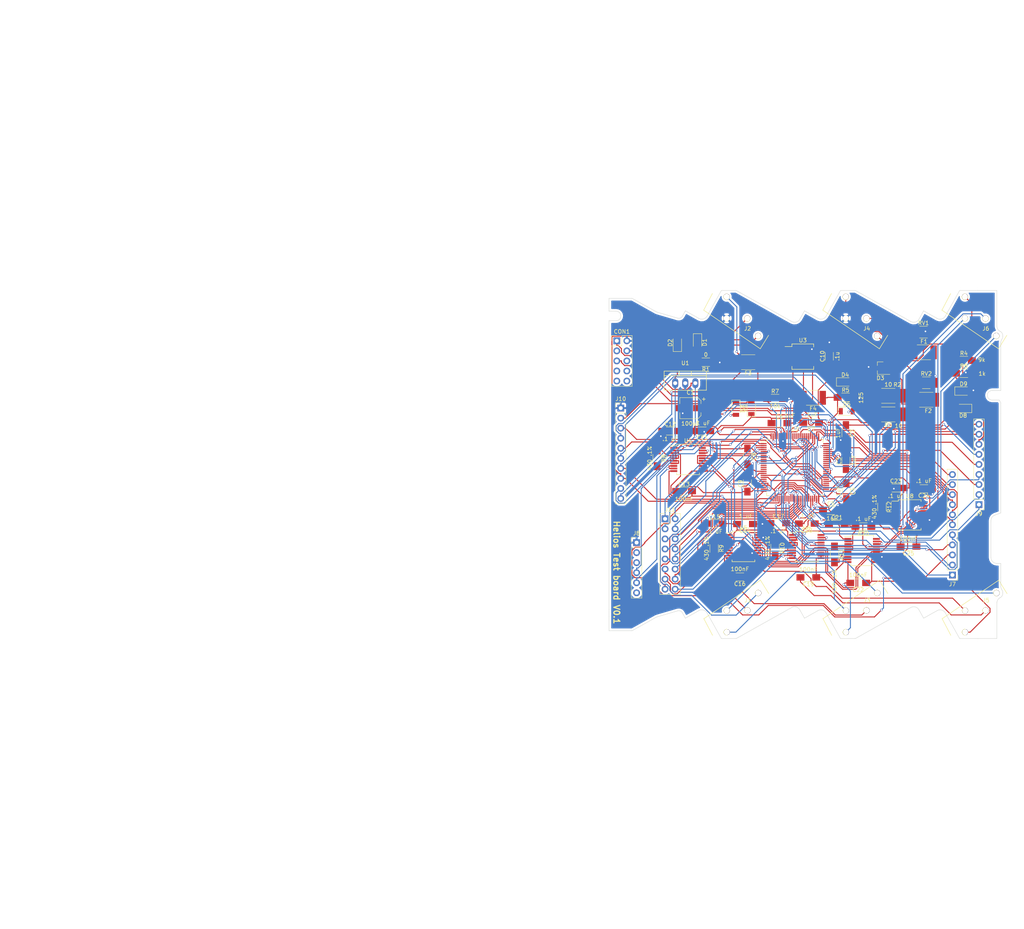
<source format=kicad_pcb>
(kicad_pcb (version 4) (host pcbnew 4.0.7-e2-6376~58~ubuntu16.04.1)
  (layers (0 F.Cu signal) (31 B.Cu signal) (34 B.Paste user) (35 F.Paste user) (36 B.SilkS user) (37 F.SilkS user) (38 B.Mask user) (39 F.Mask user) (44 Edge.Cuts user))
  (net 0 "")
  (net 1 +3V3)
  (net 2 GND)
  (net 3 RTD-1)
  (net 4 RTDb1)
  (net 5 RTD-2)
  (net 6 RTDb2)
  (net 7 RTD-3)
  (net 8 RTDb3)
  (net 9 RTD-4)
  (net 10 RTDb4)
  (net 11 RTD-5)
  (net 12 RTDb5)
  (net 13 "Net-(CON1-Pad1)")
  (net 14 "Net-(CON1-Pad3)")
  (net 15 "Net-(CON1-Pad5)")
  (net 16 "Net-(CON1-Pad6)")
  (net 17 "Net-(CON1-Pad7)")
  (net 18 "Net-(CON1-Pad8)")
  (net 19 "Net-(CON1-Pad9)")
  (net 20 "Net-(CON1-Pad10)")
  (net 21 GNDPWR)
  (net 22 "Net-(D1-Pad2)")
  (net 23 +24V)
  (net 24 "Net-(D2-Pad2)")
  (net 25 "Net-(D3-Pad1)")
  (net 26 "Net-(D3-Pad2)")
  (net 27 "Net-(D4-Pad2)")
  (net 28 "Net-(D6-Pad2)")
  (net 29 "Net-(D8-Pad2)")
  (net 30 /RS485B)
  (net 31 /RS485A)
  (net 32 /Pyro)
  (net 33 /Wind)
  (net 34 RTDa1)
  (net 35 RTDa2)
  (net 36 RTDa3)
  (net 37 RTDa4)
  (net 38 RTDa5)
  (net 39 /Snow)
  (net 40 "Net-(J7-Pad1)")
  (net 41 "Net-(J7-Pad2)")
  (net 42 "Net-(J7-Pad3)")
  (net 43 "Net-(J7-Pad4)")
  (net 44 "Net-(J7-Pad5)")
  (net 45 "Net-(J7-Pad6)")
  (net 46 "Net-(J7-Pad7)")
  (net 47 "Net-(J7-Pad8)")
  (net 48 "Net-(J7-Pad9)")
  (net 49 "Net-(J7-Pad10)")
  (net 50 "Net-(J7-Pad11)")
  (net 51 "Net-(J8-Pad2)")
  (net 52 "Net-(J8-Pad3)")
  (net 53 /GPIOB/UART1_TX)
  (net 54 /GPIOB/UART1_RX)
  (net 55 "Net-(J8-Pad6)")
  (net 56 "Net-(J9-Pad1)")
  (net 57 "Net-(J9-Pad2)")
  (net 58 "Net-(J9-Pad3)")
  (net 59 "Net-(J9-Pad4)")
  (net 60 "Net-(J9-Pad5)")
  (net 61 "Net-(J9-Pad6)")
  (net 62 "Net-(J9-Pad7)")
  (net 63 "Net-(J9-Pad8)")
  (net 64 "Net-(J9-Pad9)")
  (net 65 /GPIOB/MOSI)
  (net 66 /GPIOB/SCK)
  (net 67 /GPIOB/~CS)
  (net 68 /GPIOB/D/~C)
  (net 69 /GPIOB/~RST)
  (net 70 /GPIOA/485TX)
  (net 71 /GPIOA/485RX)
  (net 72 "Net-(J11-Pad1)")
  (net 73 "Net-(J11-Pad2)")
  (net 74 "Net-(J11-Pad3)")
  (net 75 "Net-(J11-Pad4)")
  (net 76 "Net-(J11-Pad5)")
  (net 77 "Net-(J11-Pad6)")
  (net 78 "Net-(J11-Pad7)")
  (net 79 "Net-(J11-Pad8)")
  (net 80 "Net-(J11-Pad9)")
  (net 81 "Net-(J11-Pad10)")
  (net 82 "Net-(J11-Pad11)")
  (net 83 "Net-(J11-Pad12)")
  (net 84 "Net-(J11-Pad13)")
  (net 85 "Net-(J11-Pad14)")
  (net 86 "Net-(J11-Pad15)")
  (net 87 "Net-(J11-Pad16)")
  (net 88 "Net-(R2-Pad2)")
  (net 89 "Net-(R3-Pad2)")
  (net 90 "Net-(R8-Pad1)")
  (net 91 "Net-(R8-Pad2)")
  (net 92 "Net-(R9-Pad1)")
  (net 93 "Net-(R9-Pad2)")
  (net 94 "Net-(R10-Pad1)")
  (net 95 "Net-(R10-Pad2)")
  (net 96 "Net-(R11-Pad1)")
  (net 97 "Net-(R11-Pad2)")
  (net 98 "Net-(R12-Pad1)")
  (net 99 "Net-(R12-Pad2)")
  (net 100 "Net-(U2-Pad7)")
  (net 101 "Net-(U2-Pad8)")
  (net 102 "Net-(U2-Pad9)")
  (net 103 "Net-(U2-Pad10)")
  (net 104 "Net-(U2-Pad11)")
  (net 105 "Net-(U2-Pad12)")
  (net 106 "Net-(U2-Pad13)")
  (net 107 "Net-(U2-Pad14)")
  (net 108 ~RTDcs1)
  (net 109 ~RTDcs2)
  (net 110 ~RTDcs3)
  (net 111 ~RTDcs4)
  (net 112 "Net-(U2-Pad19)")
  (net 113 /GPIOA/serial/TX_en)
  (net 114 "Net-(U2-Pad27)")
  (net 115 ~RTDcs5)
  (net 116 "Net-(U2-Pad34)")
  (net 117 "Net-(U2-Pad55)")
  (net 118 "Net-(U2-Pad57)")
  (net 119 "Net-(U2-Pad59)")
  (net 120 "Net-(U2-Pad61)")
  (net 121 "Net-(U2-Pad62)")
  (net 122 "Net-(U2-Pad63)")
  (net 123 "Net-(U2-Pad64)")
  (net 124 "Net-(U2-Pad65)")
  (net 125 "Net-(U2-Pad66)")
  (net 126 "Net-(U2-Pad73)")
  (net 127 RTD_SCK)
  (net 128 RTD_MISO)
  (net 129 RTD_MOSI)
  (net 130 ~DRDY1)
  (net 131 ~DRDY2)
  (net 132 ~DRDY3)
  (net 133 ~DRDY4)
  (net 134 ~DRDY5)
  (net 135 "Net-(U2-Pad86)")
  (net 136 "Net-(U2-Pad87)")
  (net 137 "Net-(U2-Pad88)")
  (net 138 "Net-(U4-Pad20)")
  (net 139 "Net-(U5-Pad20)")
  (net 140 "Net-(U6-Pad20)")
  (net 141 "Net-(U7-Pad20)")
  (net 142 "Net-(U8-Pad20)")
  (module Capacitors_SMD:CP_Elec_5x5.3 (layer F.Cu) (at 109.6 75 180)
    (fp_text reference C1 (at 0 3.92 180) (layer F.SilkS))
    (fp_text value 100uF (at 0 -3.92 180) (layer F.SilkS))
    (fp_text user + (at -3.38 2.34 180) (layer F.SilkS))
    (pad 1 smd rect (at -2.2 0) (size 3 1.6) (layers F.Cu F.Paste F.Mask) (net 1 +3V3))
    (pad 2 smd rect (at 2.2 0) (size 3 1.6) (layers F.Cu F.Paste F.Mask) (net 2 GND))
  )
  (module Capacitors_SMD:C_1206_HandSoldering (layer F.Cu) (at 148.9 81.3 270)
    (fp_text reference C2 (at 0 -1.75 270) (layer F.SilkS))
    (fp_text value 1uF (at 0 2 270) (layer F.SilkS))
    (pad 1 smd rect (at -2 0 270) (size 2 1.6) (layers F.Cu F.Paste F.Mask) (net 1 +3V3))
    (pad 2 smd rect (at 2 0 270) (size 2 1.6) (layers F.Cu F.Paste F.Mask) (net 2 GND))
  )
  (module Capacitors_SMD:C_1206_HandSoldering (layer F.Cu) (at 148.9 88.4 90)
    (fp_text reference C3 (at 0 -1.75 90) (layer F.SilkS))
    (fp_text value .1uF (at 0 2 90) (layer F.SilkS))
    (pad 1 smd rect (at -2 0 90) (size 2 1.6) (layers F.Cu F.Paste F.Mask) (net 1 +3V3))
    (pad 2 smd rect (at 2 0 90) (size 2 1.6) (layers F.Cu F.Paste F.Mask) (net 2 GND))
  )
  (module Capacitors_SMD:C_1206_HandSoldering (layer F.Cu) (at 149 96 270)
    (fp_text reference C4 (at 0 -1.75 270) (layer F.SilkS))
    (fp_text value 1uF (at 0 2 270) (layer F.SilkS))
    (pad 1 smd rect (at -2 0 270) (size 2 1.6) (layers F.Cu F.Paste F.Mask) (net 1 +3V3))
    (pad 2 smd rect (at 2 0 270) (size 2 1.6) (layers F.Cu F.Paste F.Mask) (net 2 GND))
  )
  (module Capacitors_SMD:C_1206_HandSoldering (layer F.Cu) (at 145.1 100.9)
    (fp_text reference C5 (at 0 -1.75) (layer F.SilkS))
    (fp_text value .1uF (at 0 2) (layer F.SilkS))
    (pad 1 smd rect (at -2 0) (size 2 1.6) (layers F.Cu F.Paste F.Mask) (net 1 +3V3))
    (pad 2 smd rect (at 2 0) (size 2 1.6) (layers F.Cu F.Paste F.Mask) (net 2 GND))
  )
  (module Capacitors_SMD:C_1206_HandSoldering (layer F.Cu) (at 132.1 78.8)
    (fp_text reference C6 (at 0 -1.75) (layer F.SilkS))
    (fp_text value 1uF (at 2.6 -1.9) (layer F.SilkS))
    (pad 1 smd rect (at -2 0) (size 2 1.6) (layers F.Cu F.Paste F.Mask) (net 1 +3V3))
    (pad 2 smd rect (at 2 0) (size 2 1.6) (layers F.Cu F.Paste F.Mask) (net 2 GND))
  )
  (module Capacitors_SMD:C_1206_HandSoldering (layer F.Cu) (at 140.1 78.7 180)
    (fp_text reference C7 (at 0 -1.75 180) (layer F.SilkS))
    (fp_text value .1uF (at 0 2 180) (layer F.SilkS))
    (pad 1 smd rect (at -2 0 180) (size 2 1.6) (layers F.Cu F.Paste F.Mask) (net 1 +3V3))
    (pad 2 smd rect (at 2 0 180) (size 2 1.6) (layers F.Cu F.Paste F.Mask) (net 2 GND))
  )
  (module Capacitors_SMD:C_1206_HandSoldering (layer F.Cu) (at 124 87.2 270)
    (fp_text reference C8 (at 0 -1.75 270) (layer F.SilkS))
    (fp_text value 1uF)
    (pad 1 smd rect (at -2 0 270) (size 2 1.6) (layers F.Cu F.Paste F.Mask) (net 1 +3V3))
    (pad 2 smd rect (at 2 0 270) (size 2 1.6) (layers F.Cu F.Paste F.Mask) (net 2 GND))
  )
  (module Capacitors_SMD:C_1206_HandSoldering (layer F.Cu) (at 124 94.1 90)
    (fp_text reference C9 (at 0 -1.75 90) (layer F.SilkS))
    (fp_text value .1uF)
    (pad 1 smd rect (at -2 0 90) (size 2 1.6) (layers F.Cu F.Paste F.Mask) (net 1 +3V3))
    (pad 2 smd rect (at 2 0 90) (size 2 1.6) (layers F.Cu F.Paste F.Mask) (net 2 GND))
  )
  (module Capacitors_SMD:C_1206_HandSoldering (layer F.Cu) (at 144.7 61.9 90)
    (fp_text reference C10 (at 0 -1.75 90) (layer F.SilkS))
    (fp_text value .1u (at 0 2 90) (layer F.SilkS))
    (pad 1 smd rect (at -2 0 90) (size 2 1.6) (layers F.Cu F.Paste F.Mask) (net 1 +3V3))
    (pad 2 smd rect (at 2 0 90) (size 2 1.6) (layers F.Cu F.Paste F.Mask) (net 2 GND))
  )
  (module Capacitors_SMD:C_1206_HandSoldering (layer F.Cu) (at 112.6 80.8 180)
    (fp_text reference C11 (at 0 -1.75 180) (layer F.SilkS))
    (fp_text value ".1 uF" (at 0 2 180) (layer F.SilkS))
    (pad 1 smd rect (at -2 0 180) (size 2 1.6) (layers F.Cu F.Paste F.Mask) (net 2 GND))
    (pad 2 smd rect (at 2 0 180) (size 2 1.6) (layers F.Cu F.Paste F.Mask) (net 1 +3V3))
  )
  (module Capacitors_SMD:C_1206_HandSoldering (layer F.Cu) (at 104.5 80.8)
    (fp_text reference C12 (at 0 -1.75) (layer F.SilkS))
    (fp_text value ".1 uF" (at 0 2) (layer F.SilkS))
    (pad 1 smd rect (at -2 0) (size 2 1.6) (layers F.Cu F.Paste F.Mask) (net 2 GND))
    (pad 2 smd rect (at 2 0) (size 2 1.6) (layers F.Cu F.Paste F.Mask) (net 1 +3V3))
  )
  (module Capacitors_SMD:C_1206_HandSoldering (layer F.Cu) (at 108 96)
    (fp_text reference C13 (at 0 -1.75) (layer F.SilkS))
    (fp_text value 100nF (at 0 2) (layer F.SilkS))
    (pad 1 smd rect (at -2 0) (size 2 1.6) (layers F.Cu F.Paste F.Mask) (net 3 RTD-1))
    (pad 2 smd rect (at 2 0) (size 2 1.6) (layers F.Cu F.Paste F.Mask) (net 4 RTDb1))
  )
  (module Capacitors_SMD:C_1206_HandSoldering (layer F.Cu) (at 123.4 104.3 180)
    (fp_text reference C14 (at 0 -1.75 180) (layer F.SilkS))
    (fp_text value ".1 uF" (at 0 2 180) (layer F.SilkS))
    (pad 1 smd rect (at -2 0 180) (size 2 1.6) (layers F.Cu F.Paste F.Mask) (net 2 GND))
    (pad 2 smd rect (at 2 0 180) (size 2 1.6) (layers F.Cu F.Paste F.Mask) (net 1 +3V3))
  )
  (module Capacitors_SMD:C_1206_HandSoldering (layer F.Cu) (at 115.7 104.2)
    (fp_text reference C15 (at 0 -1.75) (layer F.SilkS))
    (fp_text value ".1 uF" (at 0 2) (layer F.SilkS))
    (pad 1 smd rect (at -2 0) (size 2 1.6) (layers F.Cu F.Paste F.Mask) (net 2 GND))
    (pad 2 smd rect (at 2 0) (size 2 1.6) (layers F.Cu F.Paste F.Mask) (net 1 +3V3))
  )
  (module Capacitors_SMD:C_1206_HandSoldering (layer F.Cu) (at 122.1 117.7 180)
    (fp_text reference C16 (at 0 -1.75 180) (layer F.SilkS))
    (fp_text value 100nF (at 0 2 180) (layer F.SilkS))
    (pad 1 smd rect (at -2 0 180) (size 2 1.6) (layers F.Cu F.Paste F.Mask) (net 5 RTD-2))
    (pad 2 smd rect (at 2 0 180) (size 2 1.6) (layers F.Cu F.Paste F.Mask) (net 6 RTDb2))
  )
  (module Capacitors_SMD:C_1206_HandSoldering (layer F.Cu) (at 131.8 104.1)
    (fp_text reference C17 (at 0 -1.75) (layer F.SilkS))
    (fp_text value ".1 uF" (at 0 2) (layer F.SilkS))
    (pad 1 smd rect (at -2 0) (size 2 1.6) (layers F.Cu F.Paste F.Mask) (net 2 GND))
    (pad 2 smd rect (at 2 0) (size 2 1.6) (layers F.Cu F.Paste F.Mask) (net 1 +3V3))
  )
  (module Capacitors_SMD:C_1206_HandSoldering (layer F.Cu) (at 139 104.2 180)
    (fp_text reference C18 (at 0 -1.75 180) (layer F.SilkS))
    (fp_text value ".1 uF" (at 0 2 180) (layer F.SilkS))
    (pad 1 smd rect (at -2 0 180) (size 2 1.6) (layers F.Cu F.Paste F.Mask) (net 2 GND))
    (pad 2 smd rect (at 2 0 180) (size 2 1.6) (layers F.Cu F.Paste F.Mask) (net 1 +3V3))
  )
  (module Capacitors_SMD:C_1206_HandSoldering (layer F.Cu) (at 139.4 117.8 180)
    (fp_text reference C19 (at 0 -1.75 180) (layer F.SilkS))
    (fp_text value 100nF (at 0 2 180) (layer F.SilkS))
    (pad 1 smd rect (at -2 0 180) (size 2 1.6) (layers F.Cu F.Paste F.Mask) (net 7 RTD-3))
    (pad 2 smd rect (at 2 0 180) (size 2 1.6) (layers F.Cu F.Paste F.Mask) (net 8 RTDb3))
  )
  (module Capacitors_SMD:C_1206_HandSoldering (layer F.Cu) (at 153.3 105 180)
    (fp_text reference C20 (at 0 -1.75 180) (layer F.SilkS))
    (fp_text value ".1 uF" (at 0 2 180) (layer F.SilkS))
    (pad 1 smd rect (at -2 0 180) (size 2 1.6) (layers F.Cu F.Paste F.Mask) (net 2 GND))
    (pad 2 smd rect (at 2 0 180) (size 2 1.6) (layers F.Cu F.Paste F.Mask) (net 1 +3V3))
  )
  (module Capacitors_SMD:C_1206_HandSoldering (layer F.Cu) (at 146.6 104.4)
    (fp_text reference C21 (at 0 -1.75) (layer F.SilkS))
    (fp_text value ".1 uF")
    (pad 1 smd rect (at -2 0) (size 2 1.6) (layers F.Cu F.Paste F.Mask) (net 2 GND))
    (pad 2 smd rect (at 2 0) (size 2 1.6) (layers F.Cu F.Paste F.Mask) (net 1 +3V3))
  )
  (module Capacitors_SMD:C_1206_HandSoldering (layer F.Cu) (at 152 119.2 180)
    (fp_text reference C22 (at 0 -1.75 180) (layer F.SilkS))
    (fp_text value 100nF (at 0 2 180) (layer F.SilkS))
    (pad 1 smd rect (at -2 0 180) (size 2 1.6) (layers F.Cu F.Paste F.Mask) (net 9 RTD-4))
    (pad 2 smd rect (at 2 0 180) (size 2 1.6) (layers F.Cu F.Paste F.Mask) (net 10 RTDb4))
  )
  (module Capacitors_SMD:C_1206_HandSoldering (layer F.Cu) (at 161.5 95.2)
    (fp_text reference C23 (at 0 -1.75) (layer F.SilkS))
    (fp_text value ".1 uF" (at 0 2) (layer F.SilkS))
    (pad 1 smd rect (at -2 0) (size 2 1.6) (layers F.Cu F.Paste F.Mask) (net 2 GND))
    (pad 2 smd rect (at 2 0) (size 2 1.6) (layers F.Cu F.Paste F.Mask) (net 1 +3V3))
  )
  (module Capacitors_SMD:C_1206_HandSoldering (layer F.Cu) (at 168.6 95.4 180)
    (fp_text reference C24 (at 0 -1.75 180) (layer F.SilkS))
    (fp_text value ".1 uF" (at 0 2 180) (layer F.SilkS))
    (pad 1 smd rect (at -2 0 180) (size 2 1.6) (layers F.Cu F.Paste F.Mask) (net 2 GND))
    (pad 2 smd rect (at 2 0 180) (size 2 1.6) (layers F.Cu F.Paste F.Mask) (net 1 +3V3))
  )
  (module Capacitors_SMD:C_1206_HandSoldering (layer F.Cu) (at 164.7 110 180)
    (fp_text reference C25 (at 0 -1.75 180) (layer F.SilkS))
    (fp_text value 100nF (at 0 2 180) (layer F.SilkS))
    (pad 1 smd rect (at -2 0 180) (size 2 1.6) (layers F.Cu F.Paste F.Mask) (net 11 RTD-5))
    (pad 2 smd rect (at 2 0 180) (size 2 1.6) (layers F.Cu F.Paste F.Mask) (net 12 RTDb5))
  )
  (module Pin_Headers:Pin_Header_Straight_2x05_Pitch2.54mm (layer F.Cu) (at 91 58)
    (fp_text reference CON1 (at 1.27 -2.33) (layer F.SilkS))
    (fp_text value AVR-JTAG-10)
    (pad 1 thru_hole rect (at 0 0) (size 1.7 1.7) (drill 1) (layers *.Cu *.Mask) (net 13 "Net-(CON1-Pad1)"))
    (pad 2 thru_hole oval (at 2.54 0) (size 1.7 1.7) (drill 1) (layers *.Cu *.Mask) (net 2 GND))
    (pad 3 thru_hole oval (at 0 2.54) (size 1.7 1.7) (drill 1) (layers *.Cu *.Mask) (net 14 "Net-(CON1-Pad3)"))
    (pad 4 thru_hole oval (at 2.54 2.54) (size 1.7 1.7) (drill 1) (layers *.Cu *.Mask) (net 1 +3V3))
    (pad 5 thru_hole oval (at 0 5.08) (size 1.7 1.7) (drill 1) (layers *.Cu *.Mask) (net 15 "Net-(CON1-Pad5)"))
    (pad 6 thru_hole oval (at 2.54 5.08) (size 1.7 1.7) (drill 1) (layers *.Cu *.Mask) (net 16 "Net-(CON1-Pad6)"))
    (pad 7 thru_hole oval (at 0 7.62) (size 1.7 1.7) (drill 1) (layers *.Cu *.Mask) (net 17 "Net-(CON1-Pad7)"))
    (pad 8 thru_hole oval (at 2.54 7.62) (size 1.7 1.7) (drill 1) (layers *.Cu *.Mask) (net 18 "Net-(CON1-Pad8)"))
    (pad 9 thru_hole oval (at 0 10.16) (size 1.7 1.7) (drill 1) (layers *.Cu *.Mask) (net 19 "Net-(CON1-Pad9)"))
    (pad 10 thru_hole oval (at 2.54 10.16) (size 1.7 1.7) (drill 1) (layers *.Cu *.Mask) (net 20 "Net-(CON1-Pad10)"))
  )
  (module Diodes_SMD:D_1206 (layer F.Cu) (at 111.4 58.4 270)
    (fp_text reference D1 (at 0 -1.8 270) (layer F.SilkS))
    (fp_text value D_Schottky)
    (pad 1 smd rect (at -1.5 0 270) (size 1 1.6) (layers F.Cu F.Paste F.Mask) (net 21 GNDPWR))
    (pad 2 smd rect (at 1.5 0 270) (size 1 1.6) (layers F.Cu F.Paste F.Mask) (net 22 "Net-(D1-Pad2)"))
  )
  (module Diodes_SMD:D_1206 (layer F.Cu) (at 106.3 58.5 90)
    (fp_text reference D2 (at 0 -1.8 90) (layer F.SilkS))
    (fp_text value D_Schottky)
    (pad 1 smd rect (at -1.5 0 90) (size 1 1.6) (layers F.Cu F.Paste F.Mask) (net 23 +24V))
    (pad 2 smd rect (at 1.5 0 90) (size 1 1.6) (layers F.Cu F.Paste F.Mask) (net 24 "Net-(D2-Pad2)"))
  )
  (module TO_SOT_Packages_SMD:SOT-23_Handsoldering (layer F.Cu) (at 157.6 64.9 180)
    (fp_text reference D3 (at 0 -2.5 180) (layer F.SilkS))
    (fp_text value D_TVS_x2_AAC)
    (pad 1 smd rect (at -1.5 -0.95 180) (size 1.9 0.8) (layers F.Cu F.Paste F.Mask) (net 25 "Net-(D3-Pad1)"))
    (pad 2 smd rect (at -1.5 0.95 180) (size 1.9 0.8) (layers F.Cu F.Paste F.Mask) (net 26 "Net-(D3-Pad2)"))
    (pad 3 smd rect (at 1.5 0 180) (size 1.9 0.8) (layers F.Cu F.Paste F.Mask) (net 2 GND))
  )
  (module Diodes_SMD:D_1206 (layer F.Cu) (at 148.7 68.4)
    (fp_text reference D4 (at 0 -1.8) (layer F.SilkS))
    (fp_text value D_Schottky)
    (pad 1 smd rect (at -1.5 0) (size 1 1.6) (layers F.Cu F.Paste F.Mask) (net 1 +3V3))
    (pad 2 smd rect (at 1.5 0) (size 1 1.6) (layers F.Cu F.Paste F.Mask) (net 27 "Net-(D4-Pad2)"))
  )
  (module Diodes_SMD:D_1206 (layer F.Cu) (at 149.1 75.8)
    (fp_text reference D5 (at 0 -1.8) (layer F.SilkS))
    (fp_text value D_Schottky)
    (pad 1 smd rect (at -1.5 0) (size 1 1.6) (layers F.Cu F.Paste F.Mask) (net 27 "Net-(D4-Pad2)"))
    (pad 2 smd rect (at 1.5 0) (size 1 1.6) (layers F.Cu F.Paste F.Mask) (net 2 GND))
  )
  (module Diodes_SMD:D_1206 (layer F.Cu) (at 125 75 90)
    (fp_text reference D6 (at 0 -1.8 90) (layer F.SilkS))
    (fp_text value D_Schottky)
    (pad 1 smd rect (at -1.5 0 90) (size 1 1.6) (layers F.Cu F.Paste F.Mask) (net 1 +3V3))
    (pad 2 smd rect (at 1.5 0 90) (size 1 1.6) (layers F.Cu F.Paste F.Mask) (net 28 "Net-(D6-Pad2)"))
  )
  (module Diodes_SMD:D_1206 (layer F.Cu) (at 121.1 75.2 270)
    (fp_text reference D7 (at 0 -1.8 270) (layer F.SilkS))
    (fp_text value D_Schottky)
    (pad 1 smd rect (at -1.5 0 270) (size 1 1.6) (layers F.Cu F.Paste F.Mask) (net 28 "Net-(D6-Pad2)"))
    (pad 2 smd rect (at 1.5 0 270) (size 1 1.6) (layers F.Cu F.Paste F.Mask) (net 2 GND))
  )
  (module Diodes_SMD:D_1206 (layer F.Cu) (at 178.5 75.1 180)
    (fp_text reference D8 (at 0 -1.8 180) (layer F.SilkS))
    (fp_text value D_Schottky)
    (pad 1 smd rect (at -1.5 0 180) (size 1 1.6) (layers F.Cu F.Paste F.Mask) (net 1 +3V3))
    (pad 2 smd rect (at 1.5 0 180) (size 1 1.6) (layers F.Cu F.Paste F.Mask) (net 29 "Net-(D8-Pad2)"))
  )
  (module Diodes_SMD:D_1206 (layer F.Cu) (at 178.6 70.7)
    (fp_text reference D9 (at 0 -1.8) (layer F.SilkS))
    (fp_text value D_Schottky)
    (pad 1 smd rect (at -1.5 0) (size 1 1.6) (layers F.Cu F.Paste F.Mask) (net 29 "Net-(D8-Pad2)"))
    (pad 2 smd rect (at 1.5 0) (size 1 1.6) (layers F.Cu F.Paste F.Mask) (net 2 GND))
  )
  (module Pin_Headers:Pin_Header_Straight_1x11_Pitch2.54mm (layer F.Cu) (at 175.8 117.2 180)
    (fp_text reference J7 (at 0 -2.33 180) (layer F.SilkS))
    (fp_text value Conn_01x11)
    (pad 1 thru_hole rect (at 0 0 180) (size 1.7 1.7) (drill 1) (layers *.Cu *.Mask) (net 40 "Net-(J7-Pad1)"))
    (pad 2 thru_hole oval (at 0 2.54 180) (size 1.7 1.7) (drill 1) (layers *.Cu *.Mask) (net 41 "Net-(J7-Pad2)"))
    (pad 3 thru_hole oval (at 0 5.08 180) (size 1.7 1.7) (drill 1) (layers *.Cu *.Mask) (net 42 "Net-(J7-Pad3)"))
    (pad 4 thru_hole oval (at 0 7.62 180) (size 1.7 1.7) (drill 1) (layers *.Cu *.Mask) (net 43 "Net-(J7-Pad4)"))
    (pad 5 thru_hole oval (at 0 10.16 180) (size 1.7 1.7) (drill 1) (layers *.Cu *.Mask) (net 44 "Net-(J7-Pad5)"))
    (pad 6 thru_hole oval (at 0 12.7 180) (size 1.7 1.7) (drill 1) (layers *.Cu *.Mask) (net 45 "Net-(J7-Pad6)"))
    (pad 7 thru_hole oval (at 0 15.24 180) (size 1.7 1.7) (drill 1) (layers *.Cu *.Mask) (net 46 "Net-(J7-Pad7)"))
    (pad 8 thru_hole oval (at 0 17.78 180) (size 1.7 1.7) (drill 1) (layers *.Cu *.Mask) (net 47 "Net-(J7-Pad8)"))
    (pad 9 thru_hole oval (at 0 20.32 180) (size 1.7 1.7) (drill 1) (layers *.Cu *.Mask) (net 48 "Net-(J7-Pad9)"))
    (pad 10 thru_hole oval (at 0 22.86 180) (size 1.7 1.7) (drill 1) (layers *.Cu *.Mask) (net 49 "Net-(J7-Pad10)"))
    (pad 11 thru_hole oval (at 0 25.4 180) (size 1.7 1.7) (drill 1) (layers *.Cu *.Mask) (net 50 "Net-(J7-Pad11)"))
  )
  (module Pin_Headers:Pin_Header_Straight_1x06_Pitch2.54mm (layer F.Cu) (at 96 109)
    (fp_text reference J8 (at 0 -2.33) (layer F.SilkS))
    (fp_text value Conn_01x06)
    (pad 1 thru_hole rect (at 0 0) (size 1.7 1.7) (drill 1) (layers *.Cu *.Mask) (net 2 GND))
    (pad 2 thru_hole oval (at 0 2.54) (size 1.7 1.7) (drill 1) (layers *.Cu *.Mask) (net 51 "Net-(J8-Pad2)"))
    (pad 3 thru_hole oval (at 0 5.08) (size 1.7 1.7) (drill 1) (layers *.Cu *.Mask) (net 52 "Net-(J8-Pad3)"))
    (pad 4 thru_hole oval (at 0 7.62) (size 1.7 1.7) (drill 1) (layers *.Cu *.Mask) (net 53 /GPIOB/UART1_TX))
    (pad 5 thru_hole oval (at 0 10.16) (size 1.7 1.7) (drill 1) (layers *.Cu *.Mask) (net 54 /GPIOB/UART1_RX))
    (pad 6 thru_hole oval (at 0 12.7) (size 1.7 1.7) (drill 1) (layers *.Cu *.Mask) (net 55 "Net-(J8-Pad6)"))
  )
  (module Pin_Headers:Pin_Header_Straight_1x09_Pitch2.54mm (layer F.Cu) (at 182.5 99.4 180)
    (fp_text reference J9 (at 0 -2.33 180) (layer F.SilkS))
    (fp_text value Conn_01x09)
    (pad 1 thru_hole rect (at 0 0 180) (size 1.7 1.7) (drill 1) (layers *.Cu *.Mask) (net 56 "Net-(J9-Pad1)"))
    (pad 2 thru_hole oval (at 0 2.54 180) (size 1.7 1.7) (drill 1) (layers *.Cu *.Mask) (net 57 "Net-(J9-Pad2)"))
    (pad 3 thru_hole oval (at 0 5.08 180) (size 1.7 1.7) (drill 1) (layers *.Cu *.Mask) (net 58 "Net-(J9-Pad3)"))
    (pad 4 thru_hole oval (at 0 7.62 180) (size 1.7 1.7) (drill 1) (layers *.Cu *.Mask) (net 59 "Net-(J9-Pad4)"))
    (pad 5 thru_hole oval (at 0 10.16 180) (size 1.7 1.7) (drill 1) (layers *.Cu *.Mask) (net 60 "Net-(J9-Pad5)"))
    (pad 6 thru_hole oval (at 0 12.7 180) (size 1.7 1.7) (drill 1) (layers *.Cu *.Mask) (net 61 "Net-(J9-Pad6)"))
    (pad 7 thru_hole oval (at 0 15.24 180) (size 1.7 1.7) (drill 1) (layers *.Cu *.Mask) (net 62 "Net-(J9-Pad7)"))
    (pad 8 thru_hole oval (at 0 17.78 180) (size 1.7 1.7) (drill 1) (layers *.Cu *.Mask) (net 63 "Net-(J9-Pad8)"))
    (pad 9 thru_hole oval (at 0 20.32 180) (size 1.7 1.7) (drill 1) (layers *.Cu *.Mask) (net 64 "Net-(J9-Pad9)"))
  )
  (module Pin_Headers:Pin_Header_Straight_1x10_Pitch2.54mm (layer F.Cu) (at 92 75)
    (fp_text reference J10 (at 0 -2.33) (layer F.SilkS))
    (fp_text value Conn_01x10)
    (pad 1 thru_hole rect (at 0 0) (size 1.7 1.7) (drill 1) (layers *.Cu *.Mask) (net 2 GND))
    (pad 2 thru_hole oval (at 0 2.54) (size 1.7 1.7) (drill 1) (layers *.Cu *.Mask) (net 65 /GPIOB/MOSI))
    (pad 3 thru_hole oval (at 0 5.08) (size 1.7 1.7) (drill 1) (layers *.Cu *.Mask) (net 66 /GPIOB/SCK))
    (pad 4 thru_hole oval (at 0 7.62) (size 1.7 1.7) (drill 1) (layers *.Cu *.Mask) (net 67 /GPIOB/~CS))
    (pad 5 thru_hole oval (at 0 10.16) (size 1.7 1.7) (drill 1) (layers *.Cu *.Mask) (net 68 /GPIOB/D/~C))
    (pad 6 thru_hole oval (at 0 12.7) (size 1.7 1.7) (drill 1) (layers *.Cu *.Mask) (net 69 /GPIOB/~RST))
    (pad 7 thru_hole oval (at 0 15.24) (size 1.7 1.7) (drill 1) (layers *.Cu *.Mask) (net 70 /GPIOA/485TX))
    (pad 8 thru_hole oval (at 0 17.78) (size 1.7 1.7) (drill 1) (layers *.Cu *.Mask) (net 71 /GPIOA/485RX))
    (pad 9 thru_hole oval (at 0 20.32) (size 1.7 1.7) (drill 1) (layers *.Cu *.Mask) (net 1 +3V3))
    (pad 10 thru_hole oval (at 0 22.86) (size 1.7 1.7) (drill 1) (layers *.Cu *.Mask) (net 23 +24V))
  )
  (module Pin_Headers:Pin_Header_Straight_2x08_Pitch2.54mm (layer F.Cu) (at 103.2 103)
    (fp_text reference J11 (at 1.27 -2.33) (layer F.SilkS))
    (fp_text value Conn_01x16)
    (pad 1 thru_hole rect (at 0 0) (size 1.7 1.7) (drill 1) (layers *.Cu *.Mask) (net 72 "Net-(J11-Pad1)"))
    (pad 2 thru_hole oval (at 2.54 0) (size 1.7 1.7) (drill 1) (layers *.Cu *.Mask) (net 73 "Net-(J11-Pad2)"))
    (pad 3 thru_hole oval (at 0 2.54) (size 1.7 1.7) (drill 1) (layers *.Cu *.Mask) (net 74 "Net-(J11-Pad3)"))
    (pad 4 thru_hole oval (at 2.54 2.54) (size 1.7 1.7) (drill 1) (layers *.Cu *.Mask) (net 75 "Net-(J11-Pad4)"))
    (pad 5 thru_hole oval (at 0 5.08) (size 1.7 1.7) (drill 1) (layers *.Cu *.Mask) (net 76 "Net-(J11-Pad5)"))
    (pad 6 thru_hole oval (at 2.54 5.08) (size 1.7 1.7) (drill 1) (layers *.Cu *.Mask) (net 77 "Net-(J11-Pad6)"))
    (pad 7 thru_hole oval (at 0 7.62) (size 1.7 1.7) (drill 1) (layers *.Cu *.Mask) (net 78 "Net-(J11-Pad7)"))
    (pad 8 thru_hole oval (at 2.54 7.62) (size 1.7 1.7) (drill 1) (layers *.Cu *.Mask) (net 79 "Net-(J11-Pad8)"))
    (pad 9 thru_hole oval (at 0 10.16) (size 1.7 1.7) (drill 1) (layers *.Cu *.Mask) (net 80 "Net-(J11-Pad9)"))
    (pad 10 thru_hole oval (at 2.54 10.16) (size 1.7 1.7) (drill 1) (layers *.Cu *.Mask) (net 81 "Net-(J11-Pad10)"))
    (pad 11 thru_hole oval (at 0 12.7) (size 1.7 1.7) (drill 1) (layers *.Cu *.Mask) (net 82 "Net-(J11-Pad11)"))
    (pad 12 thru_hole oval (at 2.54 12.7) (size 1.7 1.7) (drill 1) (layers *.Cu *.Mask) (net 83 "Net-(J11-Pad12)"))
    (pad 13 thru_hole oval (at 0 15.24) (size 1.7 1.7) (drill 1) (layers *.Cu *.Mask) (net 84 "Net-(J11-Pad13)"))
    (pad 14 thru_hole oval (at 2.54 15.24) (size 1.7 1.7) (drill 1) (layers *.Cu *.Mask) (net 85 "Net-(J11-Pad14)"))
    (pad 15 thru_hole oval (at 0 17.78) (size 1.7 1.7) (drill 1) (layers *.Cu *.Mask) (net 86 "Net-(J11-Pad15)"))
    (pad 16 thru_hole oval (at 2.54 17.78) (size 1.7 1.7) (drill 1) (layers *.Cu *.Mask) (net 87 "Net-(J11-Pad16)"))
  )
  (module Resistors_SMD:R_1206_HandSoldering (layer F.Cu) (at 113.5 63.4 180)
    (fp_text reference R1 (at 0 -1.85 180) (layer F.SilkS))
    (fp_text value 0 (at 0 1.9 180) (layer F.SilkS))
    (pad 1 smd rect (at -2 0 180) (size 2 1.7) (layers F.Cu F.Paste F.Mask) (net 2 GND))
    (pad 2 smd rect (at 2 0 180) (size 2 1.7) (layers F.Cu F.Paste F.Mask) (net 22 "Net-(D1-Pad2)"))
  )
  (module Resistors_SMD:R_1206_HandSoldering (layer F.Cu) (at 178.7 63)
    (fp_text reference R4 (at 0 -1.85) (layer F.SilkS))
    (fp_text value 9k (at 4.5 -0.2) (layer F.SilkS))
    (pad 1 smd rect (at -2 0) (size 2 1.7) (layers F.Cu F.Paste F.Mask) (net 29 "Net-(D8-Pad2)"))
    (pad 2 smd rect (at 2 0) (size 2 1.7) (layers F.Cu F.Paste F.Mask) (net 39 /Snow))
  )
  (module Resistors_SMD:R_1206_HandSoldering (layer F.Cu) (at 148.8 72.3)
    (fp_text reference R5 (at 0 -1.85) (layer F.SilkS))
    (fp_text value 125 (at 3.9 0.1 90) (layer F.SilkS))
    (pad 1 smd rect (at -2 0) (size 2 1.7) (layers F.Cu F.Paste F.Mask) (net 27 "Net-(D4-Pad2)"))
    (pad 2 smd rect (at 2 0) (size 2 1.7) (layers F.Cu F.Paste F.Mask) (net 2 GND))
  )
  (module Resistors_SMD:R_1206_HandSoldering (layer F.Cu) (at 178.7 66.2)
    (fp_text reference R6 (at 0 -1.85) (layer F.SilkS))
    (fp_text value 1k (at 4.6 0.1) (layer F.SilkS))
    (pad 1 smd rect (at -2 0) (size 2 1.7) (layers F.Cu F.Paste F.Mask) (net 29 "Net-(D8-Pad2)"))
    (pad 2 smd rect (at 2 0) (size 2 1.7) (layers F.Cu F.Paste F.Mask) (net 2 GND))
  )
  (module Resistors_SMD:R_1206_HandSoldering (layer F.Cu) (at 131 72.6)
    (fp_text reference R7 (at 0 -1.85) (layer F.SilkS))
    (fp_text value 10k (at 0 1.9) (layer F.SilkS))
    (pad 1 smd rect (at -2 0) (size 2 1.7) (layers F.Cu F.Paste F.Mask) (net 28 "Net-(D6-Pad2)"))
    (pad 2 smd rect (at 2 0) (size 2 1.7) (layers F.Cu F.Paste F.Mask) (net 2 GND))
  )
  (module Resistors_SMD:R_1206_HandSoldering (layer F.Cu) (at 101.2 87.7 270)
    (fp_text reference R8 (at 0 -1.85 270) (layer F.SilkS))
    (fp_text value "430 .1%" (at 0 1.9 270) (layer F.SilkS))
    (pad 1 smd rect (at -2 0 270) (size 2 1.7) (layers F.Cu F.Paste F.Mask) (net 90 "Net-(R8-Pad1)"))
    (pad 2 smd rect (at 2 0 270) (size 2 1.7) (layers F.Cu F.Paste F.Mask) (net 91 "Net-(R8-Pad2)"))
  )
  (module Resistors_SMD:R_1206_HandSoldering (layer F.Cu) (at 115.6 110.5 270)
    (fp_text reference R9 (at 0 -1.85 270) (layer F.SilkS))
    (fp_text value "430 .1%" (at 0 1.9 270) (layer F.SilkS))
    (pad 1 smd rect (at -2 0 270) (size 2 1.7) (layers F.Cu F.Paste F.Mask) (net 92 "Net-(R9-Pad1)"))
    (pad 2 smd rect (at 2 0 270) (size 2 1.7) (layers F.Cu F.Paste F.Mask) (net 93 "Net-(R9-Pad2)"))
  )
  (module Resistors_SMD:R_1206_HandSoldering (layer F.Cu) (at 131 110.4 270)
    (fp_text reference R10 (at 0 -1.85 270) (layer F.SilkS))
    (fp_text value "430 .1%" (at 0 1.9 270) (layer F.SilkS))
    (pad 1 smd rect (at -2 0 270) (size 2 1.7) (layers F.Cu F.Paste F.Mask) (net 94 "Net-(R10-Pad1)"))
    (pad 2 smd rect (at 2 0 270) (size 2 1.7) (layers F.Cu F.Paste F.Mask) (net 95 "Net-(R10-Pad2)"))
  )
  (module Resistors_SMD:R_1206_HandSoldering (layer F.Cu) (at 146 112 270)
    (fp_text reference R11 (at 0 -1.85 270) (layer F.SilkS))
    (fp_text value "430 .1%" (at 6.9 0 270) (layer F.SilkS))
    (pad 1 smd rect (at -2 0 270) (size 2 1.7) (layers F.Cu F.Paste F.Mask) (net 96 "Net-(R11-Pad1)"))
    (pad 2 smd rect (at 2 0 270) (size 2 1.7) (layers F.Cu F.Paste F.Mask) (net 97 "Net-(R11-Pad2)"))
  )
  (module Resistors_SMD:R_1206_HandSoldering (layer F.Cu) (at 158 100 270)
    (fp_text reference R12 (at 0 -1.85 270) (layer F.SilkS))
    (fp_text value "430 .1%" (at 0 1.9 270) (layer F.SilkS))
    (pad 1 smd rect (at -2 0 270) (size 2 1.7) (layers F.Cu F.Paste F.Mask) (net 98 "Net-(R12-Pad1)"))
    (pad 2 smd rect (at 2 0 270) (size 2 1.7) (layers F.Cu F.Paste F.Mask) (net 99 "Net-(R12-Pad2)"))
  )
  (module Resistors_SMD:R_1210_HandSoldering (layer F.Cu) (at 168.5 55.8)
    (fp_text reference RV1 (at 0 -2.3) (layer F.SilkS))
    (fp_text value Varistor)
    (pad 1 smd rect (at -2 0) (size 2 2.5) (layers F.Cu F.Paste F.Mask) (net 30 /RS485B))
    (pad 2 smd rect (at 2 0) (size 2 2.5) (layers F.Cu F.Paste F.Mask) (net 2 GND))
  )
  (module Resistors_SMD:R_1210_HandSoldering (layer F.Cu) (at 169.2 68.6)
    (fp_text reference RV2 (at 0 -2.3) (layer F.SilkS))
    (fp_text value Varistor)
    (pad 1 smd rect (at -2 0) (size 2 2.5) (layers F.Cu F.Paste F.Mask) (net 31 /RS485A))
    (pad 2 smd rect (at 2 0) (size 2 2.5) (layers F.Cu F.Paste F.Mask) (net 2 GND))
  )
  (module Housings_QFP:LQFP-100_14x14mm_Pitch0.5mm (layer F.Cu) (at 136 90)
    (fp_text reference U2 (at 0 -9.65) (layer F.SilkS))
    (fp_text value "STM32F303V(B-C)Tx_u")
    (pad 1 smd rect (at -7.9 -6) (size 1.5 0.28) (layers F.Cu F.Paste F.Mask) (net 74 "Net-(J11-Pad3)"))
    (pad 2 smd rect (at -7.9 -5.5) (size 1.5 0.28) (layers F.Cu F.Paste F.Mask) (net 75 "Net-(J11-Pad4)"))
    (pad 3 smd rect (at -7.9 -5) (size 1.5 0.28) (layers F.Cu F.Paste F.Mask) (net 76 "Net-(J11-Pad5)"))
    (pad 4 smd rect (at -7.9 -4.5) (size 1.5 0.28) (layers F.Cu F.Paste F.Mask) (net 77 "Net-(J11-Pad6)"))
    (pad 5 smd rect (at -7.9 -4) (size 1.5 0.28) (layers F.Cu F.Paste F.Mask) (net 78 "Net-(J11-Pad7)"))
    (pad 6 smd rect (at -7.9 -3.5) (size 1.5 0.28) (layers F.Cu F.Paste F.Mask) (net 1 +3V3))
    (pad 7 smd rect (at -7.9 -3) (size 1.5 0.28) (layers F.Cu F.Paste F.Mask) (net 100 "Net-(U2-Pad7)"))
    (pad 8 smd rect (at -7.9 -2.5) (size 1.5 0.28) (layers F.Cu F.Paste F.Mask) (net 101 "Net-(U2-Pad8)"))
    (pad 9 smd rect (at -7.9 -2) (size 1.5 0.28) (layers F.Cu F.Paste F.Mask) (net 102 "Net-(U2-Pad9)"))
    (pad 10 smd rect (at -7.9 -1.5) (size 1.5 0.28) (layers F.Cu F.Paste F.Mask) (net 103 "Net-(U2-Pad10)"))
    (pad 11 smd rect (at -7.9 -1) (size 1.5 0.28) (layers F.Cu F.Paste F.Mask) (net 104 "Net-(U2-Pad11)"))
    (pad 12 smd rect (at -7.9 -0.5) (size 1.5 0.28) (layers F.Cu F.Paste F.Mask) (net 105 "Net-(U2-Pad12)"))
    (pad 13 smd rect (at -7.9 0) (size 1.5 0.28) (layers F.Cu F.Paste F.Mask) (net 106 "Net-(U2-Pad13)"))
    (pad 14 smd rect (at -7.9 0.5) (size 1.5 0.28) (layers F.Cu F.Paste F.Mask) (net 107 "Net-(U2-Pad14)"))
    (pad 15 smd rect (at -7.9 1) (size 1.5 0.28) (layers F.Cu F.Paste F.Mask) (net 108 ~RTDcs1))
    (pad 16 smd rect (at -7.9 1.5) (size 1.5 0.28) (layers F.Cu F.Paste F.Mask) (net 109 ~RTDcs2))
    (pad 17 smd rect (at -7.9 2) (size 1.5 0.28) (layers F.Cu F.Paste F.Mask) (net 110 ~RTDcs3))
    (pad 18 smd rect (at -7.9 2.5) (size 1.5 0.28) (layers F.Cu F.Paste F.Mask) (net 111 ~RTDcs4))
    (pad 19 smd rect (at -7.9 3) (size 1.5 0.28) (layers F.Cu F.Paste F.Mask) (net 112 "Net-(U2-Pad19)"))
    (pad 20 smd rect (at -7.9 3.5) (size 1.5 0.28) (layers F.Cu F.Paste F.Mask) (net 2 GND))
    (pad 21 smd rect (at -7.9 4) (size 1.5 0.28) (layers F.Cu F.Paste F.Mask) (net 1 +3V3))
    (pad 22 smd rect (at -7.9 4.5) (size 1.5 0.28) (layers F.Cu F.Paste F.Mask) (net 1 +3V3))
    (pad 23 smd rect (at -7.9 5) (size 1.5 0.28) (layers F.Cu F.Paste F.Mask) (net 40 "Net-(J7-Pad1)"))
    (pad 24 smd rect (at -7.9 5.5) (size 1.5 0.28) (layers F.Cu F.Paste F.Mask) (net 113 /GPIOA/serial/TX_en))
    (pad 25 smd rect (at -7.9 6) (size 1.5 0.28) (layers F.Cu F.Paste F.Mask) (net 70 /GPIOA/485TX))
    (pad 26 smd rect (at -6 7.9 90) (size 1.5 0.28) (layers F.Cu F.Paste F.Mask) (net 71 /GPIOA/485RX))
    (pad 27 smd rect (at -5.5 7.9 90) (size 1.5 0.28) (layers F.Cu F.Paste F.Mask) (net 114 "Net-(U2-Pad27)"))
    (pad 28 smd rect (at -5 7.9 90) (size 1.5 0.28) (layers F.Cu F.Paste F.Mask) (net 1 +3V3))
    (pad 29 smd rect (at -4.5 7.9 90) (size 1.5 0.28) (layers F.Cu F.Paste F.Mask) (net 41 "Net-(J7-Pad2)"))
    (pad 30 smd rect (at -4 7.9 90) (size 1.5 0.28) (layers F.Cu F.Paste F.Mask) (net 42 "Net-(J7-Pad3)"))
    (pad 31 smd rect (at -3.5 7.9 90) (size 1.5 0.28) (layers F.Cu F.Paste F.Mask) (net 43 "Net-(J7-Pad4)"))
    (pad 32 smd rect (at -3 7.9 90) (size 1.5 0.28) (layers F.Cu F.Paste F.Mask) (net 44 "Net-(J7-Pad5)"))
    (pad 33 smd rect (at -2.5 7.9 90) (size 1.5 0.28) (layers F.Cu F.Paste F.Mask) (net 115 ~RTDcs5))
    (pad 34 smd rect (at -2 7.9 90) (size 1.5 0.28) (layers F.Cu F.Paste F.Mask) (net 116 "Net-(U2-Pad34)"))
    (pad 35 smd rect (at -1.5 7.9 90) (size 1.5 0.28) (layers F.Cu F.Paste F.Mask) (net 56 "Net-(J9-Pad1)"))
    (pad 36 smd rect (at -1 7.9 90) (size 1.5 0.28) (layers F.Cu F.Paste F.Mask) (net 57 "Net-(J9-Pad2)"))
    (pad 37 smd rect (at -0.5 7.9 90) (size 1.5 0.28) (layers F.Cu F.Paste F.Mask) (net 58 "Net-(J9-Pad3)"))
    (pad 38 smd rect (at 0 7.9 90) (size 1.5 0.28) (layers F.Cu F.Paste F.Mask) (net 79 "Net-(J11-Pad8)"))
    (pad 39 smd rect (at 0.5 7.9 90) (size 1.5 0.28) (layers F.Cu F.Paste F.Mask) (net 80 "Net-(J11-Pad9)"))
    (pad 40 smd rect (at 1 7.9 90) (size 1.5 0.28) (layers F.Cu F.Paste F.Mask) (net 81 "Net-(J11-Pad10)"))
    (pad 41 smd rect (at 1.5 7.9 90) (size 1.5 0.28) (layers F.Cu F.Paste F.Mask) (net 82 "Net-(J11-Pad11)"))
    (pad 42 smd rect (at 2 7.9 90) (size 1.5 0.28) (layers F.Cu F.Paste F.Mask) (net 83 "Net-(J11-Pad12)"))
    (pad 43 smd rect (at 2.5 7.9 90) (size 1.5 0.28) (layers F.Cu F.Paste F.Mask) (net 84 "Net-(J11-Pad13)"))
    (pad 44 smd rect (at 3 7.9 90) (size 1.5 0.28) (layers F.Cu F.Paste F.Mask) (net 85 "Net-(J11-Pad14)"))
    (pad 45 smd rect (at 3.5 7.9 90) (size 1.5 0.28) (layers F.Cu F.Paste F.Mask) (net 86 "Net-(J11-Pad15)"))
    (pad 46 smd rect (at 4 7.9 90) (size 1.5 0.28) (layers F.Cu F.Paste F.Mask) (net 87 "Net-(J11-Pad16)"))
    (pad 47 smd rect (at 4.5 7.9 90) (size 1.5 0.28) (layers F.Cu F.Paste F.Mask) (net 64 "Net-(J9-Pad9)"))
    (pad 48 smd rect (at 5 7.9 90) (size 1.5 0.28) (layers F.Cu F.Paste F.Mask) (net 67 /GPIOB/~CS))
    (pad 49 smd rect (at 5.5 7.9 90) (size 1.5 0.28) (layers F.Cu F.Paste F.Mask) (net 2 GND))
    (pad 50 smd rect (at 6 7.9 90) (size 1.5 0.28) (layers F.Cu F.Paste F.Mask) (net 1 +3V3))
    (pad 51 smd rect (at 7.9 6) (size 1.5 0.28) (layers F.Cu F.Paste F.Mask) (net 69 /GPIOB/~RST))
    (pad 52 smd rect (at 7.9 5.5) (size 1.5 0.28) (layers F.Cu F.Paste F.Mask) (net 66 /GPIOB/SCK))
    (pad 53 smd rect (at 7.9 5) (size 1.5 0.28) (layers F.Cu F.Paste F.Mask) (net 68 /GPIOB/D/~C))
    (pad 54 smd rect (at 7.9 4.5) (size 1.5 0.28) (layers F.Cu F.Paste F.Mask) (net 65 /GPIOB/MOSI))
    (pad 55 smd rect (at 7.9 4) (size 1.5 0.28) (layers F.Cu F.Paste F.Mask) (net 117 "Net-(U2-Pad55)"))
    (pad 56 smd rect (at 7.9 3.5) (size 1.5 0.28) (layers F.Cu F.Paste F.Mask) (net 29 "Net-(D8-Pad2)"))
    (pad 57 smd rect (at 7.9 3) (size 1.5 0.28) (layers F.Cu F.Paste F.Mask) (net 118 "Net-(U2-Pad57)"))
    (pad 58 smd rect (at 7.9 2.5) (size 1.5 0.28) (layers F.Cu F.Paste F.Mask) (net 28 "Net-(D6-Pad2)"))
    (pad 59 smd rect (at 7.9 2) (size 1.5 0.28) (layers F.Cu F.Paste F.Mask) (net 119 "Net-(U2-Pad59)"))
    (pad 60 smd rect (at 7.9 1.5) (size 1.5 0.28) (layers F.Cu F.Paste F.Mask) (net 27 "Net-(D4-Pad2)"))
    (pad 61 smd rect (at 7.9 1) (size 1.5 0.28) (layers F.Cu F.Paste F.Mask) (net 120 "Net-(U2-Pad61)"))
    (pad 62 smd rect (at 7.9 0.5) (size 1.5 0.28) (layers F.Cu F.Paste F.Mask) (net 121 "Net-(U2-Pad62)"))
    (pad 63 smd rect (at 7.9 0) (size 1.5 0.28) (layers F.Cu F.Paste F.Mask) (net 122 "Net-(U2-Pad63)"))
    (pad 64 smd rect (at 7.9 -0.5) (size 1.5 0.28) (layers F.Cu F.Paste F.Mask) (net 123 "Net-(U2-Pad64)"))
    (pad 65 smd rect (at 7.9 -1) (size 1.5 0.28) (layers F.Cu F.Paste F.Mask) (net 124 "Net-(U2-Pad65)"))
    (pad 66 smd rect (at 7.9 -1.5) (size 1.5 0.28) (layers F.Cu F.Paste F.Mask) (net 125 "Net-(U2-Pad66)"))
    (pad 67 smd rect (at 7.9 -2) (size 1.5 0.28) (layers F.Cu F.Paste F.Mask) (net 45 "Net-(J7-Pad6)"))
    (pad 68 smd rect (at 7.9 -2.5) (size 1.5 0.28) (layers F.Cu F.Paste F.Mask) (net 46 "Net-(J7-Pad7)"))
    (pad 69 smd rect (at 7.9 -3) (size 1.5 0.28) (layers F.Cu F.Paste F.Mask) (net 47 "Net-(J7-Pad8)"))
    (pad 70 smd rect (at 7.9 -3.5) (size 1.5 0.28) (layers F.Cu F.Paste F.Mask) (net 48 "Net-(J7-Pad9)"))
    (pad 71 smd rect (at 7.9 -4) (size 1.5 0.28) (layers F.Cu F.Paste F.Mask) (net 49 "Net-(J7-Pad10)"))
    (pad 72 smd rect (at 7.9 -4.5) (size 1.5 0.28) (layers F.Cu F.Paste F.Mask) (net 15 "Net-(CON1-Pad5)"))
    (pad 73 smd rect (at 7.9 -5) (size 1.5 0.28) (layers F.Cu F.Paste F.Mask) (net 126 "Net-(U2-Pad73)"))
    (pad 74 smd rect (at 7.9 -5.5) (size 1.5 0.28) (layers F.Cu F.Paste F.Mask) (net 2 GND))
    (pad 75 smd rect (at 7.9 -6) (size 1.5 0.28) (layers F.Cu F.Paste F.Mask) (net 1 +3V3))
    (pad 76 smd rect (at 6 -7.9 90) (size 1.5 0.28) (layers F.Cu F.Paste F.Mask) (net 13 "Net-(CON1-Pad1)"))
    (pad 77 smd rect (at 5.5 -7.9 90) (size 1.5 0.28) (layers F.Cu F.Paste F.Mask) (net 50 "Net-(J7-Pad11)"))
    (pad 78 smd rect (at 5 -7.9 90) (size 1.5 0.28) (layers F.Cu F.Paste F.Mask) (net 127 RTD_SCK))
    (pad 79 smd rect (at 4.5 -7.9 90) (size 1.5 0.28) (layers F.Cu F.Paste F.Mask) (net 128 RTD_MISO))
    (pad 80 smd rect (at 4 -7.9 90) (size 1.5 0.28) (layers F.Cu F.Paste F.Mask) (net 129 RTD_MOSI))
    (pad 81 smd rect (at 3.5 -7.9 90) (size 1.5 0.28) (layers F.Cu F.Paste F.Mask) (net 130 ~DRDY1))
    (pad 82 smd rect (at 3 -7.9 90) (size 1.5 0.28) (layers F.Cu F.Paste F.Mask) (net 131 ~DRDY2))
    (pad 83 smd rect (at 2.5 -7.9 90) (size 1.5 0.28) (layers F.Cu F.Paste F.Mask) (net 132 ~DRDY3))
    (pad 84 smd rect (at 2 -7.9 90) (size 1.5 0.28) (layers F.Cu F.Paste F.Mask) (net 133 ~DRDY4))
    (pad 85 smd rect (at 1.5 -7.9 90) (size 1.5 0.28) (layers F.Cu F.Paste F.Mask) (net 134 ~DRDY5))
    (pad 86 smd rect (at 1 -7.9 90) (size 1.5 0.28) (layers F.Cu F.Paste F.Mask) (net 135 "Net-(U2-Pad86)"))
    (pad 87 smd rect (at 0.5 -7.9 90) (size 1.5 0.28) (layers F.Cu F.Paste F.Mask) (net 136 "Net-(U2-Pad87)"))
    (pad 88 smd rect (at 0 -7.9 90) (size 1.5 0.28) (layers F.Cu F.Paste F.Mask) (net 137 "Net-(U2-Pad88)"))
    (pad 89 smd rect (at -0.5 -7.9 90) (size 1.5 0.28) (layers F.Cu F.Paste F.Mask) (net 59 "Net-(J9-Pad4)"))
    (pad 90 smd rect (at -1 -7.9 90) (size 1.5 0.28) (layers F.Cu F.Paste F.Mask) (net 60 "Net-(J9-Pad5)"))
    (pad 91 smd rect (at -1.5 -7.9 90) (size 1.5 0.28) (layers F.Cu F.Paste F.Mask) (net 61 "Net-(J9-Pad6)"))
    (pad 92 smd rect (at -2 -7.9 90) (size 1.5 0.28) (layers F.Cu F.Paste F.Mask) (net 53 /GPIOB/UART1_TX))
    (pad 93 smd rect (at -2.5 -7.9 90) (size 1.5 0.28) (layers F.Cu F.Paste F.Mask) (net 54 /GPIOB/UART1_RX))
    (pad 94 smd rect (at -3 -7.9 90) (size 1.5 0.28) (layers F.Cu F.Paste F.Mask) (net 2 GND))
    (pad 95 smd rect (at -3.5 -7.9 90) (size 1.5 0.28) (layers F.Cu F.Paste F.Mask) (net 62 "Net-(J9-Pad7)"))
    (pad 96 smd rect (at -4 -7.9 90) (size 1.5 0.28) (layers F.Cu F.Paste F.Mask) (net 63 "Net-(J9-Pad8)"))
    (pad 97 smd rect (at -4.5 -7.9 90) (size 1.5 0.28) (layers F.Cu F.Paste F.Mask) (net 72 "Net-(J11-Pad1)"))
    (pad 98 smd rect (at -5 -7.9 90) (size 1.5 0.28) (layers F.Cu F.Paste F.Mask) (net 73 "Net-(J11-Pad2)"))
    (pad 99 smd rect (at -5.5 -7.9 90) (size 1.5 0.28) (layers F.Cu F.Paste F.Mask) (net 2 GND))
    (pad 100 smd rect (at -6 -7.9 90) (size 1.5 0.28) (layers F.Cu F.Paste F.Mask) (net 1 +3V3))
  )
  (module Housings_SOIC:SO-8_5.3x6.2mm_Pitch1.27mm (layer F.Cu) (at 138 62)
    (fp_text reference U3 (at 0 -4.13) (layer F.SilkS))
    (fp_text value SN65HV7X)
    (pad 1 smd rect (at -3.7 -1.905) (size 1.75 0.55) (layers F.Cu F.Paste F.Mask) (net 71 /GPIOA/485RX))
    (pad 2 smd rect (at -3.7 -0.635) (size 1.75 0.55) (layers F.Cu F.Paste F.Mask) (net 113 /GPIOA/serial/TX_en))
    (pad 3 smd rect (at -3.7 0.635) (size 1.75 0.55) (layers F.Cu F.Paste F.Mask) (net 113 /GPIOA/serial/TX_en))
    (pad 4 smd rect (at -3.7 1.905) (size 1.75 0.55) (layers F.Cu F.Paste F.Mask) (net 70 /GPIOA/485TX))
    (pad 5 smd rect (at 3.7 1.905) (size 1.75 0.55) (layers F.Cu F.Paste F.Mask) (net 1 +3V3))
    (pad 6 smd rect (at 3.7 0.635) (size 1.75 0.55) (layers F.Cu F.Paste F.Mask) (net 89 "Net-(R3-Pad2)"))
    (pad 7 smd rect (at 3.7 -0.635) (size 1.75 0.55) (layers F.Cu F.Paste F.Mask) (net 88 "Net-(R2-Pad2)"))
    (pad 8 smd rect (at 3.7 -1.905) (size 1.75 0.55) (layers F.Cu F.Paste F.Mask) (net 2 GND))
  )
  (module Housings_SSOP:SSOP-20_5.3x7.2mm_Pitch0.65mm (layer F.Cu) (at 109 88)
    (fp_text reference U4 (at 0 -4.75) (layer F.SilkS))
    (fp_text value MAX31865)
    (pad 1 smd rect (at -3.6 -2.925) (size 1.75 0.45) (layers F.Cu F.Paste F.Mask) (net 130 ~DRDY1))
    (pad 2 smd rect (at -3.6 -2.275) (size 1.75 0.45) (layers F.Cu F.Paste F.Mask) (net 1 +3V3))
    (pad 3 smd rect (at -3.6 -1.625) (size 1.75 0.45) (layers F.Cu F.Paste F.Mask) (net 1 +3V3))
    (pad 4 smd rect (at -3.6 -0.975) (size 1.75 0.45) (layers F.Cu F.Paste F.Mask) (net 90 "Net-(R8-Pad1)"))
    (pad 5 smd rect (at -3.6 -0.325) (size 1.75 0.45) (layers F.Cu F.Paste F.Mask) (net 90 "Net-(R8-Pad1)"))
    (pad 6 smd rect (at -3.6 0.325) (size 1.75 0.45) (layers F.Cu F.Paste F.Mask) (net 91 "Net-(R8-Pad2)"))
    (pad 7 smd rect (at -3.6 0.975) (size 1.75 0.45) (layers F.Cu F.Paste F.Mask) (net 91 "Net-(R8-Pad2)"))
    (pad 8 smd rect (at -3.6 1.625) (size 1.75 0.45) (layers F.Cu F.Paste F.Mask) (net 34 RTDa1))
    (pad 9 smd rect (at -3.6 2.275) (size 1.75 0.45) (layers F.Cu F.Paste F.Mask) (net 34 RTDa1))
    (pad 10 smd rect (at -3.6 2.925) (size 1.75 0.45) (layers F.Cu F.Paste F.Mask) (net 4 RTDb1))
    (pad 11 smd rect (at 3.6 2.925) (size 1.75 0.45) (layers F.Cu F.Paste F.Mask) (net 3 RTD-1))
    (pad 12 smd rect (at 3.6 2.275) (size 1.75 0.45) (layers F.Cu F.Paste F.Mask) (net 3 RTD-1))
    (pad 13 smd rect (at 3.6 1.625) (size 1.75 0.45) (layers F.Cu F.Paste F.Mask) (net 2 GND))
    (pad 14 smd rect (at 3.6 0.975) (size 1.75 0.45) (layers F.Cu F.Paste F.Mask) (net 128 RTD_MISO))
    (pad 15 smd rect (at 3.6 0.325) (size 1.75 0.45) (layers F.Cu F.Paste F.Mask) (net 127 RTD_SCK))
    (pad 16 smd rect (at 3.6 -0.325) (size 1.75 0.45) (layers F.Cu F.Paste F.Mask) (net 108 ~RTDcs1))
    (pad 17 smd rect (at 3.6 -0.975) (size 1.75 0.45) (layers F.Cu F.Paste F.Mask) (net 128 RTD_MISO))
    (pad 18 smd rect (at 3.6 -1.625) (size 1.75 0.45) (layers F.Cu F.Paste F.Mask) (net 2 GND))
    (pad 19 smd rect (at 3.6 -2.275) (size 1.75 0.45) (layers F.Cu F.Paste F.Mask) (net 2 GND))
    (pad 20 smd rect (at 3.6 -2.925) (size 1.75 0.45) (layers F.Cu F.Paste F.Mask) (net 138 "Net-(U4-Pad20)"))
  )
  (module Housings_SSOP:SSOP-20_5.3x7.2mm_Pitch0.65mm (layer F.Cu) (at 123 110)
    (fp_text reference U5 (at 0 -4.75) (layer F.SilkS))
    (fp_text value MAX31865)
    (pad 1 smd rect (at -3.6 -2.925) (size 1.75 0.45) (layers F.Cu F.Paste F.Mask) (net 131 ~DRDY2))
    (pad 2 smd rect (at -3.6 -2.275) (size 1.75 0.45) (layers F.Cu F.Paste F.Mask) (net 1 +3V3))
    (pad 3 smd rect (at -3.6 -1.625) (size 1.75 0.45) (layers F.Cu F.Paste F.Mask) (net 1 +3V3))
    (pad 4 smd rect (at -3.6 -0.975) (size 1.75 0.45) (layers F.Cu F.Paste F.Mask) (net 92 "Net-(R9-Pad1)"))
    (pad 5 smd rect (at -3.6 -0.325) (size 1.75 0.45) (layers F.Cu F.Paste F.Mask) (net 92 "Net-(R9-Pad1)"))
    (pad 6 smd rect (at -3.6 0.325) (size 1.75 0.45) (layers F.Cu F.Paste F.Mask) (net 93 "Net-(R9-Pad2)"))
    (pad 7 smd rect (at -3.6 0.975) (size 1.75 0.45) (layers F.Cu F.Paste F.Mask) (net 93 "Net-(R9-Pad2)"))
    (pad 8 smd rect (at -3.6 1.625) (size 1.75 0.45) (layers F.Cu F.Paste F.Mask) (net 35 RTDa2))
    (pad 9 smd rect (at -3.6 2.275) (size 1.75 0.45) (layers F.Cu F.Paste F.Mask) (net 35 RTDa2))
    (pad 10 smd rect (at -3.6 2.925) (size 1.75 0.45) (layers F.Cu F.Paste F.Mask) (net 6 RTDb2))
    (pad 11 smd rect (at 3.6 2.925) (size 1.75 0.45) (layers F.Cu F.Paste F.Mask) (net 5 RTD-2))
    (pad 12 smd rect (at 3.6 2.275) (size 1.75 0.45) (layers F.Cu F.Paste F.Mask) (net 5 RTD-2))
    (pad 13 smd rect (at 3.6 1.625) (size 1.75 0.45) (layers F.Cu F.Paste F.Mask) (net 2 GND))
    (pad 14 smd rect (at 3.6 0.975) (size 1.75 0.45) (layers F.Cu F.Paste F.Mask) (net 129 RTD_MOSI))
    (pad 15 smd rect (at 3.6 0.325) (size 1.75 0.45) (layers F.Cu F.Paste F.Mask) (net 127 RTD_SCK))
    (pad 16 smd rect (at 3.6 -0.325) (size 1.75 0.45) (layers F.Cu F.Paste F.Mask) (net 109 ~RTDcs2))
    (pad 17 smd rect (at 3.6 -0.975) (size 1.75 0.45) (layers F.Cu F.Paste F.Mask) (net 128 RTD_MISO))
    (pad 18 smd rect (at 3.6 -1.625) (size 1.75 0.45) (layers F.Cu F.Paste F.Mask) (net 2 GND))
    (pad 19 smd rect (at 3.6 -2.275) (size 1.75 0.45) (layers F.Cu F.Paste F.Mask) (net 2 GND))
    (pad 20 smd rect (at 3.6 -2.925) (size 1.75 0.45) (layers F.Cu F.Paste F.Mask) (net 139 "Net-(U5-Pad20)"))
  )
  (module Housings_SSOP:SSOP-20_5.3x7.2mm_Pitch0.65mm (layer F.Cu) (at 139 110)
    (fp_text reference U6 (at 0 -4.75) (layer F.SilkS))
    (fp_text value MAX31865)
    (pad 1 smd rect (at -3.6 -2.925) (size 1.75 0.45) (layers F.Cu F.Paste F.Mask) (net 132 ~DRDY3))
    (pad 2 smd rect (at -3.6 -2.275) (size 1.75 0.45) (layers F.Cu F.Paste F.Mask) (net 1 +3V3))
    (pad 3 smd rect (at -3.6 -1.625) (size 1.75 0.45) (layers F.Cu F.Paste F.Mask) (net 1 +3V3))
    (pad 4 smd rect (at -3.6 -0.975) (size 1.75 0.45) (layers F.Cu F.Paste F.Mask) (net 94 "Net-(R10-Pad1)"))
    (pad 5 smd rect (at -3.6 -0.325) (size 1.75 0.45) (layers F.Cu F.Paste F.Mask) (net 94 "Net-(R10-Pad1)"))
    (pad 6 smd rect (at -3.6 0.325) (size 1.75 0.45) (layers F.Cu F.Paste F.Mask) (net 95 "Net-(R10-Pad2)"))
    (pad 7 smd rect (at -3.6 0.975) (size 1.75 0.45) (layers F.Cu F.Paste F.Mask) (net 95 "Net-(R10-Pad2)"))
    (pad 8 smd rect (at -3.6 1.625) (size 1.75 0.45) (layers F.Cu F.Paste F.Mask) (net 36 RTDa3))
    (pad 9 smd rect (at -3.6 2.275) (size 1.75 0.45) (layers F.Cu F.Paste F.Mask) (net 36 RTDa3))
    (pad 10 smd rect (at -3.6 2.925) (size 1.75 0.45) (layers F.Cu F.Paste F.Mask) (net 8 RTDb3))
    (pad 11 smd rect (at 3.6 2.925) (size 1.75 0.45) (layers F.Cu F.Paste F.Mask) (net 7 RTD-3))
    (pad 12 smd rect (at 3.6 2.275) (size 1.75 0.45) (layers F.Cu F.Paste F.Mask) (net 7 RTD-3))
    (pad 13 smd rect (at 3.6 1.625) (size 1.75 0.45) (layers F.Cu F.Paste F.Mask) (net 2 GND))
    (pad 14 smd rect (at 3.6 0.975) (size 1.75 0.45) (layers F.Cu F.Paste F.Mask) (net 129 RTD_MOSI))
    (pad 15 smd rect (at 3.6 0.325) (size 1.75 0.45) (layers F.Cu F.Paste F.Mask) (net 127 RTD_SCK))
    (pad 16 smd rect (at 3.6 -0.325) (size 1.75 0.45) (layers F.Cu F.Paste F.Mask) (net 110 ~RTDcs3))
    (pad 17 smd rect (at 3.6 -0.975) (size 1.75 0.45) (layers F.Cu F.Paste F.Mask) (net 128 RTD_MISO))
    (pad 18 smd rect (at 3.6 -1.625) (size 1.75 0.45) (layers F.Cu F.Paste F.Mask) (net 2 GND))
    (pad 19 smd rect (at 3.6 -2.275) (size 1.75 0.45) (layers F.Cu F.Paste F.Mask) (net 2 GND))
    (pad 20 smd rect (at 3.6 -2.925) (size 1.75 0.45) (layers F.Cu F.Paste F.Mask) (net 140 "Net-(U6-Pad20)"))
  )
  (module Housings_SSOP:SSOP-20_5.3x7.2mm_Pitch0.65mm (layer F.Cu) (at 153 111)
    (fp_text reference U7 (at 0 -4.75) (layer F.SilkS))
    (fp_text value MAX31865)
    (pad 1 smd rect (at -3.6 -2.925) (size 1.75 0.45) (layers F.Cu F.Paste F.Mask) (net 133 ~DRDY4))
    (pad 2 smd rect (at -3.6 -2.275) (size 1.75 0.45) (layers F.Cu F.Paste F.Mask) (net 1 +3V3))
    (pad 3 smd rect (at -3.6 -1.625) (size 1.75 0.45) (layers F.Cu F.Paste F.Mask) (net 1 +3V3))
    (pad 4 smd rect (at -3.6 -0.975) (size 1.75 0.45) (layers F.Cu F.Paste F.Mask) (net 96 "Net-(R11-Pad1)"))
    (pad 5 smd rect (at -3.6 -0.325) (size 1.75 0.45) (layers F.Cu F.Paste F.Mask) (net 96 "Net-(R11-Pad1)"))
    (pad 6 smd rect (at -3.6 0.325) (size 1.75 0.45) (layers F.Cu F.Paste F.Mask) (net 97 "Net-(R11-Pad2)"))
    (pad 7 smd rect (at -3.6 0.975) (size 1.75 0.45) (layers F.Cu F.Paste F.Mask) (net 97 "Net-(R11-Pad2)"))
    (pad 8 smd rect (at -3.6 1.625) (size 1.75 0.45) (layers F.Cu F.Paste F.Mask) (net 37 RTDa4))
    (pad 9 smd rect (at -3.6 2.275) (size 1.75 0.45) (layers F.Cu F.Paste F.Mask) (net 37 RTDa4))
    (pad 10 smd rect (at -3.6 2.925) (size 1.75 0.45) (layers F.Cu F.Paste F.Mask) (net 10 RTDb4))
    (pad 11 smd rect (at 3.6 2.925) (size 1.75 0.45) (layers F.Cu F.Paste F.Mask) (net 9 RTD-4))
    (pad 12 smd rect (at 3.6 2.275) (size 1.75 0.45) (layers F.Cu F.Paste F.Mask) (net 9 RTD-4))
    (pad 13 smd rect (at 3.6 1.625) (size 1.75 0.45) (layers F.Cu F.Paste F.Mask) (net 2 GND))
    (pad 14 smd rect (at 3.6 0.975) (size 1.75 0.45) (layers F.Cu F.Paste F.Mask) (net 129 RTD_MOSI))
    (pad 15 smd rect (at 3.6 0.325) (size 1.75 0.45) (layers F.Cu F.Paste F.Mask) (net 127 RTD_SCK))
    (pad 16 smd rect (at 3.6 -0.325) (size 1.75 0.45) (layers F.Cu F.Paste F.Mask) (net 111 ~RTDcs4))
    (pad 17 smd rect (at 3.6 -0.975) (size 1.75 0.45) (layers F.Cu F.Paste F.Mask) (net 128 RTD_MISO))
    (pad 18 smd rect (at 3.6 -1.625) (size 1.75 0.45) (layers F.Cu F.Paste F.Mask) (net 2 GND))
    (pad 19 smd rect (at 3.6 -2.275) (size 1.75 0.45) (layers F.Cu F.Paste F.Mask) (net 2 GND))
    (pad 20 smd rect (at 3.6 -2.925) (size 1.75 0.45) (layers F.Cu F.Paste F.Mask) (net 141 "Net-(U7-Pad20)"))
  )
  (module Housings_SSOP:SSOP-20_5.3x7.2mm_Pitch0.65mm (layer F.Cu) (at 165 102)
    (fp_text reference U8 (at 0 -4.75) (layer F.SilkS))
    (fp_text value MAX31865)
    (pad 1 smd rect (at -3.6 -2.925) (size 1.75 0.45) (layers F.Cu F.Paste F.Mask) (net 134 ~DRDY5))
    (pad 2 smd rect (at -3.6 -2.275) (size 1.75 0.45) (layers F.Cu F.Paste F.Mask) (net 1 +3V3))
    (pad 3 smd rect (at -3.6 -1.625) (size 1.75 0.45) (layers F.Cu F.Paste F.Mask) (net 1 +3V3))
    (pad 4 smd rect (at -3.6 -0.975) (size 1.75 0.45) (layers F.Cu F.Paste F.Mask) (net 98 "Net-(R12-Pad1)"))
    (pad 5 smd rect (at -3.6 -0.325) (size 1.75 0.45) (layers F.Cu F.Paste F.Mask) (net 98 "Net-(R12-Pad1)"))
    (pad 6 smd rect (at -3.6 0.325) (size 1.75 0.45) (layers F.Cu F.Paste F.Mask) (net 99 "Net-(R12-Pad2)"))
    (pad 7 smd rect (at -3.6 0.975) (size 1.75 0.45) (layers F.Cu F.Paste F.Mask) (net 99 "Net-(R12-Pad2)"))
    (pad 8 smd rect (at -3.6 1.625) (size 1.75 0.45) (layers F.Cu F.Paste F.Mask) (net 38 RTDa5))
    (pad 9 smd rect (at -3.6 2.275) (size 1.75 0.45) (layers F.Cu F.Paste F.Mask) (net 38 RTDa5))
    (pad 10 smd rect (at -3.6 2.925) (size 1.75 0.45) (layers F.Cu F.Paste F.Mask) (net 12 RTDb5))
    (pad 11 smd rect (at 3.6 2.925) (size 1.75 0.45) (layers F.Cu F.Paste F.Mask) (net 11 RTD-5))
    (pad 12 smd rect (at 3.6 2.275) (size 1.75 0.45) (layers F.Cu F.Paste F.Mask) (net 11 RTD-5))
    (pad 13 smd rect (at 3.6 1.625) (size 1.75 0.45) (layers F.Cu F.Paste F.Mask) (net 2 GND))
    (pad 14 smd rect (at 3.6 0.975) (size 1.75 0.45) (layers F.Cu F.Paste F.Mask) (net 129 RTD_MOSI))
    (pad 15 smd rect (at 3.6 0.325) (size 1.75 0.45) (layers F.Cu F.Paste F.Mask) (net 127 RTD_SCK))
    (pad 16 smd rect (at 3.6 -0.325) (size 1.75 0.45) (layers F.Cu F.Paste F.Mask) (net 115 ~RTDcs5))
    (pad 17 smd rect (at 3.6 -0.975) (size 1.75 0.45) (layers F.Cu F.Paste F.Mask) (net 128 RTD_MISO))
    (pad 18 smd rect (at 3.6 -1.625) (size 1.75 0.45) (layers F.Cu F.Paste F.Mask) (net 2 GND))
    (pad 19 smd rect (at 3.6 -2.275) (size 1.75 0.45) (layers F.Cu F.Paste F.Mask) (net 2 GND))
    (pad 20 smd rect (at 3.6 -2.925) (size 1.75 0.45) (layers F.Cu F.Paste F.Mask) (net 142 "Net-(U8-Pad20)"))
  )
  (module TO_SOT_Packages_THT:TO-220_Neutral123_Vertical (layer F.Cu) (at 108.3 68.7)
    (fp_text reference U1 (at 0 -5.08) (layer F.SilkS))
    (fp_text value LM78l33_TO220)
    (pad 2 thru_hole oval (at 0 0 90) (size 2.49936 1.50114) (drill 1.00076) (layers *.Cu *.Mask) (net 2 GND))
    (pad 1 thru_hole oval (at -2.54 0 90) (size 2.49936 1.50114) (drill 1.00076) (layers *.Cu *.Mask) (net 23 +24V))
    (pad 3 thru_hole oval (at 2.54 0 90) (size 2.49936 1.50114) (drill 1.00076) (layers *.Cu *.Mask) (net 1 +3V3))
  )
  (module CH20M:CH20Mr (layer F.Cu) (at 122.3 126.6 180)
    (fp_text reference J1 (at -1.8 3 180) (layer F.SilkS))
    (fp_text value Conn_01x04)
    (pad 1 thru_hole circle (at -4.45 4.85 180) (size 1.524 1.524) (drill 1.4) (layers *.Cu *.Mask) (net 34 RTDa1))
    (pad 2 thru_hole circle (at -1.7 0.45 180) (size 1.524 1.524) (drill 1.4) (layers *.Cu *.Mask) (net 35 RTDa2))
    (pad 3 thru_hole circle (at 3.5 0.4 180) (size 1.524 1.524) (drill 1.4) (layers *.Cu *.Mask) (net 36 RTDa3))
    (pad 4 thru_hole circle (at 3.5 -5.05 180) (size 1.524 1.524) (drill 1.4) (layers *.Cu *.Mask) (net 37 RTDa4))
  )
  (module CH20M:CH20Mt (layer F.Cu) (at 121.9 51.9)
    (fp_text reference J2 (at 2.15 3) (layer F.SilkS))
    (fp_text value Conn_01x04)
    (pad 1 thru_hole circle (at 4.8 4.85) (size 1.524 1.524) (drill 1.4) (layers *.Cu *.Mask) (net 24 "Net-(D2-Pad2)"))
    (pad 2 thru_hole circle (at 2.05 0.45) (size 1.524 1.524) (drill 1.4) (layers *.Cu *.Mask) (net 21 GNDPWR))
    (pad 3 thru_hole circle (at -3.15 0.4) (size 1.524 1.524) (drill 1.4) (layers *.Cu *.Mask) (net 2 GND))
    (pad 4 thru_hole circle (at -3.15 -5.05) (size 1.524 1.524) (drill 1.4) (layers *.Cu *.Mask) (net 32 /Pyro))
  )
  (module CH20M:CH20Mr (layer F.Cu) (at 152.4 126.6 180)
    (fp_text reference J3 (at -1.8 3 180) (layer F.SilkS))
    (fp_text value Conn_01x04)
    (pad 1 thru_hole circle (at -4.45 4.85 180) (size 1.524 1.524) (drill 1.4) (layers *.Cu *.Mask) (net 4 RTDb1))
    (pad 2 thru_hole circle (at -1.7 0.45 180) (size 1.524 1.524) (drill 1.4) (layers *.Cu *.Mask) (net 6 RTDb2))
    (pad 3 thru_hole circle (at 3.5 0.4 180) (size 1.524 1.524) (drill 1.4) (layers *.Cu *.Mask) (net 8 RTDb3))
    (pad 4 thru_hole circle (at 3.5 -5.05 180) (size 1.524 1.524) (drill 1.4) (layers *.Cu *.Mask) (net 10 RTDb4))
  )
  (module CH20M:CH20Mt (layer F.Cu) (at 152 51.9)
    (fp_text reference J4 (at 2.15 3) (layer F.SilkS))
    (fp_text value Conn_01x04)
    (pad 1 thru_hole circle (at 4.8 4.85) (size 1.524 1.524) (drill 1.4) (layers *.Cu *.Mask) (net 31 /RS485A))
    (pad 2 thru_hole circle (at 2.05 0.45) (size 1.524 1.524) (drill 1.4) (layers *.Cu *.Mask) (net 30 /RS485B))
    (pad 3 thru_hole circle (at -3.15 0.4) (size 1.524 1.524) (drill 1.4) (layers *.Cu *.Mask) (net 2 GND))
    (pad 4 thru_hole circle (at -3.15 -5.05) (size 1.524 1.524) (drill 1.4) (layers *.Cu *.Mask) (net 33 /Wind))
  )
  (module CH20M:CH20Mr (layer F.Cu) (at 182.5 126.6 180)
    (fp_text reference J5 (at -1.8 3 180) (layer F.SilkS))
    (fp_text value Conn_01x04)
    (pad 1 thru_hole circle (at -4.45 4.85 180) (size 1.524 1.524) (drill 1.4) (layers *.Cu *.Mask) (net 3 RTD-1))
    (pad 2 thru_hole circle (at -1.7 0.45 180) (size 1.524 1.524) (drill 1.4) (layers *.Cu *.Mask) (net 5 RTD-2))
    (pad 3 thru_hole circle (at 3.5 0.4 180) (size 1.524 1.524) (drill 1.4) (layers *.Cu *.Mask) (net 7 RTD-3))
    (pad 4 thru_hole circle (at 3.5 -5.05 180) (size 1.524 1.524) (drill 1.4) (layers *.Cu *.Mask) (net 9 RTD-4))
  )
  (module CH20M:CH20Mt (layer F.Cu) (at 182.1 51.9)
    (fp_text reference J6 (at 2.15 3) (layer F.SilkS))
    (fp_text value Conn_01x04)
    (pad 1 thru_hole circle (at 4.8 4.85) (size 1.524 1.524) (drill 1.4) (layers *.Cu *.Mask) (net 38 RTDa5))
    (pad 2 thru_hole circle (at 2.05 0.45) (size 1.524 1.524) (drill 1.4) (layers *.Cu *.Mask) (net 12 RTDb5))
    (pad 3 thru_hole circle (at -3.15 0.4) (size 1.524 1.524) (drill 1.4) (layers *.Cu *.Mask) (net 11 RTD-5))
    (pad 4 thru_hole circle (at -3.15 -5.05) (size 1.524 1.524) (drill 1.4) (layers *.Cu *.Mask) (net 39 /Snow))
  )
  (module Resistors_SMD:R_1812 (layer F.Cu) (at 168.6 60.9)
    (fp_text reference F1 (at 0 -2.72) (layer F.SilkS))
    (fp_text value Polyfuse_Small)
    (pad 1 smd rect (at -2.44 0) (size 1.6 3.5) (layers F.Cu F.Paste F.Mask) (net 30 /RS485B))
    (pad 2 smd rect (at 2.44 0) (size 1.6 3.5) (layers F.Cu F.Paste F.Mask) (net 26 "Net-(D3-Pad2)"))
  )
  (module Resistors_SMD:R_1812 (layer F.Cu) (at 169.2 72.9)
    (fp_text reference F2 (at 0.5 2.8) (layer F.SilkS))
    (fp_text value Polyfuse_Small)
    (pad 1 smd rect (at -2.44 0) (size 1.6 3.5) (layers F.Cu F.Paste F.Mask) (net 31 /RS485A))
    (pad 2 smd rect (at 2.44 0) (size 1.6 3.5) (layers F.Cu F.Paste F.Mask) (net 25 "Net-(D3-Pad1)"))
  )
  (module Resistors_SMD:R_1812 (layer F.Cu) (at 124.2 63.4 180)
    (fp_text reference F3 (at 0 -2.72 180) (layer F.SilkS))
    (fp_text value Polyfuse_Small)
    (pad 1 smd rect (at -2.44 0 180) (size 1.6 3.5) (layers F.Cu F.Paste F.Mask) (net 28 "Net-(D6-Pad2)"))
    (pad 2 smd rect (at 2.44 0 180) (size 1.6 3.5) (layers F.Cu F.Paste F.Mask) (net 32 /Pyro))
  )
  (module Resistors_SMD:R_1812 (layer F.Cu) (at 140.6 72.4 180)
    (fp_text reference F4 (at 0 -2.72 180) (layer F.SilkS))
    (fp_text value Polyfuse_Small)
    (pad 1 smd rect (at -2.44 0 180) (size 1.6 3.5) (layers F.Cu F.Paste F.Mask) (net 27 "Net-(D4-Pad2)"))
    (pad 2 smd rect (at 2.44 0 180) (size 1.6 3.5) (layers F.Cu F.Paste F.Mask) (net 33 /Wind))
  )
  (module Resistors_SMD:R_1812_HandSoldering (layer F.Cu) (at 159.6 71.9 180)
    (fp_text reference R2 (at -2.3 2.8 180) (layer F.SilkS))
    (fp_text value 10 (at 0 2.85 180) (layer F.SilkS))
    (pad 1 smd rect (at -3.4 0 180) (size 3.5 3.5) (layers F.Cu F.Paste F.Mask) (net 26 "Net-(D3-Pad2)"))
    (pad 2 smd rect (at 3.4 0 180) (size 3.5 3.5) (layers F.Cu F.Paste F.Mask) (net 88 "Net-(R2-Pad2)"))
  )
  (module Resistors_SMD:R_1812_HandSoldering (layer F.Cu) (at 159.6 76.6 180)
    (fp_text reference R3 (at 0 -2.72 180) (layer F.SilkS))
    (fp_text value 10 (at -2.6 -2.9 180) (layer F.SilkS))
    (pad 1 smd rect (at -3.4 0 180) (size 3.5 3.5) (layers F.Cu F.Paste F.Mask) (net 25 "Net-(D3-Pad1)"))
    (pad 2 smd rect (at 3.4 0 180) (size 3.5 3.5) (layers F.Cu F.Paste F.Mask) (net 89 "Net-(R3-Pad2)"))
  )
  (gr_circle (center 184.153408 52.385136) (end 184.853408 52.385136) (layer F.SilkS) (width 0.1))
  (gr_circle (center 178.961986 52.343143) (end 179.661986 52.343143) (layer F.SilkS) (width 0.1))
  (gr_circle (center 184.153408 126.146397) (end 184.853408 126.146397) (layer F.SilkS) (width 0.1))
  (gr_circle (center 178.961986 126.188381) (end 179.661986 126.188381) (layer F.SilkS) (width 0.1))
  (gr_circle (center 123.953411 126.146397) (end 124.653411 126.146397) (layer F.SilkS) (width 0.1))
  (gr_circle (center 126.701702 121.741932) (end 127.401702 121.741932) (layer F.SilkS) (width 0.1))
  (gr_circle (center 118.761989 126.188381) (end 119.461989 126.188381) (layer F.SilkS) (width 0.1))
  (gr_circle (center 126.701702 56.7896) (end 127.401702 56.7896) (layer F.SilkS) (width 0.1))
  (gr_circle (center 118.727215 46.87952) (end 119.427215 46.87952) (layer F.SilkS) (width 0.1))
  (gr_circle (center 118.761989 52.343143) (end 119.461989 52.343143) (layer F.SilkS) (width 0.1))
  (gr_circle (center 118.727215 131.652016) (end 119.427215 131.652016) (layer F.SilkS) (width 0.1))
  (gr_circle (center 154.053402 52.385136) (end 154.753402 52.385136) (layer F.SilkS) (width 0.1))
  (gr_circle (center 154.053402 126.146397) (end 154.753402 126.146397) (layer F.SilkS) (width 0.1))
  (gr_circle (center 156.801708 121.741932) (end 157.501708 121.741932) (layer F.SilkS) (width 0.1))
  (gr_circle (center 148.861995 126.188381) (end 149.561995 126.188381) (layer F.SilkS) (width 0.1))
  (gr_circle (center 156.801708 56.7896) (end 157.501708 56.7896) (layer F.SilkS) (width 0.1))
  (gr_circle (center 148.827205 46.87952) (end 149.527205 46.87952) (layer F.SilkS) (width 0.1))
  (gr_circle (center 148.861995 52.343143) (end 149.561995 52.343143) (layer F.SilkS) (width 0.1))
  (gr_circle (center 148.827205 131.652016) (end 149.527205 131.652016) (layer F.SilkS) (width 0.1))
  (gr_circle (center 186.901714 56.7896) (end 187.601714 56.7896) (layer F.SilkS) (width 0.1))
  (gr_circle (center 186.901714 121.741932) (end 187.601714 121.741932) (layer F.SilkS) (width 0.1))
  (gr_circle (center 123.953411 52.385136) (end 124.653411 52.385136) (layer F.SilkS) (width 0.1))
  (gr_circle (center 178.927211 46.87952) (end 179.627211 46.87952) (layer F.SilkS) (width 0.1))
  (gr_circle (center 178.927211 131.652016) (end 179.627211 131.652016) (layer F.SilkS) (width 0.1))
  (gr_line (start 183.243404 52.385136) (end 185.063396 52.385136) (layer F.SilkS) (width 0.1))
  (gr_line (start 184.153408 51.475132) (end 184.153408 53.295139) (layer F.SilkS) (width 0.1))
  (gr_line (start 178.051998 52.343143) (end 179.87199 52.343143) (layer F.SilkS) (width 0.1))
  (gr_line (start 178.961986 51.433155) (end 178.961986 53.253147) (layer F.SilkS) (width 0.1))
  (gr_line (start 183.243404 126.146397) (end 185.063396 126.146397) (layer F.SilkS) (width 0.1))
  (gr_line (start 184.153408 125.236393) (end 184.153408 127.056393) (layer F.SilkS) (width 0.1))
  (gr_line (start 178.051998 126.188381) (end 179.87199 126.188381) (layer F.SilkS) (width 0.1))
  (gr_line (start 178.961986 125.278385) (end 178.961986 127.098377) (layer F.SilkS) (width 0.1))
  (gr_line (start 123.043407 126.146397) (end 124.863399 126.146397) (layer F.SilkS) (width 0.1))
  (gr_line (start 123.953411 125.236393) (end 123.953411 127.056393) (layer F.SilkS) (width 0.1))
  (gr_line (start 125.791698 121.741932) (end 127.611705 121.741932) (layer F.SilkS) (width 0.1))
  (gr_line (start 126.701702 120.831928) (end 126.701702 122.651928) (layer F.SilkS) (width 0.1))
  (gr_line (start 117.852001 126.188381) (end 119.671993 126.188381) (layer F.SilkS) (width 0.1))
  (gr_line (start 118.761989 125.278385) (end 118.761989 127.098377) (layer F.SilkS) (width 0.1))
  (gr_line (start 125.791698 56.7896) (end 127.611705 56.7896) (layer F.SilkS) (width 0.1))
  (gr_line (start 126.701702 55.879612) (end 126.701702 57.699604) (layer F.SilkS) (width 0.1))
  (gr_line (start 117.817211 46.87952) (end 119.637203 46.87952) (layer F.SilkS) (width 0.1))
  (gr_line (start 118.727215 45.969517) (end 118.727215 47.789524) (layer F.SilkS) (width 0.1))
  (gr_line (start 117.852001 52.343143) (end 119.671993 52.343143) (layer F.SilkS) (width 0.1))
  (gr_line (start 118.761989 51.433155) (end 118.761989 53.253147) (layer F.SilkS) (width 0.1))
  (gr_line (start 117.817211 131.652016) (end 119.637203 131.652016) (layer F.SilkS) (width 0.1))
  (gr_line (start 118.727215 130.742016) (end 118.727215 132.562016) (layer F.SilkS) (width 0.1))
  (gr_line (start 153.143398 52.385136) (end 154.963405 52.385136) (layer F.SilkS) (width 0.1))
  (gr_line (start 154.053402 51.475132) (end 154.053402 53.295139) (layer F.SilkS) (width 0.1))
  (gr_line (start 153.143398 126.146397) (end 154.963405 126.146397) (layer F.SilkS) (width 0.1))
  (gr_line (start 154.053402 125.236393) (end 154.053402 127.056393) (layer F.SilkS) (width 0.1))
  (gr_line (start 155.891704 121.741932) (end 157.711712 121.741932) (layer F.SilkS) (width 0.1))
  (gr_line (start 156.801708 120.831928) (end 156.801708 122.651928) (layer F.SilkS) (width 0.1))
  (gr_line (start 147.951992 126.188381) (end 149.771984 126.188381) (layer F.SilkS) (width 0.1))
  (gr_line (start 148.861995 125.278385) (end 148.861995 127.098377) (layer F.SilkS) (width 0.1))
  (gr_line (start 155.891704 56.7896) (end 157.711712 56.7896) (layer F.SilkS) (width 0.1))
  (gr_line (start 156.801708 55.879612) (end 156.801708 57.699604) (layer F.SilkS) (width 0.1))
  (gr_line (start 147.917202 46.87952) (end 149.737209 46.87952) (layer F.SilkS) (width 0.1))
  (gr_line (start 148.827205 45.969517) (end 148.827205 47.789524) (layer F.SilkS) (width 0.1))
  (gr_line (start 147.951992 52.343143) (end 149.771984 52.343143) (layer F.SilkS) (width 0.1))
  (gr_line (start 148.861995 51.433155) (end 148.861995 53.253147) (layer F.SilkS) (width 0.1))
  (gr_line (start 147.917202 131.652016) (end 149.737209 131.652016) (layer F.SilkS) (width 0.1))
  (gr_line (start 148.827205 130.742016) (end 148.827205 132.562016) (layer F.SilkS) (width 0.1))
  (gr_line (start 185.99171 56.7896) (end 187.811702 56.7896) (layer F.SilkS) (width 0.1))
  (gr_line (start 186.901714 55.879612) (end 186.901714 57.699604) (layer F.SilkS) (width 0.1))
  (gr_line (start 185.99171 121.741932) (end 187.811702 121.741932) (layer F.SilkS) (width 0.1))
  (gr_line (start 186.901714 120.831928) (end 186.901714 122.651928) (layer F.SilkS) (width 0.1))
  (gr_line (start 123.043407 52.385136) (end 124.863399 52.385136) (layer F.SilkS) (width 0.1))
  (gr_line (start 123.953411 51.475132) (end 123.953411 53.295139) (layer F.SilkS) (width 0.1))
  (gr_line (start 178.017208 46.87952) (end 179.8372 46.87952) (layer F.SilkS) (width 0.1))
  (gr_line (start 178.927211 45.969517) (end 178.927211 47.789524) (layer F.SilkS) (width 0.1))
  (gr_line (start 178.017208 131.652016) (end 179.8372 131.652016) (layer F.SilkS) (width 0.1))
  (gr_line (start 178.927211 130.742016) (end 178.927211 132.562016) (layer F.SilkS) (width 0.1))
  (gr_text "Helios Test board V0.1" (at 90.94 116.55 270) (layer F.SilkS) (effects (font (size 1.5 1.5) (thickness 0.3))))
  (gr_line (start 117.428508 133.265766) (end 113.790462 126.769581) (layer Edge.Cuts) (width 0.1))
  (gr_line (start 108.3213 128.113251) (end 111.74879 126.19376) (layer Edge.Cuts) (width 0.1))
  (gr_line (start 108.3213 128.113251) (end 107.54713 126.730885) (layer Edge.Cuts) (width 0.1))
  (gr_arc (start 106.674633 127.219501) (end 107.547129 126.73088) (angle -25.355745) (layer Edge.Cuts) (width 0.1))
  (gr_line (start 121.166729 133.265766) (end 121.786937 132.918438) (layer Edge.Cuts) (width 0.1))
  (gr_line (start 117.428508 133.265766) (end 121.166729 133.265766) (layer Edge.Cuts) (width 0.1))
  (gr_line (start 147.528499 133.265766) (end 151.266735 133.265766) (layer Edge.Cuts) (width 0.1))
  (gr_line (start 147.528499 133.265766) (end 143.890453 126.769581) (layer Edge.Cuts) (width 0.1))
  (gr_line (start 151.266735 133.265766) (end 151.886944 132.918438) (layer Edge.Cuts) (width 0.1))
  (gr_line (start 177.628505 133.265766) (end 173.990459 126.769581) (layer Edge.Cuts) (width 0.1))
  (gr_line (start 177.628505 133.265766) (end 182.181453 133.265766) (layer Edge.Cuts) (width 0.1))
  (gr_line (start 177.628505 45.265766) (end 182.181453 45.265766) (layer Edge.Cuts) (width 0.1))
  (gr_line (start 177.628505 45.265766) (end 173.990459 51.761951) (layer Edge.Cuts) (width 0.1))
  (gr_line (start 147.528499 45.265766) (end 151.266735 45.265766) (layer Edge.Cuts) (width 0.1))
  (gr_line (start 151.266735 45.265766) (end 151.886944 45.613102) (layer Edge.Cuts) (width 0.1))
  (gr_line (start 147.528499 45.265766) (end 143.890453 51.761951) (layer Edge.Cuts) (width 0.1))
  (gr_line (start 121.166729 45.265766) (end 121.786937 45.613102) (layer Edge.Cuts) (width 0.1))
  (gr_arc (start 106.674633 51.312031) (end 107.253832 52.127217) (angle -25.355752) (layer Edge.Cuts) (width 0.1))
  (gr_line (start 108.3213 50.418278) (end 107.54713 51.800648) (layer Edge.Cuts) (width 0.1))
  (gr_line (start 108.3213 50.418278) (end 111.74879 52.337772) (layer Edge.Cuts) (width 0.1))
  (gr_line (start 117.428508 45.265766) (end 113.790462 51.761951) (layer Edge.Cuts) (width 0.1))
  (gr_line (start 117.428508 45.265766) (end 121.166729 45.265766) (layer Edge.Cuts) (width 0.1))
  (gr_arc (start 106.674633 127.219501) (end 107.253832 126.404315) (angle -51.644252) (layer Edge.Cuts) (width 0.1))
  (gr_line (start 101.229473 127.765015) (end 106.394817 126.259457) (layer Edge.Cuts) (width 0.1))
  (gr_arc (start 101.649212 129.20509) (end 101.229468 127.765015) (angle -12.999998) (layer Edge.Cuts) (width 0.1))
  (gr_line (start 100.916271 127.896347) (end 94.899746 131.265766) (layer Edge.Cuts) (width 0.1))
  (gr_line (start 94.682903 131.265766) (end 94.899746 131.265766) (layer Edge.Cuts) (width 0.1))
  (gr_line (start 94.682903 47.265766) (end 94.899746 47.265766) (layer Edge.Cuts) (width 0.1))
  (gr_line (start 100.916271 50.635181) (end 94.899746 47.265766) (layer Edge.Cuts) (width 0.1))
  (gr_arc (start 101.649212 49.32645) (end 100.91628 50.635194) (angle -12.999994) (layer Edge.Cuts) (width 0.1))
  (gr_line (start 101.229473 50.766514) (end 106.394817 52.272068) (layer Edge.Cuts) (width 0.1))
  (gr_arc (start 106.674633 51.312031) (end 106.394804 52.272081) (angle -51.644253) (layer Edge.Cuts) (width 0.1))
  (gr_line (start 121.786937 45.613102) (end 135.189632 53.118961) (layer Edge.Cuts) (width 0.1))
  (gr_line (start 151.886944 45.613102) (end 165.289638 53.118961) (layer Edge.Cuts) (width 0.1))
  (gr_line (start 151.886944 132.918438) (end 165.289638 125.412571) (layer Edge.Cuts) (width 0.1))
  (gr_line (start 121.786937 132.918438) (end 135.189632 125.412571) (layer Edge.Cuts) (width 0.1))
  (gr_line (start 187.032894 45.265766) (end 187.032894 54.265766) (layer Edge.Cuts) (width 0.1))
  (gr_line (start 182.181453 45.265766) (end 187.032894 45.265766) (layer Edge.Cuts) (width 0.1))
  (gr_line (start 187.032894 124.265766) (end 187.032894 133.265766) (layer Edge.Cuts) (width 0.1))
  (gr_line (start 182.181453 133.265766) (end 187.032894 133.265766) (layer Edge.Cuts) (width 0.1))
  (gr_line (start 89.032894 131.265766) (end 94.682903 131.265766) (layer Edge.Cuts) (width 0.1))
  (gr_line (start 89.032894 89.265766) (end 89.032894 52.915775) (layer Edge.Cuts) (width 0.1))
  (gr_line (start 89.032894 52.915775) (end 90.832897 52.915775) (layer Edge.Cuts) (width 0.1))
  (gr_line (start 94.682903 47.265766) (end 89.032894 47.265766) (layer Edge.Cuts) (width 0.1))
  (gr_arc (start 112.481716 51.029026) (end 111.748784 52.33777) (angle -89.999999) (layer Edge.Cuts) (width 0.1))
  (gr_line (start 138.421291 50.418278) (end 141.848781 52.337772) (layer Edge.Cuts) (width 0.1))
  (gr_arc (start 142.581722 51.029026) (end 141.84879 52.33777) (angle -89.999999) (layer Edge.Cuts) (width 0.1))
  (gr_line (start 168.521297 50.418278) (end 171.948787 52.337772) (layer Edge.Cuts) (width 0.1))
  (gr_arc (start 172.681713 51.029026) (end 171.948781 52.33777) (angle -89.999999) (layer Edge.Cuts) (width 0.1))
  (gr_arc (start 188.532894 54.265766) (end 187.609566 55.447911) (angle -13.088077) (layer Edge.Cuts) (width 0.1))
  (gr_arc (start 188.532894 54.265766) (end 187.05482 54.521301) (angle -42.199436) (layer Edge.Cuts) (width 0.1))
  (gr_arc (start 188.532894 54.265766) (end 187.032894 54.265766) (angle -9.80854) (layer Edge.Cuts) (width 0.1))
  (gr_arc (start 187.522258 56.4426) (end 188.256304 55.921854) (angle -29.743451) (layer Edge.Cuts) (width 0.1))
  (gr_arc (start 187.032894 56.789768) (end 188.282894 57.618924) (angle -26.591538) (layer Edge.Cuts) (width 0.1))
  (gr_arc (start 187.032894 56.789768) (end 188.521822 56.971683) (angle -42.31838) (layer Edge.Cuts) (width 0.1))
  (gr_arc (start 187.032894 112.765766) (end 185.532894 112.765766) (angle -90.000002) (layer Edge.Cuts) (width 0.1))
  (gr_line (start 188.032894 114.265766) (end 187.032894 114.265766) (layer Edge.Cuts) (width 0.1))
  (gr_line (start 188.032894 114.265766) (end 188.032894 117.765766) (layer Edge.Cuts) (width 0.1))
  (gr_line (start 188.032894 120.083454) (end 188.032894 117.765766) (layer Edge.Cuts) (width 0.1))
  (gr_arc (start 189.532894 120.083454) (end 188.032894 120.083454) (angle -16.402364) (layer Edge.Cuts) (width 0.1))
  (gr_arc (start 189.532894 120.083454) (end 188.093941 120.507026) (angle -17.154949) (layer Edge.Cuts) (width 0.1))
  (gr_arc (start 187.032894 121.741764) (end 188.521822 121.559849) (angle -26.591531) (layer Edge.Cuts) (width 0.1))
  (gr_arc (start 187.032894 121.741764) (end 188.256304 122.609674) (angle -42.318384) (layer Edge.Cuts) (width 0.1))
  (gr_arc (start 187.522258 122.088932) (end 187.901246 122.905246) (angle -29.743452) (layer Edge.Cuts) (width 0.1))
  (gr_arc (start 188.532894 124.265766) (end 187.609566 123.083621) (angle -42.199429) (layer Edge.Cuts) (width 0.1))
  (gr_arc (start 188.532894 124.265766) (end 187.901247 122.905243) (angle -13.088079) (layer Edge.Cuts) (width 0.1))
  (gr_arc (start 188.532894 124.265766) (end 187.05482 124.010231) (angle -9.808548) (layer Edge.Cuts) (width 0.1))
  (gr_arc (start 172.681713 127.50251) (end 173.990457 126.769578) (angle -89.999995) (layer Edge.Cuts) (width 0.1))
  (gr_line (start 168.521297 128.113251) (end 171.948787 126.19376) (layer Edge.Cuts) (width 0.1))
  (gr_arc (start 142.581722 127.50251) (end 143.890466 126.769578) (angle -89.999995) (layer Edge.Cuts) (width 0.1))
  (gr_line (start 138.421291 128.113251) (end 141.848781 126.19376) (layer Edge.Cuts) (width 0.1))
  (gr_arc (start 112.481716 127.50251) (end 113.79046 126.769578) (angle -89.999995) (layer Edge.Cuts) (width 0.1))
  (gr_line (start 89.032894 89.265766) (end 89.032894 125.915768) (layer Edge.Cuts) (width 0.1))
  (gr_line (start 89.032894 127.715767) (end 89.032894 125.915768) (layer Edge.Cuts) (width 0.1))
  (gr_line (start 89.032894 131.265766) (end 89.032894 127.715767) (layer Edge.Cuts) (width 0.1))
  (gr_arc (start 90.832897 51.715763) (end 91.626622 52.615763) (angle -97.180765) (layer Edge.Cuts) (width 0.1))
  (gr_arc (start 90.832897 51.715763) (end 90.832897 52.915763) (angle -41.40961) (layer Edge.Cuts) (width 0.1))
  (gr_arc (start 90.832897 51.715763) (end 91.626622 50.815763) (angle -41.40962) (layer Edge.Cuts) (width 0.1))
  (gr_line (start 89.032894 50.515766) (end 90.832897 50.515766) (layer Edge.Cuts) (width 0.1))
  (gr_line (start 89.032894 50.515766) (end 89.032894 47.265766) (layer Edge.Cuts) (width 0.1))
  (gr_arc (start 135.922558 51.810215) (end 135.189626 53.118959) (angle -89.999999) (layer Edge.Cuts) (width 0.1))
  (gr_line (start 137.446712 52.158512) (end 137.231304 52.543156) (layer Edge.Cuts) (width 0.1))
  (gr_line (start 138.421291 50.418278) (end 137.446712 52.158512) (layer Edge.Cuts) (width 0.1))
  (gr_arc (start 166.022564 51.810215) (end 165.289632 53.118959) (angle -89.999999) (layer Edge.Cuts) (width 0.1))
  (gr_line (start 167.546718 52.158512) (end 167.33131 52.543156) (layer Edge.Cuts) (width 0.1))
  (gr_line (start 168.521297 50.418278) (end 167.546718 52.158512) (layer Edge.Cuts) (width 0.1))
  (gr_arc (start 189.532894 58.448078) (end 188.09394 58.024506) (angle -16.402365) (layer Edge.Cuts) (width 0.1))
  (gr_arc (start 189.532894 58.448078) (end 188.282894 57.618922) (angle -17.154949) (layer Edge.Cuts) (width 0.1))
  (gr_line (start 188.032894 58.448078) (end 188.032894 70.565769) (layer Edge.Cuts) (width 0.1))
  (gr_line (start 185.832897 70.565769) (end 188.032894 70.565769) (layer Edge.Cuts) (width 0.1))
  (gr_arc (start 185.832897 71.765766) (end 185.832897 70.565766) (angle -180.000005) (layer Edge.Cuts) (width 0.1))
  (gr_line (start 187.6329 72.965763) (end 185.832897 72.965763) (layer Edge.Cuts) (width 0.1))
  (gr_line (start 187.6329 72.965763) (end 188.032894 73.658588) (layer Edge.Cuts) (width 0.1))
  (gr_line (start 188.032894 73.658588) (end 188.032894 76.415768) (layer Edge.Cuts) (width 0.1))
  (gr_line (start 168.521297 128.113251) (end 167.546718 126.373013) (layer Edge.Cuts) (width 0.1))
  (gr_line (start 167.546718 126.373013) (end 167.33131 125.988377) (layer Edge.Cuts) (width 0.1))
  (gr_arc (start 166.022564 126.72131) (end 167.331308 125.988378) (angle -89.999995) (layer Edge.Cuts) (width 0.1))
  (gr_line (start 138.421291 128.113251) (end 137.446712 126.373013) (layer Edge.Cuts) (width 0.1))
  (gr_line (start 137.446712 126.373013) (end 137.231304 125.988377) (layer Edge.Cuts) (width 0.1))
  (gr_arc (start 135.922558 126.72131) (end 137.231302 125.988378) (angle -89.999995) (layer Edge.Cuts) (width 0.1))
  (gr_line (start 185.532894 103.765766) (end 185.532894 103.465763) (layer Edge.Cuts) (width 0.1))
  (gr_line (start 185.532894 112.765766) (end 185.532894 103.765766) (layer Edge.Cuts) (width 0.1))
  (gr_line (start 188.032894 89.265766) (end 188.032894 101.505527) (layer Edge.Cuts) (width 0.1))
  (gr_line (start 188.032894 89.265766) (end 188.032894 76.415768) (layer Edge.Cuts) (width 0.1))
  (gr_line (start 186.519863 102.056225) (end 188.032894 101.505527) (layer Edge.Cuts) (width 0.1))
  (gr_arc (start 187.032894 103.465763) (end 186.519864 102.056224) (angle -5.841933) (layer Edge.Cuts) (width 0.1))
  (gr_arc (start 187.032894 103.465763) (end 186.379059 102.115763) (angle -64.158069) (layer Edge.Cuts) (width 0.1))
  (via (at 110.84 82.1035) (size 0.6) (layers F.Cu B.Cu) (net 1))
  (via (at 108.2268 84.7059) (size 0.6) (layers F.Cu B.Cu) (net 1))
  (via (at 144.1985 79.3158) (size 0.6) (layers F.Cu B.Cu) (net 1))
  (via (at 144.0393 82.7879) (size 0.6) (layers F.Cu B.Cu) (net 1))
  (segment (start 149.4 109.375) (end 150.6003 109.375) (width 0.25) (layer F.Cu) (net 1))
  (segment (start 180 75.1) (end 179.1747 75.1) (width 0.25) (layer F.Cu) (net 1))
  (segment (start 149.9253 104.9506) (end 149.9747 105) (width 0.25) (layer F.Cu) (net 1))
  (segment (start 149.9253 104.4) (end 149.9253 104.9506) (width 0.25) (layer F.Cu) (net 1))
  (segment (start 148.6 104.4) (end 149.9253 104.4) (width 0.25) (layer F.Cu) (net 1))
  (segment (start 151.3 105) (end 149.9747 105) (width 0.25) (layer F.Cu) (net 1))
  (segment (start 151.3 105) (end 151.3 106.1253) (width 0.25) (layer F.Cu) (net 1))
  (segment (start 148.9 79.3) (end 150.0253 79.3) (width 0.25) (layer F.Cu) (net 1))
  (segment (start 144.7 63.9) (end 144.1374 63.9) (width 0.25) (layer F.Cu) (net 1))
  (segment (start 150.6003 109.375) (end 150.6003 108.725) (width 0.25) (layer F.Cu) (net 1))
  (segment (start 149.4 108.725) (end 150.6003 108.725) (width 0.25) (layer F.Cu) (net 1))
  (segment (start 161.4 100.375) (end 162.6003 100.375) (width 0.25) (layer F.Cu) (net 1))
  (segment (start 161.4 99.725) (end 162.4345 99.725) (width 0.25) (layer F.Cu) (net 1))
  (segment (start 166.6 95.4) (end 165.2747 95.4) (width 0.25) (layer F.Cu) (net 1))
  (segment (start 106.5 80.8) (end 107.8253 80.8) (width 0.25) (layer F.Cu) (net 1))
  (segment (start 137 104.2) (end 137 105.3253) (width 0.25) (layer F.Cu) (net 1))
  (segment (start 141.7 63.905) (end 142.9003 63.905) (width 0.25) (layer F.Cu) (net 1))
  (segment (start 163.5 95.2) (end 164.8253 95.2) (width 0.25) (layer F.Cu) (net 1))
  (segment (start 120.6003 108.375) (end 120.6003 107.725) (width 0.25) (layer F.Cu) (net 1))
  (segment (start 119.4 108.375) (end 120.6003 108.375) (width 0.25) (layer F.Cu) (net 1))
  (segment (start 119.4 107.725) (end 120.4877 107.725) (width 0.25) (layer F.Cu) (net 1))
  (segment (start 120.4877 107.725) (end 120.6003 107.725) (width 0.25) (layer F.Cu) (net 1))
  (segment (start 121.4 104.3) (end 121.4 105.4253) (width 0.25) (layer F.Cu) (net 1))
  (segment (start 119.9747 104.2) (end 120.0747 104.3) (width 0.25) (layer F.Cu) (net 1))
  (segment (start 117.7 104.2) (end 119.9747 104.2) (width 0.25) (layer F.Cu) (net 1))
  (segment (start 121.4 104.3) (end 120.0747 104.3) (width 0.25) (layer F.Cu) (net 1))
  (segment (start 130.1 78.8) (end 130.1 77.6747) (width 0.25) (layer F.Cu) (net 1))
  (segment (start 110.84 68.7) (end 109.7641 68.7) (width 0.25) (layer F.Cu) (net 1))
  (segment (start 93.54 60.54) (end 94.7153 60.54) (width 0.25) (layer F.Cu) (net 1))
  (segment (start 110.6 80.8) (end 110.6 81.9253) (width 0.25) (layer F.Cu) (net 1))
  (segment (start 162.4345 99.725) (end 162.6003 99.725) (width 0.25) (layer F.Cu) (net 1))
  (segment (start 162.6003 100.375) (end 162.6003 99.725) (width 0.25) (layer F.Cu) (net 1))
  (segment (start 162.6003 97.225) (end 163.5 96.3253) (width 0.25) (layer F.Cu) (net 1))
  (segment (start 162.6003 99.725) (end 162.6003 97.225) (width 0.25) (layer F.Cu) (net 1))
  (segment (start 163.5 95.2) (end 163.5 96.3253) (width 0.25) (layer F.Cu) (net 1))
  (segment (start 110.6 80.8) (end 107.8253 80.8) (width 0.25) (layer F.Cu) (net 1))
  (segment (start 110.6 80.8) (end 110.6 79.6747) (width 0.25) (layer F.Cu) (net 1))
  (segment (start 111.8 75) (end 111.8 76.1253) (width 0.25) (layer F.Cu) (net 1))
  (segment (start 111.8 79.6747) (end 111.8 76.1253) (width 0.25) (layer F.Cu) (net 1))
  (segment (start 110.6 79.6747) (end 111.8 79.6747) (width 0.25) (layer F.Cu) (net 1))
  (segment (start 125 76.5) (end 125 77.3253) (width 0.25) (layer F.Cu) (net 1))
  (segment (start 115.787 79.6747) (end 116.4674 80.3551) (width 0.25) (layer F.Cu) (net 1))
  (segment (start 111.8 79.6747) (end 115.787 79.6747) (width 0.25) (layer F.Cu) (net 1))
  (segment (start 95.4117 60.54) (end 94.7153 60.54) (width 0.25) (layer F.Cu) (net 1))
  (segment (start 105.1468 70.2751) (end 95.4117 60.54) (width 0.25) (layer F.Cu) (net 1))
  (segment (start 108.7773 70.2751) (end 105.1468 70.2751) (width 0.25) (layer F.Cu) (net 1))
  (segment (start 109.7641 69.2883) (end 108.7773 70.2751) (width 0.25) (layer F.Cu) (net 1))
  (segment (start 109.7641 68.7) (end 109.7641 69.2883) (width 0.25) (layer F.Cu) (net 1))
  (segment (start 124 85.2) (end 125.1253 85.2) (width 0.25) (layer F.Cu) (net 1))
  (segment (start 144.1374 63.905) (end 142.9003 63.905) (width 0.25) (layer F.Cu) (net 1))
  (segment (start 144.1374 63.9) (end 144.1374 63.905) (width 0.25) (layer F.Cu) (net 1))
  (segment (start 150.6003 106.825) (end 150.6003 108.725) (width 0.25) (layer F.Cu) (net 1))
  (segment (start 151.3 106.1253) (end 150.6003 106.825) (width 0.25) (layer F.Cu) (net 1))
  (segment (start 110.84 68.7) (end 110.84 82.1035) (width 0.25) (layer B.Cu) (net 1))
  (segment (start 124 85.2) (end 122.8747 85.2) (width 0.25) (layer F.Cu) (net 1))
  (segment (start 110.8292 82.1035) (end 108.2268 84.7059) (width 0.25) (layer B.Cu) (net 1))
  (segment (start 110.84 82.1035) (end 110.8292 82.1035) (width 0.25) (layer B.Cu) (net 1))
  (segment (start 90.8052 96.5148) (end 92 95.32) (width 0.25) (layer B.Cu) (net 1))
  (segment (start 90.8052 98.3344) (end 90.8052 96.5148) (width 0.25) (layer B.Cu) (net 1))
  (segment (start 91.5155 99.0447) (end 90.8052 98.3344) (width 0.25) (layer B.Cu) (net 1))
  (segment (start 92.8538 99.0447) (end 91.5155 99.0447) (width 0.25) (layer B.Cu) (net 1))
  (segment (start 107.1926 84.7059) (end 92.8538 99.0447) (width 0.25) (layer B.Cu) (net 1))
  (segment (start 108.2268 84.7059) (end 107.1926 84.7059) (width 0.25) (layer B.Cu) (net 1))
  (segment (start 110.6618 81.9253) (end 110.84 82.1035) (width 0.25) (layer F.Cu) (net 1))
  (segment (start 110.6 81.9253) (end 110.6618 81.9253) (width 0.25) (layer F.Cu) (net 1))
  (segment (start 148.9 90.4) (end 150.0253 90.4) (width 0.25) (layer F.Cu) (net 1))
  (segment (start 165.0747 95.2) (end 165.2747 95.4) (width 0.25) (layer F.Cu) (net 1))
  (segment (start 164.8253 95.2) (end 165.0747 95.2) (width 0.25) (layer F.Cu) (net 1))
  (segment (start 107.2077 85.725) (end 106.6003 85.725) (width 0.25) (layer F.Cu) (net 1))
  (segment (start 108.2268 84.7059) (end 107.2077 85.725) (width 0.25) (layer F.Cu) (net 1))
  (segment (start 143.9882 68.4) (end 144.1374 68.4) (width 0.25) (layer F.Cu) (net 1))
  (segment (start 141.9146 70.4736) (end 143.9882 68.4) (width 0.25) (layer F.Cu) (net 1))
  (segment (start 141.9146 77.3893) (end 141.9146 70.4736) (width 0.25) (layer F.Cu) (net 1))
  (segment (start 142.1 77.5747) (end 141.9146 77.3893) (width 0.25) (layer F.Cu) (net 1))
  (segment (start 144.1374 63.905) (end 144.1374 68.4) (width 0.25) (layer F.Cu) (net 1))
  (segment (start 144.1374 68.4) (end 147.2 68.4) (width 0.25) (layer F.Cu) (net 1))
  (segment (start 142.1 78.7) (end 142.1 77.5747) (width 0.25) (layer F.Cu) (net 1))
  (segment (start 142.1 78.7) (end 143.4253 78.7) (width 0.25) (layer F.Cu) (net 1))
  (segment (start 148.9 79.3) (end 147.7747 79.3) (width 0.25) (layer F.Cu) (net 1))
  (segment (start 143.1 100.9) (end 143.1 101.4453) (width 0.25) (layer F.Cu) (net 1))
  (segment (start 137 104.2) (end 138.3253 104.2) (width 0.25) (layer F.Cu) (net 1))
  (segment (start 142.1 78.7) (end 140.7747 78.7) (width 0.25) (layer F.Cu) (net 1))
  (segment (start 130.1 77.6747) (end 130.1 77.6698) (width 0.25) (layer F.Cu) (net 1))
  (segment (start 129.7555 77.3253) (end 130.1 77.6698) (width 0.25) (layer F.Cu) (net 1))
  (segment (start 125 77.3253) (end 129.7555 77.3253) (width 0.25) (layer F.Cu) (net 1))
  (segment (start 142.7994 99.7747) (end 143.1 99.7747) (width 0.25) (layer F.Cu) (net 1))
  (segment (start 142 98.9753) (end 142.7994 99.7747) (width 0.25) (layer F.Cu) (net 1))
  (segment (start 143.1 100.9) (end 143.1 99.7747) (width 0.25) (layer F.Cu) (net 1))
  (segment (start 147.5324 104.4) (end 148.6 104.4) (width 0.25) (layer F.Cu) (net 1))
  (segment (start 144.5777 101.4453) (end 147.5324 104.4) (width 0.25) (layer F.Cu) (net 1))
  (segment (start 143.1 101.4453) (end 144.5777 101.4453) (width 0.25) (layer F.Cu) (net 1))
  (segment (start 135.4 107.725) (end 134.1997 107.725) (width 0.25) (layer F.Cu) (net 1))
  (segment (start 133.8 104.1) (end 133.8 105.2253) (width 0.25) (layer F.Cu) (net 1))
  (segment (start 133.8 105.8251) (end 133.8 105.2253) (width 0.25) (layer F.Cu) (net 1))
  (segment (start 134.1997 106.2248) (end 134.1997 107.725) (width 0.25) (layer F.Cu) (net 1))
  (segment (start 133.8 105.8251) (end 134.1997 106.2248) (width 0.25) (layer F.Cu) (net 1))
  (segment (start 135.4 107.725) (end 136.4877 107.725) (width 0.25) (layer F.Cu) (net 1))
  (segment (start 137 107.2127) (end 137 105.3253) (width 0.25) (layer F.Cu) (net 1))
  (segment (start 136.4877 107.725) (end 137 107.2127) (width 0.25) (layer F.Cu) (net 1))
  (segment (start 135.4 108.375) (end 136.6003 108.375) (width 0.25) (layer F.Cu) (net 1))
  (segment (start 121.4 105.8251) (end 121.4 105.4253) (width 0.25) (layer F.Cu) (net 1))
  (segment (start 120.6003 106.6248) (end 121.4 105.8251) (width 0.25) (layer F.Cu) (net 1))
  (segment (start 120.6003 107.725) (end 120.6003 106.6248) (width 0.25) (layer F.Cu) (net 1))
  (segment (start 121.4 105.8251) (end 133.8 105.8251) (width 0.25) (layer F.Cu) (net 1))
  (segment (start 117.4038 79.4187) (end 116.4674 80.3551) (width 0.25) (layer F.Cu) (net 1))
  (segment (start 122.9066 79.4187) (end 117.4038 79.4187) (width 0.25) (layer F.Cu) (net 1))
  (segment (start 125 77.3253) (end 122.9066 79.4187) (width 0.25) (layer F.Cu) (net 1))
  (segment (start 136.4056 108.1803) (end 136.6003 108.375) (width 0.25) (layer F.Cu) (net 1))
  (segment (start 136.4056 107.8071) (end 136.4056 108.1803) (width 0.25) (layer F.Cu) (net 1))
  (segment (start 136.4877 107.725) (end 136.4056 107.8071) (width 0.25) (layer F.Cu) (net 1))
  (segment (start 138.3253 103.8816) (end 138.3253 104.2) (width 0.25) (layer F.Cu) (net 1))
  (segment (start 140.7616 101.4453) (end 138.3253 103.8816) (width 0.25) (layer F.Cu) (net 1))
  (segment (start 143.1 101.4453) (end 140.7616 101.4453) (width 0.25) (layer F.Cu) (net 1))
  (segment (start 129.6073 81.7073) (end 130 82.1) (width 0.25) (layer F.Cu) (net 1))
  (segment (start 117.0245 81.7073) (end 129.6073 81.7073) (width 0.25) (layer F.Cu) (net 1))
  (segment (start 116.4674 81.1502) (end 117.0245 81.7073) (width 0.25) (layer F.Cu) (net 1))
  (segment (start 116.4674 80.3551) (end 116.4674 81.1502) (width 0.25) (layer F.Cu) (net 1))
  (segment (start 142 98.4376) (end 142 98.9753) (width 0.25) (layer F.Cu) (net 1))
  (segment (start 142 98.4376) (end 142 97.9) (width 0.25) (layer F.Cu) (net 1))
  (segment (start 131 95.9982) (end 131 97.9) (width 0.25) (layer F.Cu) (net 1))
  (segment (start 130.6518 95.6499) (end 131 95.9982) (width 0.25) (layer F.Cu) (net 1))
  (segment (start 156.9838 79.3) (end 150.0253 79.3) (width 0.25) (layer F.Cu) (net 1))
  (segment (start 158.103 80.4192) (end 156.9838 79.3) (width 0.25) (layer F.Cu) (net 1))
  (segment (start 161.0024 80.4192) (end 158.103 80.4192) (width 0.25) (layer F.Cu) (net 1))
  (segment (start 161.1118 80.3098) (end 161.0024 80.4192) (width 0.25) (layer F.Cu) (net 1))
  (segment (start 173.9649 80.3098) (end 161.1118 80.3098) (width 0.25) (layer F.Cu) (net 1))
  (segment (start 179.1747 75.1) (end 173.9649 80.3098) (width 0.25) (layer F.Cu) (net 1))
  (segment (start 126.4253 86.5) (end 128.1 86.5) (width 0.25) (layer F.Cu) (net 1))
  (segment (start 125.1253 85.2) (end 126.4253 86.5) (width 0.25) (layer F.Cu) (net 1))
  (segment (start 126.7253 94.5) (end 128.1 94.5) (width 0.25) (layer F.Cu) (net 1))
  (segment (start 125.1253 96.1) (end 126.7253 94.5) (width 0.25) (layer F.Cu) (net 1))
  (segment (start 129.1753 94.5) (end 129.1753 94) (width 0.25) (layer F.Cu) (net 1))
  (segment (start 128.1 94.5) (end 129.1753 94.5) (width 0.25) (layer F.Cu) (net 1))
  (segment (start 129.5018 94.5) (end 130.6518 95.6499) (width 0.25) (layer F.Cu) (net 1))
  (segment (start 129.1753 94.5) (end 129.5018 94.5) (width 0.25) (layer F.Cu) (net 1))
  (segment (start 128.1 94) (end 129.1753 94) (width 0.25) (layer F.Cu) (net 1))
  (segment (start 163.3049 92.6626) (end 152.1781 92.6626) (width 0.25) (layer F.Cu) (net 1))
  (segment (start 164.8253 94.183) (end 163.3049 92.6626) (width 0.25) (layer F.Cu) (net 1))
  (segment (start 164.8253 95.2) (end 164.8253 94.183) (width 0.25) (layer F.Cu) (net 1))
  (segment (start 152.1781 92.1448) (end 152.1781 92.6626) (width 0.25) (layer F.Cu) (net 1))
  (segment (start 150.4333 90.4) (end 152.1781 92.1448) (width 0.25) (layer F.Cu) (net 1))
  (segment (start 150.0253 90.4) (end 150.4333 90.4) (width 0.25) (layer F.Cu) (net 1))
  (segment (start 150.8407 94) (end 149 94) (width 0.25) (layer F.Cu) (net 1))
  (segment (start 152.1781 92.6626) (end 150.8407 94) (width 0.25) (layer F.Cu) (net 1))
  (segment (start 142 97.9) (end 142 97.3623) (width 0.25) (layer F.Cu) (net 1))
  (segment (start 142 97.3623) (end 142 96.8247) (width 0.25) (layer F.Cu) (net 1))
  (segment (start 149 94) (end 147.8747 94) (width 0.25) (layer F.Cu) (net 1))
  (segment (start 140.7747 78.852) (end 140.7747 78.7) (width 0.25) (layer F.Cu) (net 1))
  (segment (start 140.3193 79.3074) (end 140.7747 78.852) (width 0.25) (layer F.Cu) (net 1))
  (segment (start 139.8128 79.3074) (end 140.3193 79.3074) (width 0.25) (layer F.Cu) (net 1))
  (segment (start 139.45 78.9446) (end 139.8128 79.3074) (width 0.25) (layer F.Cu) (net 1))
  (segment (start 139.45 77.7329) (end 139.45 78.9446) (width 0.25) (layer F.Cu) (net 1))
  (segment (start 139.2917 77.5746) (end 139.45 77.7329) (width 0.25) (layer F.Cu) (net 1))
  (segment (start 130.1952 77.5746) (end 139.2917 77.5746) (width 0.25) (layer F.Cu) (net 1))
  (segment (start 130.1 77.6698) (end 130.1952 77.5746) (width 0.25) (layer F.Cu) (net 1))
  (segment (start 144.1985 82.6287) (end 144.0393 82.7879) (width 0.25) (layer B.Cu) (net 1))
  (segment (start 144.1985 79.3158) (end 144.1985 82.6287) (width 0.25) (layer B.Cu) (net 1))
  (segment (start 144.9753 83.7239) (end 144.9753 84) (width 0.25) (layer F.Cu) (net 1))
  (segment (start 144.0393 82.7879) (end 144.9753 83.7239) (width 0.25) (layer F.Cu) (net 1))
  (segment (start 143.9 84) (end 144.9753 84) (width 0.25) (layer F.Cu) (net 1))
  (segment (start 144.1985 79.3) (end 144.1985 79.3158) (width 0.25) (layer F.Cu) (net 1))
  (segment (start 147.7747 79.3) (end 144.1985 79.3) (width 0.25) (layer F.Cu) (net 1))
  (segment (start 144.0253 79.3) (end 143.4253 78.7) (width 0.25) (layer F.Cu) (net 1))
  (segment (start 144.1985 79.3) (end 144.0253 79.3) (width 0.25) (layer F.Cu) (net 1))
  (segment (start 140.8832 95.7079) (end 142 96.8247) (width 0.25) (layer F.Cu) (net 1))
  (segment (start 140.2463 95.7079) (end 140.8832 95.7079) (width 0.25) (layer F.Cu) (net 1))
  (segment (start 139.7962 95.2578) (end 140.2463 95.7079) (width 0.25) (layer F.Cu) (net 1))
  (segment (start 139.6714 95.2578) (end 139.7962 95.2578) (width 0.25) (layer F.Cu) (net 1))
  (segment (start 139.6713 95.2577) (end 139.6714 95.2578) (width 0.25) (layer F.Cu) (net 1))
  (segment (start 139.4775 95.2577) (end 139.6713 95.2577) (width 0.25) (layer F.Cu) (net 1))
  (segment (start 139.0273 94.8075) (end 139.4775 95.2577) (width 0.25) (layer F.Cu) (net 1))
  (segment (start 138.709 94.8075) (end 139.0273 94.8075) (width 0.25) (layer F.Cu) (net 1))
  (segment (start 138.5645 94.663) (end 138.709 94.8075) (width 0.25) (layer F.Cu) (net 1))
  (segment (start 137.0245 94.663) (end 138.5645 94.663) (width 0.25) (layer F.Cu) (net 1))
  (segment (start 137.0244 94.6629) (end 137.0245 94.663) (width 0.25) (layer F.Cu) (net 1))
  (segment (start 136.7079 94.6629) (end 137.0244 94.6629) (width 0.25) (layer F.Cu) (net 1))
  (segment (start 135.9521 93.9071) (end 136.7079 94.6629) (width 0.25) (layer F.Cu) (net 1))
  (segment (start 132.3946 93.9071) (end 135.9521 93.9071) (width 0.25) (layer F.Cu) (net 1))
  (segment (start 130.6518 95.6499) (end 132.3946 93.9071) (width 0.25) (layer F.Cu) (net 1))
  (segment (start 142.05 97.3123) (end 142 97.3623) (width 0.25) (layer F.Cu) (net 1))
  (segment (start 144.313 97.3123) (end 142.05 97.3123) (width 0.25) (layer F.Cu) (net 1))
  (segment (start 145.5209 96.1044) (end 144.313 97.3123) (width 0.25) (layer F.Cu) (net 1))
  (segment (start 145.5209 95.855) (end 145.5209 96.1044) (width 0.25) (layer F.Cu) (net 1))
  (segment (start 145.8872 95.4887) (end 145.5209 95.855) (width 0.25) (layer F.Cu) (net 1))
  (segment (start 146.386 95.4887) (end 145.8872 95.4887) (width 0.25) (layer F.Cu) (net 1))
  (segment (start 147.8747 94) (end 146.386 95.4887) (width 0.25) (layer F.Cu) (net 1))
  (segment (start 122.7732 85.3015) (end 122.8747 85.2) (width 0.25) (layer F.Cu) (net 1))
  (segment (start 115.8728 85.3015) (end 122.7732 85.3015) (width 0.25) (layer F.Cu) (net 1))
  (segment (start 115.5475 84.9762) (end 115.8728 85.3015) (width 0.25) (layer F.Cu) (net 1))
  (segment (start 114.8349 84.9762) (end 115.5475 84.9762) (width 0.25) (layer F.Cu) (net 1))
  (segment (start 114.3833 84.5246) (end 114.8349 84.9762) (width 0.25) (layer F.Cu) (net 1))
  (segment (start 108.4081 84.5246) (end 114.3833 84.5246) (width 0.25) (layer F.Cu) (net 1))
  (segment (start 108.2268 84.7059) (end 108.4081 84.5246) (width 0.25) (layer F.Cu) (net 1))
  (segment (start 105.4 85.725) (end 106.0002 85.725) (width 0.25) (layer F.Cu) (net 1))
  (segment (start 105.4 86.375) (end 106.6003 86.375) (width 0.25) (layer F.Cu) (net 1))
  (segment (start 106.3631 85.725) (end 106.6003 85.725) (width 0.25) (layer F.Cu) (net 1))
  (segment (start 106.0002 85.725) (end 106.3631 85.725) (width 0.25) (layer F.Cu) (net 1))
  (segment (start 106.6003 85.9622) (end 106.6003 86.375) (width 0.25) (layer F.Cu) (net 1))
  (segment (start 106.3631 85.725) (end 106.6003 85.9622) (width 0.25) (layer F.Cu) (net 1))
  (segment (start 124.5627 96.1) (end 125.1253 96.1) (width 0.25) (layer F.Cu) (net 1))
  (segment (start 124.5627 96.1) (end 124 96.1) (width 0.25) (layer F.Cu) (net 1))
  (segment (start 107.0992 86.8739) (end 106.6003 86.375) (width 0.25) (layer F.Cu) (net 1))
  (segment (start 107.0992 92.2169) (end 107.0992 86.8739) (width 0.25) (layer F.Cu) (net 1))
  (segment (start 104.6746 94.6415) (end 107.0992 92.2169) (width 0.25) (layer F.Cu) (net 1))
  (segment (start 104.6746 96.9356) (end 104.6746 94.6415) (width 0.25) (layer F.Cu) (net 1))
  (segment (start 104.8644 97.1254) (end 104.6746 96.9356) (width 0.25) (layer F.Cu) (net 1))
  (segment (start 107.1779 97.1254) (end 104.8644 97.1254) (width 0.25) (layer F.Cu) (net 1))
  (segment (start 108.6746 95.6287) (end 107.1779 97.1254) (width 0.25) (layer F.Cu) (net 1))
  (segment (start 108.6746 95.0653) (end 108.6746 95.6287) (width 0.25) (layer F.Cu) (net 1))
  (segment (start 108.8653 94.8746) (end 108.6746 95.0653) (width 0.25) (layer F.Cu) (net 1))
  (segment (start 111.3996 94.8746) (end 108.8653 94.8746) (width 0.25) (layer F.Cu) (net 1))
  (segment (start 112.8904 96.3654) (end 111.3996 94.8746) (width 0.25) (layer F.Cu) (net 1))
  (segment (start 122.6093 96.3654) (end 112.8904 96.3654) (width 0.25) (layer F.Cu) (net 1))
  (segment (start 122.8747 96.1) (end 122.6093 96.3654) (width 0.25) (layer F.Cu) (net 1))
  (segment (start 124 96.1) (end 122.8747 96.1) (width 0.25) (layer F.Cu) (net 1))
  (via (at 141.2085 111.8162) (size 0.6) (layers F.Cu B.Cu) (net 2))
  (via (at 168.9851 55.6104) (size 0.6) (layers F.Cu B.Cu) (net 2))
  (via (at 154.6267 64.6035) (size 0.6) (layers F.Cu B.Cu) (net 2))
  (via (at 130.7091 83.3844) (size 0.6) (layers F.Cu B.Cu) (net 2))
  (via (at 146.895 99.5706) (size 0.6) (layers F.Cu B.Cu) (net 2))
  (via (at 170.7849 96.7102) (size 0.6) (layers F.Cu B.Cu) (net 2))
  (via (at 107.6526 76.3118) (size 0.6) (layers F.Cu B.Cu) (net 2))
  (via (at 113.0901 80.9846) (size 0.6) (layers F.Cu B.Cu) (net 2))
  (via (at 140.2926 60.1167) (size 0.6) (layers F.Cu B.Cu) (net 2))
  (via (at 170.0055 103.2996) (size 0.6) (layers F.Cu B.Cu) (net 2))
  (via (at 171.4713 66.8455) (size 0.6) (layers F.Cu B.Cu) (net 2))
  (via (at 179.186 66.0113) (size 0.6) (layers F.Cu B.Cu) (net 2))
  (via (at 143.0958 104.4894) (size 0.6) (layers F.Cu B.Cu) (net 2))
  (via (at 155.5037 103.671) (size 0.6) (layers F.Cu B.Cu) (net 2))
  (via (at 113.9871 89.5966) (size 0.6) (layers F.Cu B.Cu) (net 2))
  (via (at 152.3136 72.4883) (size 0.6) (layers F.Cu B.Cu) (net 2))
  (via (at 167.2095 99.7463) (size 0.6) (layers F.Cu B.Cu) (net 2))
  (via (at 181.1019 70.5234) (size 0.6) (layers F.Cu B.Cu) (net 2))
  (via (at 102.1283 82.1035) (size 0.6) (layers F.Cu B.Cu) (net 2))
  (via (at 134.5241 72.5754) (size 0.6) (layers F.Cu B.Cu) (net 2))
  (via (at 119.79 76.8382) (size 0.6) (layers F.Cu B.Cu) (net 2))
  (via (at 157.9778 109.2321) (size 0.6) (layers F.Cu B.Cu) (net 2))
  (via (at 113.9777 85.8122) (size 0.6) (layers F.Cu B.Cu) (net 2))
  (via (at 127.9922 107.725) (size 0.6) (layers F.Cu B.Cu) (net 2))
  (via (at 141.3134 99.1619) (size 0.6) (layers F.Cu B.Cu) (net 2))
  (via (at 113.8878 102.8869) (size 0.6) (layers F.Cu B.Cu) (net 2))
  (via (at 127.7965 104.2907) (size 0.6) (layers F.Cu B.Cu) (net 2))
  (via (at 157.9785 112.625) (size 0.6) (layers F.Cu B.Cu) (net 2))
  (via (at 147.6659 97.7912) (size 0.6) (layers F.Cu B.Cu) (net 2))
  (via (at 117.0137 63.4669) (size 0.6) (layers F.Cu B.Cu) (net 2))
  (via (at 149.5992 75.9755) (size 0.6) (layers F.Cu B.Cu) (net 2))
  (via (at 136.5483 78.7061) (size 0.6) (layers F.Cu B.Cu) (net 2))
  (via (at 161.0025 95.3772) (size 0.6) (layers F.Cu B.Cu) (net 2))
  (via (at 143.98 107.725) (size 0.6) (layers F.Cu B.Cu) (net 2))
  (via (at 150.2189 86.2064) (size 0.6) (layers F.Cu B.Cu) (net 2))
  (via (at 125.3015 89.0689) (size 0.6) (layers F.Cu B.Cu) (net 2))
  (via (at 144.7 58.3859) (size 0.6) (layers F.Cu B.Cu) (net 2))
  (via (at 126.7298 93.5172) (size 0.6) (layers F.Cu B.Cu) (net 2))
  (via (at 125.3028 92.1538) (size 0.6) (layers F.Cu B.Cu) (net 2))
  (via (at 125.1942 111.6676) (size 0.6) (layers F.Cu B.Cu) (net 2))
  (via (at 133 83.3576) (size 0.6) (layers F.Cu B.Cu) (net 2))
  (via (at 142.6238 84.7447) (size 0.6) (layers F.Cu B.Cu) (net 2))
  (via (at 147.5655 83.0908) (size 0.6) (layers F.Cu B.Cu) (net 2))
  (segment (start 170.5 55.8) (end 169.1747 55.8) (width 0.25) (layer F.Cu) (net 2))
  (segment (start 168.9851 55.6104) (end 169.1747 55.8) (width 0.25) (layer F.Cu) (net 2))
  (segment (start 156.1 64.9) (end 154.8247 64.9) (width 0.25) (layer F.Cu) (net 2))
  (segment (start 154.8247 64.8015) (end 154.8247 64.9) (width 0.25) (layer F.Cu) (net 2))
  (segment (start 154.6267 64.6035) (end 154.8247 64.8015) (width 0.25) (layer F.Cu) (net 2))
  (segment (start 130.5 82.1) (end 130.5 83.1753) (width 0.25) (layer F.Cu) (net 2))
  (segment (start 147.1 100.9) (end 147.1 99.7747) (width 0.25) (layer F.Cu) (net 2))
  (segment (start 147.0991 99.7747) (end 147.1 99.7747) (width 0.25) (layer F.Cu) (net 2))
  (segment (start 146.895 99.5706) (end 147.0991 99.7747) (width 0.25) (layer F.Cu) (net 2))
  (segment (start 170.6 95.4) (end 170.6 96.5253) (width 0.25) (layer F.Cu) (net 2))
  (segment (start 170.6 96.5253) (end 170.7849 96.7102) (width 0.25) (layer F.Cu) (net 2))
  (segment (start 107.4 75) (end 107.4 76.1253) (width 0.25) (layer F.Cu) (net 2))
  (segment (start 107.4661 76.1253) (end 107.4 76.1253) (width 0.25) (layer F.Cu) (net 2))
  (segment (start 107.6526 76.3118) (end 107.4661 76.1253) (width 0.25) (layer F.Cu) (net 2))
  (segment (start 130.5 83.1753) (end 130.7091 83.3844) (width 0.25) (layer F.Cu) (net 2))
  (segment (start 142.6 111.625) (end 141.3997 111.625) (width 0.25) (layer F.Cu) (net 2))
  (segment (start 141.2085 111.8162) (end 141.3997 111.625) (width 0.25) (layer F.Cu) (net 2))
  (segment (start 168.6 100.375) (end 168.6 99.725) (width 0.25) (layer F.Cu) (net 2))
  (segment (start 114.6 80.8) (end 113.2747 80.8) (width 0.25) (layer F.Cu) (net 2))
  (segment (start 113.0901 80.9846) (end 113.2747 80.8) (width 0.25) (layer F.Cu) (net 2))
  (segment (start 141.7 60.095) (end 140.4997 60.095) (width 0.25) (layer F.Cu) (net 2))
  (segment (start 140.478 60.1167) (end 140.4997 60.095) (width 0.25) (layer F.Cu) (net 2))
  (segment (start 140.2926 60.1167) (end 140.478 60.1167) (width 0.25) (layer F.Cu) (net 2))
  (segment (start 168.6 103.625) (end 169.8003 103.625) (width 0.25) (layer F.Cu) (net 2))
  (segment (start 169.8003 103.5048) (end 169.8003 103.625) (width 0.25) (layer F.Cu) (net 2))
  (segment (start 170.0055 103.2996) (end 169.8003 103.5048) (width 0.25) (layer F.Cu) (net 2))
  (segment (start 171.2 68.6) (end 171.2 67.0247) (width 0.25) (layer F.Cu) (net 2))
  (segment (start 171.2921 67.0247) (end 171.2 67.0247) (width 0.25) (layer F.Cu) (net 2))
  (segment (start 171.4713 66.8455) (end 171.2921 67.0247) (width 0.25) (layer F.Cu) (net 2))
  (segment (start 180.7 66.2) (end 179.3747 66.2) (width 0.25) (layer F.Cu) (net 2))
  (segment (start 179.186 66.0113) (end 179.3747 66.2) (width 0.25) (layer F.Cu) (net 2))
  (segment (start 144.6 104.4) (end 143.2747 104.4) (width 0.25) (layer F.Cu) (net 2))
  (segment (start 155.3 105) (end 155.3 103.8747) (width 0.25) (layer F.Cu) (net 2))
  (segment (start 155.5037 103.671) (end 155.3 103.8747) (width 0.25) (layer F.Cu) (net 2))
  (segment (start 112.6 89.625) (end 113.8003 89.625) (width 0.25) (layer F.Cu) (net 2))
  (segment (start 113.8287 89.5966) (end 113.8003 89.625) (width 0.25) (layer F.Cu) (net 2))
  (segment (start 113.9871 89.5966) (end 113.8287 89.5966) (width 0.25) (layer F.Cu) (net 2))
  (segment (start 142.6 108.375) (end 143.8003 108.375) (width 0.25) (layer F.Cu) (net 2))
  (segment (start 142.6 107.725) (end 143.8003 107.725) (width 0.25) (layer F.Cu) (net 2))
  (segment (start 143.8003 108.375) (end 143.8003 107.725) (width 0.25) (layer F.Cu) (net 2))
  (segment (start 150.8 72.3) (end 152.1253 72.3) (width 0.25) (layer F.Cu) (net 2))
  (segment (start 152.3136 72.4883) (end 152.1253 72.3) (width 0.25) (layer F.Cu) (net 2))
  (segment (start 168.6 99.725) (end 167.3997 99.725) (width 0.25) (layer F.Cu) (net 2))
  (segment (start 167.3784 99.7463) (end 167.3997 99.725) (width 0.25) (layer F.Cu) (net 2))
  (segment (start 167.2095 99.7463) (end 167.3784 99.7463) (width 0.25) (layer F.Cu) (net 2))
  (segment (start 180.1 70.7) (end 180.9253 70.7) (width 0.25) (layer F.Cu) (net 2))
  (segment (start 181.1019 70.5234) (end 180.9253 70.7) (width 0.25) (layer F.Cu) (net 2))
  (segment (start 102.3065 81.9253) (end 102.5 81.9253) (width 0.25) (layer F.Cu) (net 2))
  (segment (start 102.1283 82.1035) (end 102.3065 81.9253) (width 0.25) (layer F.Cu) (net 2))
  (segment (start 102.5 80.8) (end 102.5 81.9253) (width 0.25) (layer F.Cu) (net 2))
  (segment (start 134.3499 72.5754) (end 134.3253 72.6) (width 0.25) (layer F.Cu) (net 2))
  (segment (start 134.5241 72.5754) (end 134.3499 72.5754) (width 0.25) (layer F.Cu) (net 2))
  (segment (start 133 72.6) (end 134.3253 72.6) (width 0.25) (layer F.Cu) (net 2))
  (segment (start 141 104.2) (end 142.3253 104.2) (width 0.25) (layer F.Cu) (net 2))
  (segment (start 143.1853 104.4894) (end 143.0958 104.4894) (width 0.25) (layer F.Cu) (net 2))
  (segment (start 143.2747 104.4) (end 143.1853 104.4894) (width 0.25) (layer F.Cu) (net 2))
  (segment (start 142.6147 104.4894) (end 142.3253 104.2) (width 0.25) (layer F.Cu) (net 2))
  (segment (start 143.0958 104.4894) (end 142.6147 104.4894) (width 0.25) (layer F.Cu) (net 2))
  (segment (start 121.1 76.7) (end 119.9747 76.7) (width 0.25) (layer F.Cu) (net 2))
  (segment (start 119.8365 76.8382) (end 119.9747 76.7) (width 0.25) (layer F.Cu) (net 2))
  (segment (start 119.79 76.8382) (end 119.8365 76.8382) (width 0.25) (layer F.Cu) (net 2))
  (segment (start 156.6 109.375) (end 157.8003 109.375) (width 0.25) (layer F.Cu) (net 2))
  (segment (start 156.6 108.725) (end 157.8003 108.725) (width 0.25) (layer F.Cu) (net 2))
  (segment (start 157.8003 109.375) (end 157.8003 109.2321) (width 0.25) (layer F.Cu) (net 2))
  (segment (start 157.8003 109.2321) (end 157.8003 108.725) (width 0.25) (layer F.Cu) (net 2))
  (segment (start 157.9778 109.2321) (end 157.8003 109.2321) (width 0.25) (layer F.Cu) (net 2))
  (segment (start 112.6 86.375) (end 113.8003 86.375) (width 0.25) (layer F.Cu) (net 2))
  (segment (start 112.6 85.725) (end 113.8003 85.725) (width 0.25) (layer F.Cu) (net 2))
  (segment (start 113.8003 86.375) (end 113.8003 85.8122) (width 0.25) (layer F.Cu) (net 2))
  (segment (start 113.8003 85.8122) (end 113.8003 85.725) (width 0.25) (layer F.Cu) (net 2))
  (segment (start 127.8003 108.375) (end 127.8003 107.725) (width 0.25) (layer F.Cu) (net 2))
  (segment (start 126.6 108.375) (end 127.8003 108.375) (width 0.25) (layer F.Cu) (net 2))
  (segment (start 126.6 107.725) (end 127.8003 107.725) (width 0.25) (layer F.Cu) (net 2))
  (segment (start 127.9922 107.725) (end 127.8003 107.725) (width 0.25) (layer F.Cu) (net 2))
  (segment (start 141.5 97.9) (end 141.5 98.9753) (width 0.25) (layer F.Cu) (net 2))
  (segment (start 141.3134 99.1619) (end 141.5 98.9753) (width 0.25) (layer F.Cu) (net 2))
  (segment (start 113.7 104.2) (end 113.7 103.0747) (width 0.25) (layer F.Cu) (net 2))
  (segment (start 113.8878 102.8869) (end 113.7 103.0747) (width 0.25) (layer F.Cu) (net 2))
  (segment (start 129.8 104.1) (end 128.4747 104.1) (width 0.25) (layer F.Cu) (net 2))
  (segment (start 128.284 104.2907) (end 127.7965 104.2907) (width 0.25) (layer F.Cu) (net 2))
  (segment (start 128.4747 104.1) (end 128.284 104.2907) (width 0.25) (layer F.Cu) (net 2))
  (segment (start 126.7346 104.2907) (end 126.7253 104.3) (width 0.25) (layer F.Cu) (net 2))
  (segment (start 127.7965 104.2907) (end 126.7346 104.2907) (width 0.25) (layer F.Cu) (net 2))
  (segment (start 125.4 104.3) (end 126.7253 104.3) (width 0.25) (layer F.Cu) (net 2))
  (segment (start 157.9785 112.625) (end 156.6 112.625) (width 0.25) (layer F.Cu) (net 2))
  (segment (start 149 98) (end 147.8747 98) (width 0.25) (layer F.Cu) (net 2))
  (segment (start 115.5 63.4) (end 116.8253 63.4) (width 0.25) (layer F.Cu) (net 2))
  (segment (start 116.8922 63.4669) (end 116.8253 63.4) (width 0.25) (layer F.Cu) (net 2))
  (segment (start 117.0137 63.4669) (end 116.8922 63.4669) (width 0.25) (layer F.Cu) (net 2))
  (segment (start 150.6 75.8) (end 149.7747 75.8) (width 0.25) (layer F.Cu) (net 2))
  (segment (start 149.5992 75.9755) (end 149.7747 75.8) (width 0.25) (layer F.Cu) (net 2))
  (segment (start 138.1 78.7) (end 136.7747 78.7) (width 0.25) (layer F.Cu) (net 2))
  (segment (start 136.7686 78.7061) (end 136.5483 78.7061) (width 0.25) (layer F.Cu) (net 2))
  (segment (start 136.7747 78.7) (end 136.7686 78.7061) (width 0.25) (layer F.Cu) (net 2))
  (segment (start 135.5192 78.7061) (end 135.4253 78.8) (width 0.25) (layer F.Cu) (net 2))
  (segment (start 136.5483 78.7061) (end 135.5192 78.7061) (width 0.25) (layer F.Cu) (net 2))
  (segment (start 134.1 78.8) (end 135.4253 78.8) (width 0.25) (layer F.Cu) (net 2))
  (segment (start 159.5 95.2) (end 160.8253 95.2) (width 0.25) (layer F.Cu) (net 2))
  (segment (start 161.0025 95.3772) (end 160.8253 95.2) (width 0.25) (layer F.Cu) (net 2))
  (segment (start 143.8003 107.725) (end 143.98 107.725) (width 0.25) (layer F.Cu) (net 2))
  (segment (start 148.9 86.4) (end 150.0253 86.4) (width 0.25) (layer F.Cu) (net 2))
  (segment (start 150.2189 86.2064) (end 150.0253 86.4) (width 0.25) (layer F.Cu) (net 2))
  (segment (start 124 89.2) (end 125.1253 89.2) (width 0.25) (layer F.Cu) (net 2))
  (segment (start 125.2564 89.0689) (end 125.1253 89.2) (width 0.25) (layer F.Cu) (net 2))
  (segment (start 125.3015 89.0689) (end 125.2564 89.0689) (width 0.25) (layer F.Cu) (net 2))
  (segment (start 144.7 58.3859) (end 144.7 59.9) (width 0.25) (layer F.Cu) (net 2))
  (segment (start 128.1 93.5) (end 127.0247 93.5) (width 0.25) (layer F.Cu) (net 2))
  (segment (start 127.0075 93.5172) (end 127.0247 93.5) (width 0.25) (layer F.Cu) (net 2))
  (segment (start 126.7298 93.5172) (end 127.0075 93.5172) (width 0.25) (layer F.Cu) (net 2))
  (segment (start 147.8747 98) (end 147.6659 97.7912) (width 0.25) (layer F.Cu) (net 2))
  (segment (start 124 92.1) (end 125.1253 92.1) (width 0.25) (layer F.Cu) (net 2))
  (segment (start 125.1791 92.1538) (end 125.1253 92.1) (width 0.25) (layer F.Cu) (net 2))
  (segment (start 125.3028 92.1538) (end 125.1791 92.1538) (width 0.25) (layer F.Cu) (net 2))
  (segment (start 126.6 111.625) (end 125.3997 111.625) (width 0.25) (layer F.Cu) (net 2))
  (segment (start 125.3571 111.6676) (end 125.3997 111.625) (width 0.25) (layer F.Cu) (net 2))
  (segment (start 125.1942 111.6676) (end 125.3571 111.6676) (width 0.25) (layer F.Cu) (net 2))
  (segment (start 133 83.3576) (end 133 82.1) (width 0.25) (layer F.Cu) (net 2))
  (segment (start 143.9 84.5) (end 142.8247 84.5) (width 0.25) (layer F.Cu) (net 2))
  (segment (start 142.8247 84.5438) (end 142.8247 84.5) (width 0.25) (layer F.Cu) (net 2))
  (segment (start 142.6238 84.7447) (end 142.8247 84.5438) (width 0.25) (layer F.Cu) (net 2))
  (segment (start 148.9 83.3) (end 147.7747 83.3) (width 0.25) (layer F.Cu) (net 2))
  (segment (start 147.7747 83.3) (end 147.5655 83.0908) (width 0.25) (layer F.Cu) (net 2))
  (segment (start 113.8003 85.8122) (end 113.9777 85.8122) (width 0.25) (layer F.Cu) (net 2))
  (via (at 119.4242 94.8338) (size 0.6) (layers F.Cu B.Cu) (net 3))
  (segment (start 109.9497 90.925) (end 106 94.8747) (width 0.25) (layer F.Cu) (net 3))
  (segment (start 112.6 90.925) (end 109.9497 90.925) (width 0.25) (layer F.Cu) (net 3))
  (segment (start 106 96) (end 106 94.8747) (width 0.25) (layer F.Cu) (net 3))
  (segment (start 112.6 90.275) (end 113.8003 90.275) (width 0.25) (layer F.Cu) (net 3))
  (segment (start 112.6 90.925) (end 113.8003 90.925) (width 0.25) (layer F.Cu) (net 3))
  (segment (start 113.8003 90.275) (end 113.8003 90.925) (width 0.25) (layer F.Cu) (net 3))
  (segment (start 115.5154 90.925) (end 119.4242 94.8338) (width 0.25) (layer F.Cu) (net 3))
  (segment (start 113.8003 90.925) (end 115.5154 90.925) (width 0.25) (layer F.Cu) (net 3))
  (segment (start 163.1101 121.75) (end 186.95 121.75) (width 0.25) (layer B.Cu) (net 3))
  (segment (start 154.2541 112.894) (end 163.1101 121.75) (width 0.25) (layer B.Cu) (net 3))
  (segment (start 138.2604 112.894) (end 154.2541 112.894) (width 0.25) (layer B.Cu) (net 3))
  (segment (start 136.5334 111.167) (end 138.2604 112.894) (width 0.25) (layer B.Cu) (net 3))
  (segment (start 127.8692 111.167) (end 136.5334 111.167) (width 0.25) (layer B.Cu) (net 3))
  (segment (start 120.7563 104.0541) (end 127.8692 111.167) (width 0.25) (layer B.Cu) (net 3))
  (segment (start 120.7563 95.583) (end 120.7563 104.0541) (width 0.25) (layer B.Cu) (net 3))
  (segment (start 120.0071 94.8338) (end 120.7563 95.583) (width 0.25) (layer B.Cu) (net 3))
  (segment (start 119.4242 94.8338) (end 120.0071 94.8338) (width 0.25) (layer B.Cu) (net 3))
  (via (at 117.5802 97.2562) (size 0.6) (layers F.Cu B.Cu) (net 4))
  (segment (start 119.2341 98.9101) (end 117.5802 97.2562) (width 0.25) (layer B.Cu) (net 4))
  (segment (start 119.2341 106.3311) (end 119.2341 98.9101) (width 0.25) (layer B.Cu) (net 4))
  (segment (start 120.6214 107.7184) (end 119.2341 106.3311) (width 0.25) (layer B.Cu) (net 4))
  (segment (start 123.3332 107.7184) (end 120.6214 107.7184) (width 0.25) (layer B.Cu) (net 4))
  (segment (start 127.4485 111.8337) (end 123.3332 107.7184) (width 0.25) (layer B.Cu) (net 4))
  (segment (start 135.1479 111.8337) (end 127.4485 111.8337) (width 0.25) (layer B.Cu) (net 4))
  (segment (start 137.056 113.7418) (end 135.1479 111.8337) (width 0.25) (layer B.Cu) (net 4))
  (segment (start 148.8418 113.7418) (end 137.056 113.7418) (width 0.25) (layer B.Cu) (net 4))
  (segment (start 156.85 121.75) (end 148.8418 113.7418) (width 0.25) (layer B.Cu) (net 4))
  (segment (start 110 96) (end 110 97.1253) (width 0.25) (layer F.Cu) (net 4))
  (segment (start 110.1309 97.2562) (end 110 97.1253) (width 0.25) (layer F.Cu) (net 4))
  (segment (start 117.5802 97.2562) (end 110.1309 97.2562) (width 0.25) (layer F.Cu) (net 4))
  (segment (start 105.4 90.925) (end 104.1997 90.925) (width 0.25) (layer F.Cu) (net 4))
  (segment (start 104.1997 97.1722) (end 104.1997 90.925) (width 0.25) (layer F.Cu) (net 4))
  (segment (start 104.6242 97.5967) (end 104.1997 97.1722) (width 0.25) (layer F.Cu) (net 4))
  (segment (start 109.5286 97.5967) (end 104.6242 97.5967) (width 0.25) (layer F.Cu) (net 4))
  (segment (start 110 97.1253) (end 109.5286 97.5967) (width 0.25) (layer F.Cu) (net 4))
  (segment (start 126.6 112.275) (end 126.6 112.925) (width 0.25) (layer F.Cu) (net 5))
  (segment (start 124.1 117.7) (end 124.1 116.5747) (width 0.25) (layer F.Cu) (net 5))
  (segment (start 126.6 114.5993) (end 126.6 112.925) (width 0.25) (layer F.Cu) (net 5))
  (segment (start 128.2743 116.2736) (end 126.6 114.5993) (width 0.25) (layer F.Cu) (net 5))
  (segment (start 138.211 116.2736) (end 128.2743 116.2736) (width 0.25) (layer F.Cu) (net 5))
  (segment (start 140.0746 118.1372) (end 138.211 116.2736) (width 0.25) (layer F.Cu) (net 5))
  (segment (start 140.0746 118.8021) (end 140.0746 118.1372) (width 0.25) (layer F.Cu) (net 5))
  (segment (start 141.376 120.1035) (end 140.0746 118.8021) (width 0.25) (layer F.Cu) (net 5))
  (segment (start 143.9714 120.1035) (end 141.376 120.1035) (width 0.25) (layer F.Cu) (net 5))
  (segment (start 148.1174 124.2495) (end 143.9714 120.1035) (width 0.25) (layer F.Cu) (net 5))
  (segment (start 172.4527 124.2495) (end 148.1174 124.2495) (width 0.25) (layer F.Cu) (net 5))
  (segment (start 175.499 127.2958) (end 172.4527 124.2495) (width 0.25) (layer F.Cu) (net 5))
  (segment (start 183.0542 127.2958) (end 175.499 127.2958) (width 0.25) (layer F.Cu) (net 5))
  (segment (start 184.2 126.15) (end 183.0542 127.2958) (width 0.25) (layer F.Cu) (net 5))
  (segment (start 126.0754 114.5993) (end 124.1 116.5747) (width 0.25) (layer F.Cu) (net 5))
  (segment (start 126.6 114.5993) (end 126.0754 114.5993) (width 0.25) (layer F.Cu) (net 5))
  (segment (start 120.6003 116.0744) (end 120.1 116.5747) (width 0.25) (layer F.Cu) (net 6))
  (segment (start 120.6003 112.925) (end 120.6003 116.0744) (width 0.25) (layer F.Cu) (net 6))
  (segment (start 119.4 112.925) (end 120.6003 112.925) (width 0.25) (layer F.Cu) (net 6))
  (segment (start 120.1 117.7) (end 120.1 116.5747) (width 0.25) (layer F.Cu) (net 6))
  (segment (start 120.1 117.7) (end 120.1 118.8253) (width 0.25) (layer F.Cu) (net 6))
  (segment (start 125.715 124.4403) (end 120.1 118.8253) (width 0.25) (layer F.Cu) (net 6))
  (segment (start 143.3438 124.4403) (end 125.715 124.4403) (width 0.25) (layer F.Cu) (net 6))
  (segment (start 146.2231 127.3196) (end 143.3438 124.4403) (width 0.25) (layer F.Cu) (net 6))
  (segment (start 152.9304 127.3196) (end 146.2231 127.3196) (width 0.25) (layer F.Cu) (net 6))
  (segment (start 154.1 126.15) (end 152.9304 127.3196) (width 0.25) (layer F.Cu) (net 6))
  (segment (start 142.6 112.275) (end 142.6 112.925) (width 0.25) (layer F.Cu) (net 7))
  (segment (start 141.3997 116.6744) (end 141.4 116.6747) (width 0.25) (layer F.Cu) (net 7))
  (segment (start 141.3997 112.925) (end 141.3997 116.6744) (width 0.25) (layer F.Cu) (net 7))
  (segment (start 142.6 112.925) (end 141.3997 112.925) (width 0.25) (layer F.Cu) (net 7))
  (segment (start 141.4 117.8) (end 141.4 116.6747) (width 0.25) (layer F.Cu) (net 7))
  (segment (start 175.8436 123.0436) (end 179 126.2) (width 0.25) (layer F.Cu) (net 7))
  (segment (start 147.9689 123.0436) (end 175.8436 123.0436) (width 0.25) (layer F.Cu) (net 7))
  (segment (start 142.7253 117.8) (end 147.9689 123.0436) (width 0.25) (layer F.Cu) (net 7))
  (segment (start 141.4 117.8) (end 142.7253 117.8) (width 0.25) (layer F.Cu) (net 7))
  (via (at 133.8742 113.1237) (size 0.6) (layers F.Cu B.Cu) (net 8))
  (segment (start 137.4 117.8) (end 137.4 118.9253) (width 0.25) (layer F.Cu) (net 8))
  (segment (start 145.0918 122.3918) (end 148.9 126.2) (width 0.25) (layer F.Cu) (net 8))
  (segment (start 140.8665 122.3918) (end 145.0918 122.3918) (width 0.25) (layer F.Cu) (net 8))
  (segment (start 137.4 118.9253) (end 140.8665 122.3918) (width 0.25) (layer F.Cu) (net 8))
  (segment (start 135.4 112.925) (end 134.1997 112.925) (width 0.25) (layer F.Cu) (net 8))
  (segment (start 133.8742 113.1236) (end 133.8742 113.1237) (width 0.25) (layer F.Cu) (net 8))
  (segment (start 134.0011 113.1236) (end 133.8742 113.1236) (width 0.25) (layer F.Cu) (net 8))
  (segment (start 134.1997 112.925) (end 134.0011 113.1236) (width 0.25) (layer F.Cu) (net 8))
  (segment (start 135.0215 114.271) (end 133.8742 113.1237) (width 0.25) (layer B.Cu) (net 8))
  (segment (start 144.0242 114.271) (end 135.0215 114.271) (width 0.25) (layer B.Cu) (net 8))
  (segment (start 145.9697 116.2165) (end 144.0242 114.271) (width 0.25) (layer B.Cu) (net 8))
  (segment (start 145.9697 123.2697) (end 145.9697 116.2165) (width 0.25) (layer B.Cu) (net 8))
  (segment (start 148.9 126.2) (end 145.9697 123.2697) (width 0.25) (layer B.Cu) (net 8))
  (segment (start 154 119.2) (end 154.9727 119.2) (width 0.25) (layer F.Cu) (net 9))
  (segment (start 156.6 113.925) (end 155.9999 113.925) (width 0.25) (layer F.Cu) (net 9))
  (segment (start 156.6 113.275) (end 155.3997 113.275) (width 0.25) (layer F.Cu) (net 9))
  (segment (start 155.6369 113.925) (end 155.3997 113.925) (width 0.25) (layer F.Cu) (net 9))
  (segment (start 155.9999 113.925) (end 155.6369 113.925) (width 0.25) (layer F.Cu) (net 9))
  (segment (start 155.3997 113.6878) (end 155.3997 113.275) (width 0.25) (layer F.Cu) (net 9))
  (segment (start 155.6369 113.925) (end 155.3997 113.6878) (width 0.25) (layer F.Cu) (net 9))
  (segment (start 178.4262 118.773) (end 155.3997 118.773) (width 0.25) (layer F.Cu) (net 9))
  (segment (start 185.3063 125.6531) (end 178.4262 118.773) (width 0.25) (layer F.Cu) (net 9))
  (segment (start 185.3063 126.6197) (end 185.3063 125.6531) (width 0.25) (layer F.Cu) (net 9))
  (segment (start 180.276 131.65) (end 185.3063 126.6197) (width 0.25) (layer F.Cu) (net 9))
  (segment (start 179 131.65) (end 180.276 131.65) (width 0.25) (layer F.Cu) (net 9))
  (segment (start 155.3997 113.925) (end 155.3997 118.773) (width 0.25) (layer F.Cu) (net 9))
  (segment (start 155.3997 118.773) (end 154.9727 119.2) (width 0.25) (layer F.Cu) (net 9))
  (via (at 148.375 119.5938) (size 0.6) (layers F.Cu B.Cu) (net 10))
  (segment (start 150 119.2) (end 149.3374 119.2) (width 0.25) (layer F.Cu) (net 10))
  (segment (start 149.3374 119.2) (end 148.6747 119.2) (width 0.25) (layer F.Cu) (net 10))
  (segment (start 149.4 119.1374) (end 149.4 113.925) (width 0.25) (layer F.Cu) (net 10))
  (segment (start 149.3374 119.2) (end 149.4 119.1374) (width 0.25) (layer F.Cu) (net 10))
  (segment (start 150.0266 121.2454) (end 148.375 119.5938) (width 0.25) (layer B.Cu) (net 10))
  (segment (start 150.0266 130.5234) (end 150.0266 121.2454) (width 0.25) (layer B.Cu) (net 10))
  (segment (start 148.9 131.65) (end 150.0266 130.5234) (width 0.25) (layer B.Cu) (net 10))
  (segment (start 148.375 119.4997) (end 148.375 119.5938) (width 0.25) (layer F.Cu) (net 10))
  (segment (start 148.6747 119.2) (end 148.375 119.4997) (width 0.25) (layer F.Cu) (net 10))
  (via (at 172.1192 95.5822) (size 0.6) (layers F.Cu B.Cu) (net 11))
  (segment (start 168.6 104.925) (end 169.2002 104.925) (width 0.25) (layer F.Cu) (net 11))
  (segment (start 166.7 107.4252) (end 166.7 110) (width 0.25) (layer F.Cu) (net 11))
  (segment (start 169.2002 104.925) (end 166.7 107.4252) (width 0.25) (layer F.Cu) (net 11))
  (segment (start 168.6 104.275) (end 169.8003 104.275) (width 0.25) (layer F.Cu) (net 11))
  (segment (start 169.5566 104.925) (end 169.2002 104.925) (width 0.25) (layer F.Cu) (net 11))
  (segment (start 169.8003 104.6813) (end 169.5566 104.925) (width 0.25) (layer F.Cu) (net 11))
  (segment (start 169.8003 104.275) (end 169.8003 104.6813) (width 0.25) (layer F.Cu) (net 11))
  (segment (start 172.1192 59.1308) (end 172.1192 95.5822) (width 0.25) (layer B.Cu) (net 11))
  (segment (start 178.95 52.3) (end 172.1192 59.1308) (width 0.25) (layer B.Cu) (net 11))
  (segment (start 169.932 104.275) (end 169.8003 104.275) (width 0.25) (layer F.Cu) (net 11))
  (segment (start 172.1192 102.0878) (end 169.932 104.275) (width 0.25) (layer F.Cu) (net 11))
  (segment (start 172.1192 95.5822) (end 172.1192 102.0878) (width 0.25) (layer F.Cu) (net 11))
  (via (at 163.3054 104.807) (size 0.6) (layers F.Cu B.Cu) (net 12))
  (via (at 162.8223 107.2886) (size 0.6) (layers F.Cu B.Cu) (net 12))
  (segment (start 161.4 104.925) (end 162.6003 104.925) (width 0.25) (layer F.Cu) (net 12))
  (segment (start 163.1874 104.925) (end 163.3054 104.807) (width 0.25) (layer F.Cu) (net 12))
  (segment (start 162.6003 104.925) (end 163.1874 104.925) (width 0.25) (layer F.Cu) (net 12))
  (segment (start 162.7 110) (end 162.7 108.8747) (width 0.25) (layer F.Cu) (net 12))
  (segment (start 163.3054 66.3603) (end 163.3054 104.807) (width 0.25) (layer B.Cu) (net 12))
  (segment (start 178.4962 51.1695) (end 163.3054 66.3603) (width 0.25) (layer B.Cu) (net 12))
  (segment (start 182.9695 51.1695) (end 178.4962 51.1695) (width 0.25) (layer B.Cu) (net 12))
  (segment (start 184.15 52.35) (end 182.9695 51.1695) (width 0.25) (layer B.Cu) (net 12))
  (segment (start 162.8223 105.2901) (end 162.8223 107.2886) (width 0.25) (layer B.Cu) (net 12))
  (segment (start 163.3054 104.807) (end 162.8223 105.2901) (width 0.25) (layer B.Cu) (net 12))
  (segment (start 162.8223 108.7524) (end 162.7 108.8747) (width 0.25) (layer F.Cu) (net 12))
  (segment (start 162.8223 107.2886) (end 162.8223 108.7524) (width 0.25) (layer F.Cu) (net 12))
  (via (at 143.0619 82.5899) (size 0.6) (layers F.Cu B.Cu) (net 13))
  (via (at 140.1 78.6393) (size 0.6) (layers F.Cu B.Cu) (net 13))
  (segment (start 91 58) (end 91 59.1753) (width 0.25) (layer F.Cu) (net 13))
  (segment (start 142.4765 83.1753) (end 143.0619 82.5899) (width 0.25) (layer F.Cu) (net 13))
  (segment (start 142 83.1753) (end 142.4765 83.1753) (width 0.25) (layer F.Cu) (net 13))
  (segment (start 142 82.1) (end 142 83.1753) (width 0.25) (layer F.Cu) (net 13))
  (segment (start 140.1 77.4801) (end 140.1 78.6393) (width 0.25) (layer F.Cu) (net 13))
  (segment (start 138.2935 75.6736) (end 140.1 77.4801) (width 0.25) (layer F.Cu) (net 13))
  (segment (start 129.7733 75.6736) (end 138.2935 75.6736) (width 0.25) (layer F.Cu) (net 13))
  (segment (start 129.1722 75.0725) (end 129.7733 75.6736) (width 0.25) (layer F.Cu) (net 13))
  (segment (start 117.8462 75.0725) (end 129.1722 75.0725) (width 0.25) (layer F.Cu) (net 13))
  (segment (start 114.6539 71.8802) (end 117.8462 75.0725) (width 0.25) (layer F.Cu) (net 13))
  (segment (start 104.9411 71.8802) (end 114.6539 71.8802) (width 0.25) (layer F.Cu) (net 13))
  (segment (start 94.7763 61.7154) (end 104.9411 71.8802) (width 0.25) (layer F.Cu) (net 13))
  (segment (start 93.0144 61.7154) (end 94.7763 61.7154) (width 0.25) (layer F.Cu) (net 13))
  (segment (start 92.1753 60.8763) (end 93.0144 61.7154) (width 0.25) (layer F.Cu) (net 13))
  (segment (start 92.1753 59.9832) (end 92.1753 60.8763) (width 0.25) (layer F.Cu) (net 13))
  (segment (start 91.3674 59.1753) (end 92.1753 59.9832) (width 0.25) (layer F.Cu) (net 13))
  (segment (start 91 59.1753) (end 91.3674 59.1753) (width 0.25) (layer F.Cu) (net 13))
  (segment (start 142.5177 78.6393) (end 140.1 78.6393) (width 0.25) (layer B.Cu) (net 13))
  (segment (start 143.6803 79.8019) (end 142.5177 78.6393) (width 0.25) (layer B.Cu) (net 13))
  (segment (start 143.6803 81.9715) (end 143.6803 79.8019) (width 0.25) (layer B.Cu) (net 13))
  (segment (start 143.0619 82.5899) (end 143.6803 81.9715) (width 0.25) (layer B.Cu) (net 13))
  (via (at 145.4481 85.2205) (size 0.6) (layers F.Cu B.Cu) (net 15))
  (via (at 138.43 76.6945) (size 0.6) (layers F.Cu B.Cu) (net 15))
  (segment (start 145.1686 85.5) (end 145.4481 85.2205) (width 0.25) (layer F.Cu) (net 15))
  (segment (start 143.9 85.5) (end 145.1686 85.5) (width 0.25) (layer F.Cu) (net 15))
  (segment (start 144.5895 76.6945) (end 138.43 76.6945) (width 0.25) (layer B.Cu) (net 15))
  (segment (start 145.6519 77.7569) (end 144.5895 76.6945) (width 0.25) (layer B.Cu) (net 15))
  (segment (start 145.6519 85.0167) (end 145.6519 77.7569) (width 0.25) (layer B.Cu) (net 15))
  (segment (start 145.4481 85.2205) (end 145.6519 85.0167) (width 0.25) (layer B.Cu) (net 15))
  (segment (start 91 63.08) (end 92.1753 63.08) (width 0.25) (layer F.Cu) (net 15))
  (segment (start 130.1573 76.6945) (end 138.43 76.6945) (width 0.25) (layer F.Cu) (net 15))
  (segment (start 129.0914 75.6286) (end 130.1573 76.6945) (width 0.25) (layer F.Cu) (net 15))
  (segment (start 116.7317 75.6286) (end 129.0914 75.6286) (width 0.25) (layer F.Cu) (net 15))
  (segment (start 114.365 73.2619) (end 116.7317 75.6286) (width 0.25) (layer F.Cu) (net 15))
  (segment (start 104.4904 73.2619) (end 114.365 73.2619) (width 0.25) (layer F.Cu) (net 15))
  (segment (start 95.4838 64.2553) (end 104.4904 73.2619) (width 0.25) (layer F.Cu) (net 15))
  (segment (start 92.9832 64.2553) (end 95.4838 64.2553) (width 0.25) (layer F.Cu) (net 15))
  (segment (start 92.1753 63.4474) (end 92.9832 64.2553) (width 0.25) (layer F.Cu) (net 15))
  (segment (start 92.1753 63.08) (end 92.1753 63.4474) (width 0.25) (layer F.Cu) (net 15))
  (segment (start 119.4 56.9) (end 111.4 56.9) (width 0.25) (layer F.Cu) (net 21))
  (segment (start 123.95 52.35) (end 119.4 56.9) (width 0.25) (layer F.Cu) (net 21))
  (segment (start 111.4 62.1247) (end 111.4 59.9) (width 0.25) (layer F.Cu) (net 22))
  (segment (start 111.5 62.2247) (end 111.4 62.1247) (width 0.25) (layer F.Cu) (net 22))
  (segment (start 111.5 63.4) (end 111.5 62.2247) (width 0.25) (layer F.Cu) (net 22))
  (segment (start 106.3 66.5849) (end 106.3 60) (width 0.25) (layer F.Cu) (net 23))
  (segment (start 105.76 67.1249) (end 106.3 66.5849) (width 0.25) (layer F.Cu) (net 23))
  (segment (start 105.76 68.7) (end 105.76 67.1249) (width 0.25) (layer F.Cu) (net 23))
  (segment (start 92.3673 96.6847) (end 92 96.6847) (width 0.25) (layer B.Cu) (net 23))
  (segment (start 105.76 83.292) (end 92.3673 96.6847) (width 0.25) (layer B.Cu) (net 23))
  (segment (start 105.76 68.7) (end 105.76 83.292) (width 0.25) (layer B.Cu) (net 23))
  (segment (start 92 97.86) (end 92 96.6847) (width 0.25) (layer B.Cu) (net 23))
  (segment (start 108.1507 57.7254) (end 107.4253 57) (width 0.25) (layer F.Cu) (net 24))
  (segment (start 125.7246 57.7254) (end 108.1507 57.7254) (width 0.25) (layer F.Cu) (net 24))
  (segment (start 126.7 56.75) (end 125.7246 57.7254) (width 0.25) (layer F.Cu) (net 24))
  (segment (start 106.3 57) (end 107.4253 57) (width 0.25) (layer F.Cu) (net 24))
  (segment (start 163 76.6) (end 163 75.9002) (width 0.25) (layer F.Cu) (net 25))
  (segment (start 171.64 72.9) (end 170.5147 72.9) (width 0.25) (layer F.Cu) (net 25))
  (segment (start 167.5145 75.9002) (end 163 75.9002) (width 0.25) (layer F.Cu) (net 25))
  (segment (start 170.5147 72.9) (end 167.5145 75.9002) (width 0.25) (layer F.Cu) (net 25))
  (segment (start 159.1 72.0002) (end 159.1 65.85) (width 0.25) (layer F.Cu) (net 25))
  (segment (start 163 75.9002) (end 159.1 72.0002) (width 0.25) (layer F.Cu) (net 25))
  (segment (start 163 67.85) (end 163 69.8247) (width 0.25) (layer F.Cu) (net 26))
  (segment (start 159.8253 64.6753) (end 163 67.85) (width 0.25) (layer F.Cu) (net 26))
  (segment (start 159.1 64.6753) (end 159.8253 64.6753) (width 0.25) (layer F.Cu) (net 26))
  (segment (start 159.1 63.95) (end 159.1 64.6753) (width 0.25) (layer F.Cu) (net 26))
  (segment (start 163 70.8623) (end 163 69.8247) (width 0.25) (layer F.Cu) (net 26))
  (segment (start 163 70.8623) (end 163 71.9) (width 0.25) (layer F.Cu) (net 26))
  (segment (start 168.8912 61.9235) (end 169.9147 60.9) (width 0.25) (layer F.Cu) (net 26))
  (segment (start 168.8912 73.8009) (end 168.8912 61.9235) (width 0.25) (layer F.Cu) (net 26))
  (segment (start 167.7167 74.9754) (end 168.8912 73.8009) (width 0.25) (layer F.Cu) (net 26))
  (segment (start 165.8238 74.9754) (end 167.7167 74.9754) (width 0.25) (layer F.Cu) (net 26))
  (segment (start 164.8237 73.9753) (end 165.8238 74.9754) (width 0.25) (layer F.Cu) (net 26))
  (segment (start 163 73.9753) (end 164.8237 73.9753) (width 0.25) (layer F.Cu) (net 26))
  (segment (start 163 71.9) (end 163 73.9753) (width 0.25) (layer F.Cu) (net 26))
  (segment (start 171.04 60.9) (end 169.9147 60.9) (width 0.25) (layer F.Cu) (net 26))
  (via (at 145.1706 90.4525) (size 0.6) (layers F.Cu B.Cu) (net 27))
  (via (at 145.0107 78.0395) (size 0.6) (layers F.Cu B.Cu) (net 27))
  (segment (start 149.3747 68.55) (end 149.3747 68.4) (width 0.25) (layer F.Cu) (net 27))
  (segment (start 146.8 71.1247) (end 149.3747 68.55) (width 0.25) (layer F.Cu) (net 27))
  (segment (start 146.8 72.3) (end 146.8 71.1247) (width 0.25) (layer F.Cu) (net 27))
  (segment (start 150.2 68.4) (end 149.3747 68.4) (width 0.25) (layer F.Cu) (net 27))
  (segment (start 144.9753 90.6478) (end 145.1706 90.4525) (width 0.25) (layer F.Cu) (net 27))
  (segment (start 144.9753 91.5) (end 144.9753 90.6478) (width 0.25) (layer F.Cu) (net 27))
  (segment (start 146.7747 76.2755) (end 146.7747 75.8) (width 0.25) (layer F.Cu) (net 27))
  (segment (start 145.0107 78.0395) (end 146.7747 76.2755) (width 0.25) (layer F.Cu) (net 27))
  (segment (start 147.6 75.8) (end 146.7747 75.8) (width 0.25) (layer F.Cu) (net 27))
  (segment (start 143.9 91.5) (end 144.9753 91.5) (width 0.25) (layer F.Cu) (net 27))
  (segment (start 146.8 72.3) (end 146.1374 72.3) (width 0.25) (layer F.Cu) (net 27))
  (segment (start 146.7747 72.9373) (end 146.7747 75.8) (width 0.25) (layer F.Cu) (net 27))
  (segment (start 146.1374 72.3) (end 146.7747 72.9373) (width 0.25) (layer F.Cu) (net 27))
  (segment (start 144.2653 72.3) (end 146.1374 72.3) (width 0.25) (layer F.Cu) (net 27))
  (segment (start 144.1653 72.4) (end 144.2653 72.3) (width 0.25) (layer F.Cu) (net 27))
  (segment (start 143.04 72.4) (end 144.1653 72.4) (width 0.25) (layer F.Cu) (net 27))
  (segment (start 145.0107 81.4822) (end 145.0107 78.0395) (width 0.25) (layer B.Cu) (net 27))
  (segment (start 144.75 81.7429) (end 145.0107 81.4822) (width 0.25) (layer B.Cu) (net 27))
  (segment (start 144.75 90.0319) (end 144.75 81.7429) (width 0.25) (layer B.Cu) (net 27))
  (segment (start 145.1706 90.4525) (end 144.75 90.0319) (width 0.25) (layer B.Cu) (net 27))
  (via (at 130.0311 75.0471) (size 0.6) (layers F.Cu B.Cu) (net 28))
  (via (at 132.0761 85.8367) (size 0.6) (layers F.Cu B.Cu) (net 28))
  (segment (start 123.6747 73.7) (end 123.8747 73.5) (width 0.25) (layer F.Cu) (net 28))
  (segment (start 121.1 73.7) (end 123.6747 73.7) (width 0.25) (layer F.Cu) (net 28))
  (segment (start 125 73.5) (end 123.8747 73.5) (width 0.25) (layer F.Cu) (net 28))
  (segment (start 126.64 63.4) (end 126.64 65.4753) (width 0.25) (layer F.Cu) (net 28))
  (segment (start 125 73.5) (end 125 72.6747) (width 0.25) (layer F.Cu) (net 28))
  (segment (start 126.64 71.3269) (end 126.5208 71.4461) (width 0.25) (layer F.Cu) (net 28))
  (segment (start 126.64 65.4753) (end 126.64 71.3269) (width 0.25) (layer F.Cu) (net 28))
  (segment (start 126.2286 71.4461) (end 126.5208 71.4461) (width 0.25) (layer F.Cu) (net 28))
  (segment (start 125 72.6747) (end 126.2286 71.4461) (width 0.25) (layer F.Cu) (net 28))
  (segment (start 126.5208 71.4461) (end 127.6747 72.6) (width 0.25) (layer F.Cu) (net 28))
  (segment (start 129 72.6) (end 128.3374 72.6) (width 0.25) (layer F.Cu) (net 28))
  (segment (start 128.3374 72.6) (end 127.6747 72.6) (width 0.25) (layer F.Cu) (net 28))
  (segment (start 130.0311 74.2937) (end 130.0311 75.0471) (width 0.25) (layer F.Cu) (net 28))
  (segment (start 128.3374 72.6) (end 130.0311 74.2937) (width 0.25) (layer F.Cu) (net 28))
  (segment (start 131.3345 85.0951) (end 132.0761 85.8367) (width 0.25) (layer B.Cu) (net 28))
  (segment (start 131.3345 76.3505) (end 131.3345 85.0951) (width 0.25) (layer B.Cu) (net 28))
  (segment (start 130.0311 75.0471) (end 131.3345 76.3505) (width 0.25) (layer B.Cu) (net 28))
  (segment (start 142.9858 92.5) (end 143.9 92.5) (width 0.25) (layer F.Cu) (net 28))
  (segment (start 139.5684 89.0826) (end 142.9858 92.5) (width 0.25) (layer F.Cu) (net 28))
  (segment (start 135.4989 89.0826) (end 139.5684 89.0826) (width 0.25) (layer F.Cu) (net 28))
  (segment (start 133.7896 87.3733) (end 135.4989 89.0826) (width 0.25) (layer F.Cu) (net 28))
  (segment (start 133.7896 86.3055) (end 133.7896 87.3733) (width 0.25) (layer F.Cu) (net 28))
  (segment (start 133.3208 85.8367) (end 133.7896 86.3055) (width 0.25) (layer F.Cu) (net 28))
  (segment (start 132.0761 85.8367) (end 133.3208 85.8367) (width 0.25) (layer F.Cu) (net 28))
  (via (at 151.5427 92.4046) (size 0.6) (layers F.Cu B.Cu) (net 29))
  (via (at 159.7272 79.2947) (size 0.6) (layers F.Cu B.Cu) (net 29))
  (segment (start 177 75.1) (end 176.7951 75.1) (width 0.25) (layer F.Cu) (net 29))
  (segment (start 176.7951 72.1302) (end 177.1 71.8253) (width 0.25) (layer F.Cu) (net 29))
  (segment (start 176.7951 75.1) (end 176.7951 72.1302) (width 0.25) (layer F.Cu) (net 29))
  (segment (start 177.1 70.7) (end 177.1 71.8253) (width 0.25) (layer F.Cu) (net 29))
  (segment (start 176.7 63) (end 176.7 66.2) (width 0.25) (layer F.Cu) (net 29))
  (segment (start 177.1 67.7753) (end 177.1 70.7) (width 0.25) (layer F.Cu) (net 29))
  (segment (start 176.7 67.3753) (end 177.1 67.7753) (width 0.25) (layer F.Cu) (net 29))
  (segment (start 176.7 66.2) (end 176.7 67.3753) (width 0.25) (layer F.Cu) (net 29))
  (segment (start 146.0707 92.4046) (end 151.5427 92.4046) (width 0.25) (layer F.Cu) (net 29))
  (segment (start 144.9753 93.5) (end 146.0707 92.4046) (width 0.25) (layer F.Cu) (net 29))
  (segment (start 143.9 93.5) (end 144.9753 93.5) (width 0.25) (layer F.Cu) (net 29))
  (segment (start 151.6687 92.4046) (end 151.5427 92.4046) (width 0.25) (layer B.Cu) (net 29))
  (segment (start 157.4357 86.6376) (end 151.6687 92.4046) (width 0.25) (layer B.Cu) (net 29))
  (segment (start 157.4357 81.5862) (end 157.4357 86.6376) (width 0.25) (layer B.Cu) (net 29))
  (segment (start 159.7272 79.2947) (end 157.4357 81.5862) (width 0.25) (layer B.Cu) (net 29))
  (segment (start 172.5236 79.2947) (end 159.7272 79.2947) (width 0.25) (layer F.Cu) (net 29))
  (segment (start 176.7183 75.1) (end 172.5236 79.2947) (width 0.25) (layer F.Cu) (net 29))
  (segment (start 176.7951 75.1) (end 176.7183 75.1) (width 0.25) (layer F.Cu) (net 29))
  (segment (start 166.16 60.9) (end 166.16 58.8247) (width 0.25) (layer F.Cu) (net 30))
  (segment (start 166.5 58.4847) (end 166.5 55.8) (width 0.25) (layer F.Cu) (net 30))
  (segment (start 166.16 58.8247) (end 166.5 58.4847) (width 0.25) (layer F.Cu) (net 30))
  (segment (start 161.7247 52.35) (end 154.05 52.35) (width 0.25) (layer F.Cu) (net 30))
  (segment (start 165.1747 55.8) (end 161.7247 52.35) (width 0.25) (layer F.Cu) (net 30))
  (segment (start 166.5 55.8) (end 165.1747 55.8) (width 0.25) (layer F.Cu) (net 30))
  (segment (start 166.76 72.9) (end 166.76 70.8247) (width 0.25) (layer F.Cu) (net 31))
  (segment (start 167.2 70.3847) (end 167.2 68.6) (width 0.25) (layer F.Cu) (net 31))
  (segment (start 166.76 70.8247) (end 167.2 70.3847) (width 0.25) (layer F.Cu) (net 31))
  (segment (start 165.8747 65.8247) (end 156.8 56.75) (width 0.25) (layer F.Cu) (net 31))
  (segment (start 165.8747 68.6) (end 165.8747 65.8247) (width 0.25) (layer F.Cu) (net 31))
  (segment (start 167.2 68.6) (end 165.8747 68.6) (width 0.25) (layer F.Cu) (net 31))
  (via (at 121.3281 60.7567) (size 0.6) (layers F.Cu B.Cu) (net 32))
  (segment (start 121.3281 60.8928) (end 121.3281 60.7567) (width 0.25) (layer F.Cu) (net 32))
  (segment (start 121.76 61.3247) (end 121.3281 60.8928) (width 0.25) (layer F.Cu) (net 32))
  (segment (start 121.3281 49.4281) (end 118.75 46.85) (width 0.25) (layer B.Cu) (net 32))
  (segment (start 121.3281 60.7567) (end 121.3281 49.4281) (width 0.25) (layer B.Cu) (net 32))
  (segment (start 121.76 63.4) (end 121.76 61.3247) (width 0.25) (layer F.Cu) (net 32))
  (segment (start 138.16 72.4) (end 138.16 70.3247) (width 0.25) (layer F.Cu) (net 33))
  (segment (start 138.16 60.916) (end 138.16 70.3247) (width 0.25) (layer F.Cu) (net 33))
  (segment (start 148.85 50.226) (end 138.16 60.916) (width 0.25) (layer F.Cu) (net 33))
  (segment (start 148.85 46.85) (end 148.85 50.226) (width 0.25) (layer F.Cu) (net 33))
  (via (at 103.923 90.2723) (size 0.6) (layers F.Cu B.Cu) (net 34))
  (segment (start 105.4 89.625) (end 104.1997 89.625) (width 0.25) (layer F.Cu) (net 34))
  (segment (start 105.4 90.275) (end 104.1997 90.275) (width 0.25) (layer F.Cu) (net 34))
  (segment (start 101.9993 92.196) (end 103.923 90.2723) (width 0.25) (layer B.Cu) (net 34))
  (segment (start 101.9993 118.782) (end 101.9993 92.196) (width 0.25) (layer B.Cu) (net 34))
  (segment (start 102.7273 119.51) (end 101.9993 118.782) (width 0.25) (layer B.Cu) (net 34))
  (segment (start 103.631 119.51) (end 102.7273 119.51) (width 0.25) (layer B.Cu) (net 34))
  (segment (start 104.3754 120.2544) (end 103.631 119.51) (width 0.25) (layer B.Cu) (net 34))
  (segment (start 104.3754 121.0779) (end 104.3754 120.2544) (width 0.25) (layer B.Cu) (net 34))
  (segment (start 105.6465 122.349) (end 104.3754 121.0779) (width 0.25) (layer B.Cu) (net 34))
  (segment (start 109.9449 122.349) (end 105.6465 122.349) (width 0.25) (layer B.Cu) (net 34))
  (segment (start 114.9329 127.337) (end 109.9449 122.349) (width 0.25) (layer B.Cu) (net 34))
  (segment (start 121.163 127.337) (end 114.9329 127.337) (width 0.25) (layer B.Cu) (net 34))
  (segment (start 126.75 121.75) (end 121.163 127.337) (width 0.25) (layer B.Cu) (net 34))
  (segment (start 104.1997 90.275) (end 104.1997 90.2723) (width 0.25) (layer F.Cu) (net 34))
  (segment (start 104.1997 90.2723) (end 104.1997 89.625) (width 0.25) (layer F.Cu) (net 34))
  (segment (start 103.923 90.2723) (end 104.1997 90.2723) (width 0.25) (layer F.Cu) (net 34))
  (segment (start 118.1997 120.3497) (end 118.1997 112.275) (width 0.25) (layer F.Cu) (net 35))
  (segment (start 124 126.15) (end 118.1997 120.3497) (width 0.25) (layer F.Cu) (net 35))
  (segment (start 119.4 112.275) (end 118.7999 112.275) (width 0.25) (layer F.Cu) (net 35))
  (segment (start 118.7999 112.275) (end 118.1997 112.275) (width 0.25) (layer F.Cu) (net 35))
  (segment (start 119.4 111.6749) (end 119.4 111.625) (width 0.25) (layer F.Cu) (net 35))
  (segment (start 118.7999 112.275) (end 119.4 111.6749) (width 0.25) (layer F.Cu) (net 35))
  (via (at 133.0262 112.4625) (size 0.6) (layers F.Cu B.Cu) (net 36))
  (segment (start 135.4 111.625) (end 134.1997 111.625) (width 0.25) (layer F.Cu) (net 36))
  (segment (start 135.4 112.275) (end 134.1997 112.275) (width 0.25) (layer F.Cu) (net 36))
  (segment (start 134.1997 111.625) (end 134.1997 112.275) (width 0.25) (layer F.Cu) (net 36))
  (segment (start 132.5375 112.4625) (end 133.0262 112.4625) (width 0.25) (layer B.Cu) (net 36))
  (segment (start 118.8 126.2) (end 132.5375 112.4625) (width 0.25) (layer B.Cu) (net 36))
  (segment (start 133.2137 112.275) (end 133.0262 112.4625) (width 0.25) (layer F.Cu) (net 36))
  (segment (start 134.1997 112.275) (end 133.2137 112.275) (width 0.25) (layer F.Cu) (net 36))
  (via (at 145.3444 116.4756) (size 0.6) (layers F.Cu B.Cu) (net 37))
  (segment (start 149.4 113.275) (end 148.7999 113.275) (width 0.25) (layer F.Cu) (net 37))
  (segment (start 149.4 112.625) (end 148.1997 112.625) (width 0.25) (layer F.Cu) (net 37))
  (segment (start 148.4369 113.275) (end 148.1997 113.275) (width 0.25) (layer F.Cu) (net 37))
  (segment (start 148.7999 113.275) (end 148.4369 113.275) (width 0.25) (layer F.Cu) (net 37))
  (segment (start 148.1997 113.0378) (end 148.1997 112.625) (width 0.25) (layer F.Cu) (net 37))
  (segment (start 148.4369 113.275) (end 148.1997 113.0378) (width 0.25) (layer F.Cu) (net 37))
  (segment (start 136.2524 116.4756) (end 145.3444 116.4756) (width 0.25) (layer B.Cu) (net 37))
  (segment (start 121.078 131.65) (end 136.2524 116.4756) (width 0.25) (layer B.Cu) (net 37))
  (segment (start 118.8 131.65) (end 121.078 131.65) (width 0.25) (layer B.Cu) (net 37))
  (segment (start 148.1997 114.1397) (end 148.1997 113.275) (width 0.25) (layer F.Cu) (net 37))
  (segment (start 145.8638 116.4756) (end 148.1997 114.1397) (width 0.25) (layer F.Cu) (net 37))
  (segment (start 145.3444 116.4756) (end 145.8638 116.4756) (width 0.25) (layer F.Cu) (net 37))
  (via (at 169.3855 97.7598) (size 0.6) (layers F.Cu B.Cu) (net 38))
  (segment (start 161.4 104.275) (end 162.6003 104.275) (width 0.25) (layer F.Cu) (net 38))
  (segment (start 162.6003 104.275) (end 162.6003 103.625) (width 0.25) (layer F.Cu) (net 38))
  (segment (start 162.6003 103.625) (end 161.4 103.625) (width 0.25) (layer F.Cu) (net 38))
  (segment (start 170.8568 97.7598) (end 169.3855 97.7598) (width 0.25) (layer B.Cu) (net 38))
  (segment (start 172.8841 95.7325) (end 170.8568 97.7598) (width 0.25) (layer B.Cu) (net 38))
  (segment (start 172.8841 70.7659) (end 172.8841 95.7325) (width 0.25) (layer B.Cu) (net 38))
  (segment (start 186.9 56.75) (end 172.8841 70.7659) (width 0.25) (layer B.Cu) (net 38))
  (segment (start 163.7026 102.5227) (end 162.6003 103.625) (width 0.25) (layer F.Cu) (net 38))
  (segment (start 163.7026 102.27) (end 163.7026 102.5227) (width 0.25) (layer F.Cu) (net 38))
  (segment (start 168.2128 97.7598) (end 163.7026 102.27) (width 0.25) (layer F.Cu) (net 38))
  (segment (start 169.3855 97.7598) (end 168.2128 97.7598) (width 0.25) (layer F.Cu) (net 38))
  (segment (start 180.7 48.6) (end 180.7 63) (width 0.25) (layer F.Cu) (net 39))
  (segment (start 178.95 46.85) (end 180.7 48.6) (width 0.25) (layer F.Cu) (net 39))
  (via (at 126.6347 96.511) (size 0.6) (layers F.Cu B.Cu) (net 40))
  (segment (start 126.6347 95.39) (end 126.6347 96.511) (width 0.25) (layer F.Cu) (net 40))
  (segment (start 127.0247 95) (end 126.6347 95.39) (width 0.25) (layer F.Cu) (net 40))
  (segment (start 169.651 117.2) (end 175.8 117.2) (width 0.25) (layer B.Cu) (net 40))
  (segment (start 163.3985 110.9475) (end 169.651 117.2) (width 0.25) (layer B.Cu) (net 40))
  (segment (start 137.445 110.9475) (end 163.3985 110.9475) (width 0.25) (layer B.Cu) (net 40))
  (segment (start 126.3438 99.8463) (end 137.445 110.9475) (width 0.25) (layer B.Cu) (net 40))
  (segment (start 126.3438 96.8019) (end 126.3438 99.8463) (width 0.25) (layer B.Cu) (net 40))
  (segment (start 126.6347 96.511) (end 126.3438 96.8019) (width 0.25) (layer B.Cu) (net 40))
  (segment (start 128.1 95) (end 127.0247 95) (width 0.25) (layer F.Cu) (net 40))
  (via (at 136.6458 96.6118) (size 0.6) (layers F.Cu B.Cu) (net 41))
  (segment (start 135.3765 95.3425) (end 136.6458 96.6118) (width 0.25) (layer F.Cu) (net 41))
  (segment (start 133.9642 95.3425) (end 135.3765 95.3425) (width 0.25) (layer F.Cu) (net 41))
  (segment (start 132.482 96.8247) (end 133.9642 95.3425) (width 0.25) (layer F.Cu) (net 41))
  (segment (start 131.5 96.8247) (end 132.482 96.8247) (width 0.25) (layer F.Cu) (net 41))
  (segment (start 174.6247 114.4396) (end 174.6247 114.66) (width 0.25) (layer B.Cu) (net 41))
  (segment (start 169.0629 108.8778) (end 174.6247 114.4396) (width 0.25) (layer B.Cu) (net 41))
  (segment (start 158.6548 108.8778) (end 169.0629 108.8778) (width 0.25) (layer B.Cu) (net 41))
  (segment (start 156.588 106.811) (end 158.6548 108.8778) (width 0.25) (layer B.Cu) (net 41))
  (segment (start 143.4426 106.811) (end 156.588 106.811) (width 0.25) (layer B.Cu) (net 41))
  (segment (start 136.6458 100.0142) (end 143.4426 106.811) (width 0.25) (layer B.Cu) (net 41))
  (segment (start 136.6458 96.6118) (end 136.6458 100.0142) (width 0.25) (layer B.Cu) (net 41))
  (segment (start 131.5 97.9) (end 131.5 96.8247) (width 0.25) (layer F.Cu) (net 41))
  (segment (start 175.8 114.66) (end 174.6247 114.66) (width 0.25) (layer B.Cu) (net 41))
  (via (at 157.842 126.065) (size 0.6) (layers F.Cu B.Cu) (net 42))
  (via (at 158.3893 117.9952) (size 0.6) (layers F.Cu B.Cu) (net 42))
  (segment (start 168.7495 117.9952) (end 174.6247 112.12) (width 0.25) (layer F.Cu) (net 42))
  (segment (start 158.3893 117.9952) (end 168.7495 117.9952) (width 0.25) (layer F.Cu) (net 42))
  (segment (start 175.8 112.12) (end 174.6247 112.12) (width 0.25) (layer F.Cu) (net 42))
  (segment (start 132 97.9) (end 132 98.9753) (width 0.25) (layer F.Cu) (net 42))
  (segment (start 158.3893 125.5177) (end 157.842 126.065) (width 0.25) (layer B.Cu) (net 42))
  (segment (start 158.3893 117.9952) (end 158.3893 125.5177) (width 0.25) (layer B.Cu) (net 42))
  (segment (start 127.4664 98.9753) (end 132 98.9753) (width 0.25) (layer F.Cu) (net 42))
  (segment (start 127.3562 98.8651) (end 127.4664 98.9753) (width 0.25) (layer F.Cu) (net 42))
  (segment (start 126.7193 98.8651) (end 127.3562 98.8651) (width 0.25) (layer F.Cu) (net 42))
  (segment (start 126.584 99.0004) (end 126.7193 98.8651) (width 0.25) (layer F.Cu) (net 42))
  (segment (start 108.0154 99.0004) (end 126.584 99.0004) (width 0.25) (layer F.Cu) (net 42))
  (segment (start 104.4703 102.5455) (end 108.0154 99.0004) (width 0.25) (layer F.Cu) (net 42))
  (segment (start 104.4703 103.934) (end 104.4703 102.5455) (width 0.25) (layer F.Cu) (net 42))
  (segment (start 104.2289 104.1754) (end 104.4703 103.934) (width 0.25) (layer F.Cu) (net 42))
  (segment (start 102.8584 104.1754) (end 104.2289 104.1754) (width 0.25) (layer F.Cu) (net 42))
  (segment (start 98.051 108.9828) (end 102.8584 104.1754) (width 0.25) (layer F.Cu) (net 42))
  (segment (start 98.051 109.1438) (end 98.051 108.9828) (width 0.25) (layer F.Cu) (net 42))
  (segment (start 97.0194 110.1754) (end 98.051 109.1438) (width 0.25) (layer F.Cu) (net 42))
  (segment (start 95.6638 110.1754) (end 97.0194 110.1754) (width 0.25) (layer F.Cu) (net 42))
  (segment (start 94.8148 111.0244) (end 95.6638 110.1754) (width 0.25) (layer F.Cu) (net 42))
  (segment (start 94.8148 117.0992) (end 94.8148 111.0244) (width 0.25) (layer F.Cu) (net 42))
  (segment (start 95.6056 117.89) (end 94.8148 117.0992) (width 0.25) (layer F.Cu) (net 42))
  (segment (start 98.4106 117.89) (end 95.6056 117.89) (width 0.25) (layer F.Cu) (net 42))
  (segment (start 102.9567 122.4361) (end 98.4106 117.89) (width 0.25) (layer F.Cu) (net 42))
  (segment (start 117.9296 122.4361) (end 102.9567 122.4361) (width 0.25) (layer F.Cu) (net 42))
  (segment (start 122.7851 127.2916) (end 117.9296 122.4361) (width 0.25) (layer F.Cu) (net 42))
  (segment (start 126.8767 127.2916) (end 122.7851 127.2916) (width 0.25) (layer F.Cu) (net 42))
  (segment (start 129.2777 124.8906) (end 126.8767 127.2916) (width 0.25) (layer F.Cu) (net 42))
  (segment (start 143.1572 124.8906) (end 129.2777 124.8906) (width 0.25) (layer F.Cu) (net 42))
  (segment (start 146.0607 127.7941) (end 143.1572 124.8906) (width 0.25) (layer F.Cu) (net 42))
  (segment (start 156.1129 127.7941) (end 146.0607 127.7941) (width 0.25) (layer F.Cu) (net 42))
  (segment (start 157.842 126.065) (end 156.1129 127.7941) (width 0.25) (layer F.Cu) (net 42))
  (via (at 131.2564 99.6589) (size 0.6) (layers F.Cu B.Cu) (net 43))
  (via (at 169.339 110.7994) (size 0.6) (layers F.Cu B.Cu) (net 43))
  (segment (start 132.0142 99.6589) (end 131.2564 99.6589) (width 0.25) (layer F.Cu) (net 43))
  (segment (start 132.5 99.1731) (end 132.0142 99.6589) (width 0.25) (layer F.Cu) (net 43))
  (segment (start 132.5 97.9) (end 132.5 99.1731) (width 0.25) (layer F.Cu) (net 43))
  (segment (start 169.0367 110.4971) (end 169.339 110.7994) (width 0.25) (layer B.Cu) (net 43))
  (segment (start 139.4045 110.4971) (end 169.0367 110.4971) (width 0.25) (layer B.Cu) (net 43))
  (segment (start 131.2564 102.349) (end 139.4045 110.4971) (width 0.25) (layer B.Cu) (net 43))
  (segment (start 131.2564 99.6589) (end 131.2564 102.349) (width 0.25) (layer B.Cu) (net 43))
  (segment (start 173.4053 110.7994) (end 174.6247 109.58) (width 0.25) (layer F.Cu) (net 43))
  (segment (start 169.339 110.7994) (end 173.4053 110.7994) (width 0.25) (layer F.Cu) (net 43))
  (segment (start 175.8 109.58) (end 174.6247 109.58) (width 0.25) (layer F.Cu) (net 43))
  (via (at 133.7435 99.1666) (size 0.6) (layers F.Cu B.Cu) (net 44))
  (segment (start 133 97.9) (end 133 98.9753) (width 0.25) (layer F.Cu) (net 44))
  (segment (start 175.8 107.04) (end 175.8 108.2153) (width 0.25) (layer B.Cu) (net 44))
  (segment (start 133.5522 98.9753) (end 133.7435 99.1666) (width 0.25) (layer F.Cu) (net 44))
  (segment (start 133 98.9753) (end 133.5522 98.9753) (width 0.25) (layer F.Cu) (net 44))
  (segment (start 133.7435 102.8019) (end 133.7435 99.1666) (width 0.25) (layer B.Cu) (net 44))
  (segment (start 139.3776 108.436) (end 133.7435 102.8019) (width 0.25) (layer B.Cu) (net 44))
  (segment (start 154.0658 108.436) (end 139.3776 108.436) (width 0.25) (layer B.Cu) (net 44))
  (segment (start 155.4873 109.8575) (end 154.0658 108.436) (width 0.25) (layer B.Cu) (net 44))
  (segment (start 169.3477 109.8575) (end 155.4873 109.8575) (width 0.25) (layer B.Cu) (net 44))
  (segment (start 170.2558 110.7656) (end 169.3477 109.8575) (width 0.25) (layer B.Cu) (net 44))
  (segment (start 170.2558 111.016) (end 170.2558 110.7656) (width 0.25) (layer B.Cu) (net 44))
  (segment (start 175.104 115.8642) (end 170.2558 111.016) (width 0.25) (layer B.Cu) (net 44))
  (segment (start 176.2804 115.8642) (end 175.104 115.8642) (width 0.25) (layer B.Cu) (net 44))
  (segment (start 176.9753 115.1693) (end 176.2804 115.8642) (width 0.25) (layer B.Cu) (net 44))
  (segment (start 176.9753 109.0232) (end 176.9753 115.1693) (width 0.25) (layer B.Cu) (net 44))
  (segment (start 176.1674 108.2153) (end 176.9753 109.0232) (width 0.25) (layer B.Cu) (net 44))
  (segment (start 175.8 108.2153) (end 176.1674 108.2153) (width 0.25) (layer B.Cu) (net 44))
  (via (at 145.3778 88.9691) (size 0.6) (layers F.Cu B.Cu) (net 45))
  (via (at 150.2058 89.7697) (size 0.6) (layers F.Cu B.Cu) (net 45))
  (segment (start 144.9753 88.5666) (end 145.3778 88.9691) (width 0.25) (layer F.Cu) (net 45))
  (segment (start 144.9753 88) (end 144.9753 88.5666) (width 0.25) (layer F.Cu) (net 45))
  (segment (start 175.8 104.5) (end 175.8 103.3247) (width 0.25) (layer F.Cu) (net 45))
  (segment (start 146.1784 89.7697) (end 145.3778 88.9691) (width 0.25) (layer B.Cu) (net 45))
  (segment (start 150.2058 89.7697) (end 146.1784 89.7697) (width 0.25) (layer B.Cu) (net 45))
  (segment (start 143.9 88) (end 144.9753 88) (width 0.25) (layer F.Cu) (net 45))
  (segment (start 175.4327 103.3247) (end 175.8 103.3247) (width 0.25) (layer F.Cu) (net 45))
  (segment (start 173.5108 101.4028) (end 175.4327 103.3247) (width 0.25) (layer F.Cu) (net 45))
  (segment (start 173.5108 96.0507) (end 173.5108 101.4028) (width 0.25) (layer F.Cu) (net 45))
  (segment (start 167.2298 89.7697) (end 173.5108 96.0507) (width 0.25) (layer F.Cu) (net 45))
  (segment (start 150.2058 89.7697) (end 167.2298 89.7697) (width 0.25) (layer F.Cu) (net 45))
  (via (at 146.0145 88.3324) (size 0.6) (layers F.Cu B.Cu) (net 46))
  (via (at 146.9069 86.7668) (size 0.6) (layers F.Cu B.Cu) (net 46))
  (segment (start 145.1821 87.5) (end 146.0145 88.3324) (width 0.25) (layer F.Cu) (net 46))
  (segment (start 143.9 87.5) (end 145.1821 87.5) (width 0.25) (layer F.Cu) (net 46))
  (segment (start 175.8 101.96) (end 175.8 100.7847) (width 0.25) (layer F.Cu) (net 46))
  (segment (start 146.0145 87.6592) (end 146.0145 88.3324) (width 0.25) (layer B.Cu) (net 46))
  (segment (start 146.9069 86.7668) (end 146.0145 87.6592) (width 0.25) (layer B.Cu) (net 46))
  (segment (start 147.9919 87.8518) (end 146.9069 86.7668) (width 0.25) (layer F.Cu) (net 46))
  (segment (start 167.2377 87.8518) (end 147.9919 87.8518) (width 0.25) (layer F.Cu) (net 46))
  (segment (start 174.9959 95.61) (end 167.2377 87.8518) (width 0.25) (layer F.Cu) (net 46))
  (segment (start 176.2331 95.61) (end 174.9959 95.61) (width 0.25) (layer F.Cu) (net 46))
  (segment (start 176.9753 96.3522) (end 176.2331 95.61) (width 0.25) (layer F.Cu) (net 46))
  (segment (start 176.9753 99.9768) (end 176.9753 96.3522) (width 0.25) (layer F.Cu) (net 46))
  (segment (start 176.1674 100.7847) (end 176.9753 99.9768) (width 0.25) (layer F.Cu) (net 46))
  (segment (start 175.8 100.7847) (end 176.1674 100.7847) (width 0.25) (layer F.Cu) (net 46))
  (segment (start 175.8 99.42) (end 175.8 98.2447) (width 0.25) (layer F.Cu) (net 47))
  (segment (start 175.2858 98.2447) (end 175.8 98.2447) (width 0.25) (layer F.Cu) (net 47))
  (segment (start 174.1318 97.0907) (end 175.2858 98.2447) (width 0.25) (layer F.Cu) (net 47))
  (segment (start 174.1318 96.0198) (end 174.1318 97.0907) (width 0.25) (layer F.Cu) (net 47))
  (segment (start 167.1337 89.0217) (end 174.1318 96.0198) (width 0.25) (layer F.Cu) (net 47))
  (segment (start 147.5884 89.0217) (end 167.1337 89.0217) (width 0.25) (layer F.Cu) (net 47))
  (segment (start 145.5667 87) (end 147.5884 89.0217) (width 0.25) (layer F.Cu) (net 47))
  (segment (start 143.9 87) (end 145.5667 87) (width 0.25) (layer F.Cu) (net 47))
  (segment (start 175.8 96.88) (end 174.6275 96.88) (width 0.25) (layer F.Cu) (net 48))
  (segment (start 174.6275 95.8785) (end 174.6275 96.88) (width 0.25) (layer F.Cu) (net 48))
  (segment (start 167.0511 88.3021) (end 174.6275 95.8785) (width 0.25) (layer F.Cu) (net 48))
  (segment (start 147.5057 88.3021) (end 167.0511 88.3021) (width 0.25) (layer F.Cu) (net 48))
  (segment (start 145.7036 86.5) (end 147.5057 88.3021) (width 0.25) (layer F.Cu) (net 48))
  (segment (start 143.9 86.5) (end 145.7036 86.5) (width 0.25) (layer F.Cu) (net 48))
  (segment (start 175.8 94.34) (end 174.6247 94.34) (width 0.25) (layer F.Cu) (net 49))
  (segment (start 146.0244 86) (end 143.9 86) (width 0.25) (layer F.Cu) (net 49))
  (segment (start 147.0051 85.0193) (end 146.0244 86) (width 0.25) (layer F.Cu) (net 49))
  (segment (start 152.301 85.0193) (end 147.0051 85.0193) (width 0.25) (layer F.Cu) (net 49))
  (segment (start 154.6832 87.4015) (end 152.301 85.0193) (width 0.25) (layer F.Cu) (net 49))
  (segment (start 167.6862 87.4015) (end 154.6832 87.4015) (width 0.25) (layer F.Cu) (net 49))
  (segment (start 174.6247 94.34) (end 167.6862 87.4015) (width 0.25) (layer F.Cu) (net 49))
  (segment (start 141.5 82.1) (end 141.5 81.0247) (width 0.25) (layer F.Cu) (net 50))
  (segment (start 175.8 91.8) (end 174.6247 91.8) (width 0.25) (layer F.Cu) (net 50))
  (segment (start 169.7759 86.9512) (end 174.6247 91.8) (width 0.25) (layer F.Cu) (net 50))
  (segment (start 155.5067 86.9512) (end 169.7759 86.9512) (width 0.25) (layer F.Cu) (net 50))
  (segment (start 150.5302 81.9747) (end 155.5067 86.9512) (width 0.25) (layer F.Cu) (net 50))
  (segment (start 143.3438 81.9747) (end 150.5302 81.9747) (width 0.25) (layer F.Cu) (net 50))
  (segment (start 142.3938 81.0247) (end 143.3438 81.9747) (width 0.25) (layer F.Cu) (net 50))
  (segment (start 141.5 81.0247) (end 142.3938 81.0247) (width 0.25) (layer F.Cu) (net 50))
  (via (at 133.8045 80.4262) (size 0.6) (layers F.Cu B.Cu) (net 53))
  (segment (start 134 80.6217) (end 133.8045 80.4262) (width 0.25) (layer F.Cu) (net 53))
  (segment (start 134 82.1) (end 134 80.6217) (width 0.25) (layer F.Cu) (net 53))
  (segment (start 96 116.62) (end 96 115.4447) (width 0.25) (layer B.Cu) (net 53))
  (segment (start 133.8045 74.9157) (end 133.8045 80.4262) (width 0.25) (layer B.Cu) (net 53))
  (segment (start 133.274 74.3852) (end 133.8045 74.9157) (width 0.25) (layer B.Cu) (net 53))
  (segment (start 121.3036 74.3852) (end 133.274 74.3852) (width 0.25) (layer B.Cu) (net 53))
  (segment (start 110.1926 85.4962) (end 121.3036 74.3852) (width 0.25) (layer B.Cu) (net 53))
  (segment (start 107.0392 85.4962) (end 110.1926 85.4962) (width 0.25) (layer B.Cu) (net 53))
  (segment (start 97.1753 95.3601) (end 107.0392 85.4962) (width 0.25) (layer B.Cu) (net 53))
  (segment (start 97.1753 114.6368) (end 97.1753 95.3601) (width 0.25) (layer B.Cu) (net 53))
  (segment (start 96.3674 115.4447) (end 97.1753 114.6368) (width 0.25) (layer B.Cu) (net 53))
  (segment (start 96 115.4447) (end 96.3674 115.4447) (width 0.25) (layer B.Cu) (net 53))
  (via (at 117.0989 80.8547) (size 0.6) (layers F.Cu B.Cu) (net 54))
  (segment (start 96 119.16) (end 96 117.9847) (width 0.25) (layer B.Cu) (net 54))
  (segment (start 133.5 82.1) (end 133.5 81.0247) (width 0.25) (layer F.Cu) (net 54))
  (segment (start 118.0282 79.9254) (end 117.0989 80.8547) (width 0.25) (layer F.Cu) (net 54))
  (segment (start 132.0224 79.9254) (end 118.0282 79.9254) (width 0.25) (layer F.Cu) (net 54))
  (segment (start 132.0787 79.8691) (end 132.0224 79.9254) (width 0.25) (layer F.Cu) (net 54))
  (segment (start 132.6695 79.8691) (end 132.0787 79.8691) (width 0.25) (layer F.Cu) (net 54))
  (segment (start 133.1604 80.36) (end 132.6695 79.8691) (width 0.25) (layer F.Cu) (net 54))
  (segment (start 133.1604 80.6851) (end 133.1604 80.36) (width 0.25) (layer F.Cu) (net 54))
  (segment (start 133.5 81.0247) (end 133.1604 80.6851) (width 0.25) (layer F.Cu) (net 54))
  (segment (start 96.3673 117.9847) (end 96 117.9847) (width 0.25) (layer B.Cu) (net 54))
  (segment (start 101.1172 113.2348) (end 96.3673 117.9847) (width 0.25) (layer B.Cu) (net 54))
  (segment (start 101.1172 92.1238) (end 101.1172 113.2348) (width 0.25) (layer B.Cu) (net 54))
  (segment (start 106.6886 86.5524) (end 101.1172 92.1238) (width 0.25) (layer B.Cu) (net 54))
  (segment (start 110.6163 86.5524) (end 106.6886 86.5524) (width 0.25) (layer B.Cu) (net 54))
  (segment (start 116.314 80.8547) (end 110.6163 86.5524) (width 0.25) (layer B.Cu) (net 54))
  (segment (start 117.0989 80.8547) (end 116.314 80.8547) (width 0.25) (layer B.Cu) (net 54))
  (via (at 134.5439 99.3904) (size 0.6) (layers F.Cu B.Cu) (net 56))
  (via (at 138.5061 106.6508) (size 0.6) (layers F.Cu B.Cu) (net 56))
  (via (at 146.5928 106.0959) (size 0.6) (layers F.Cu B.Cu) (net 56))
  (segment (start 182.5 99.4) (end 182.5 100.5753) (width 0.25) (layer B.Cu) (net 56))
  (segment (start 177.3053 105.77) (end 182.5 100.5753) (width 0.25) (layer B.Cu) (net 56))
  (segment (start 175.1698 105.77) (end 177.3053 105.77) (width 0.25) (layer B.Cu) (net 56))
  (segment (start 172.564 108.3758) (end 175.1698 105.77) (width 0.25) (layer B.Cu) (net 56))
  (segment (start 159.8891 108.3758) (end 172.564 108.3758) (width 0.25) (layer B.Cu) (net 56))
  (segment (start 157.6092 106.0959) (end 159.8891 108.3758) (width 0.25) (layer B.Cu) (net 56))
  (segment (start 146.5928 106.0959) (end 157.6092 106.0959) (width 0.25) (layer B.Cu) (net 56))
  (segment (start 134.5439 102.6886) (end 134.5439 99.3904) (width 0.25) (layer B.Cu) (net 56))
  (segment (start 138.5061 106.6508) (end 134.5439 102.6886) (width 0.25) (layer B.Cu) (net 56))
  (segment (start 134.5 99.3465) (end 134.5439 99.3904) (width 0.25) (layer F.Cu) (net 56))
  (segment (start 134.5 97.9) (end 134.5 99.3465) (width 0.25) (layer F.Cu) (net 56))
  (segment (start 139.061 106.0959) (end 138.5061 106.6508) (width 0.25) (layer F.Cu) (net 56))
  (segment (start 146.5928 106.0959) (end 139.061 106.0959) (width 0.25) (layer F.Cu) (net 56))
  (via (at 134.7479 96.6192) (size 0.6) (layers F.Cu B.Cu) (net 57))
  (segment (start 135 97.9) (end 135 96.8247) (width 0.25) (layer F.Cu) (net 57))
  (segment (start 182.5 96.86) (end 182.5 98.0353) (width 0.25) (layer B.Cu) (net 57))
  (segment (start 134.9534 96.8247) (end 134.7479 96.6192) (width 0.25) (layer F.Cu) (net 57))
  (segment (start 135 96.8247) (end 134.9534 96.8247) (width 0.25) (layer F.Cu) (net 57))
  (segment (start 181.4421 98.0353) (end 182.5 98.0353) (width 0.25) (layer B.Cu) (net 57))
  (segment (start 176.2474 103.23) (end 181.4421 98.0353) (width 0.25) (layer B.Cu) (net 57))
  (segment (start 175.1697 103.23) (end 176.2474 103.23) (width 0.25) (layer B.Cu) (net 57))
  (segment (start 170.4858 107.9139) (end 175.1697 103.23) (width 0.25) (layer B.Cu) (net 57))
  (segment (start 162.5633 107.9139) (end 170.4858 107.9139) (width 0.25) (layer B.Cu) (net 57))
  (segment (start 159.8111 105.1617) (end 162.5633 107.9139) (width 0.25) (layer B.Cu) (net 57))
  (segment (start 142.5007 105.1617) (end 159.8111 105.1617) (width 0.25) (layer B.Cu) (net 57))
  (segment (start 137.9898 100.6508) (end 142.5007 105.1617) (width 0.25) (layer B.Cu) (net 57))
  (segment (start 137.9898 96.9948) (end 137.9898 100.6508) (width 0.25) (layer B.Cu) (net 57))
  (segment (start 136.9196 95.9246) (end 137.9898 96.9948) (width 0.25) (layer B.Cu) (net 57))
  (segment (start 135.4425 95.9246) (end 136.9196 95.9246) (width 0.25) (layer B.Cu) (net 57))
  (segment (start 134.7479 96.6192) (end 135.4425 95.9246) (width 0.25) (layer B.Cu) (net 57))
  (via (at 135.7548 96.6301) (size 0.6) (layers F.Cu B.Cu) (net 58))
  (via (at 137.1185 102.7573) (size 0.6) (layers F.Cu B.Cu) (net 58))
  (via (at 141.5919 100.0277) (size 0.6) (layers F.Cu B.Cu) (net 58))
  (via (at 158.3341 85.8242) (size 0.6) (layers F.Cu B.Cu) (net 58))
  (segment (start 182.5 94.32) (end 181.3247 94.32) (width 0.25) (layer F.Cu) (net 58))
  (segment (start 135.7548 101.3936) (end 137.1185 102.7573) (width 0.25) (layer B.Cu) (net 58))
  (segment (start 135.7548 96.6301) (end 135.7548 101.3936) (width 0.25) (layer B.Cu) (net 58))
  (segment (start 135.5602 96.8247) (end 135.7548 96.6301) (width 0.25) (layer F.Cu) (net 58))
  (segment (start 135.5 96.8247) (end 135.5602 96.8247) (width 0.25) (layer F.Cu) (net 58))
  (segment (start 135.5 97.9) (end 135.5 96.8247) (width 0.25) (layer F.Cu) (net 58))
  (segment (start 141.4247 100.0277) (end 141.5919 100.0277) (width 0.25) (layer F.Cu) (net 58))
  (segment (start 138.6951 102.7573) (end 141.4247 100.0277) (width 0.25) (layer F.Cu) (net 58))
  (segment (start 137.1185 102.7573) (end 138.6951 102.7573) (width 0.25) (layer F.Cu) (net 58))
  (segment (start 144.406 100.0277) (end 141.5919 100.0277) (width 0.25) (layer B.Cu) (net 58))
  (segment (start 149.3824 95.0513) (end 144.406 100.0277) (width 0.25) (layer B.Cu) (net 58))
  (segment (start 149.8341 95.0513) (end 149.3824 95.0513) (width 0.25) (layer B.Cu) (net 58))
  (segment (start 158.3341 86.5513) (end 149.8341 95.0513) (width 0.25) (layer B.Cu) (net 58))
  (segment (start 158.3341 85.8242) (end 158.3341 86.5513) (width 0.25) (layer B.Cu) (net 58))
  (segment (start 172.7052 85.7005) (end 181.3247 94.32) (width 0.25) (layer F.Cu) (net 58))
  (segment (start 158.4578 85.7005) (end 172.7052 85.7005) (width 0.25) (layer F.Cu) (net 58))
  (segment (start 158.3341 85.8242) (end 158.4578 85.7005) (width 0.25) (layer F.Cu) (net 58))
  (via (at 136.6659 84.202) (size 0.6) (layers F.Cu B.Cu) (net 59))
  (via (at 138.2353 92.5619) (size 0.6) (layers F.Cu B.Cu) (net 59))
  (via (at 143.2248 96.6449) (size 0.6) (layers F.Cu B.Cu) (net 59))
  (via (at 144.0355 97.9376) (size 0.6) (layers F.Cu B.Cu) (net 59))
  (via (at 166.8603 100.5361) (size 0.6) (layers F.Cu B.Cu) (net 59))
  (segment (start 136.6659 84.0428) (end 136.6659 84.202) (width 0.25) (layer F.Cu) (net 59))
  (segment (start 135.7984 83.1753) (end 136.6659 84.0428) (width 0.25) (layer F.Cu) (net 59))
  (segment (start 135.5 83.1753) (end 135.7984 83.1753) (width 0.25) (layer F.Cu) (net 59))
  (segment (start 144.0355 97.4556) (end 144.0355 97.9376) (width 0.25) (layer B.Cu) (net 59))
  (segment (start 143.2248 96.6449) (end 144.0355 97.4556) (width 0.25) (layer B.Cu) (net 59))
  (segment (start 182.3106 93.1447) (end 182.5 92.9553) (width 0.25) (layer B.Cu) (net 59))
  (segment (start 175.2221 93.1447) (end 182.3106 93.1447) (width 0.25) (layer B.Cu) (net 59))
  (segment (start 173.3345 95.0323) (end 175.2221 93.1447) (width 0.25) (layer B.Cu) (net 59))
  (segment (start 173.3345 95.9214) (end 173.3345 95.0323) (width 0.25) (layer B.Cu) (net 59))
  (segment (start 168.7198 100.5361) (end 173.3345 95.9214) (width 0.25) (layer B.Cu) (net 59))
  (segment (start 166.8603 100.5361) (end 168.7198 100.5361) (width 0.25) (layer B.Cu) (net 59))
  (segment (start 164.4158 102.9806) (end 166.8603 100.5361) (width 0.25) (layer F.Cu) (net 59))
  (segment (start 164.4158 104.6135) (end 164.4158 102.9806) (width 0.25) (layer F.Cu) (net 59))
  (segment (start 163.4976 105.5317) (end 164.4158 104.6135) (width 0.25) (layer F.Cu) (net 59))
  (segment (start 158.4688 105.5317) (end 163.4976 105.5317) (width 0.25) (layer F.Cu) (net 59))
  (segment (start 152.5811 99.644) (end 158.4688 105.5317) (width 0.25) (layer F.Cu) (net 59))
  (segment (start 147.869 99.644) (end 152.5811 99.644) (width 0.25) (layer F.Cu) (net 59))
  (segment (start 146.1626 97.9376) (end 147.869 99.644) (width 0.25) (layer F.Cu) (net 59))
  (segment (start 144.0355 97.9376) (end 146.1626 97.9376) (width 0.25) (layer F.Cu) (net 59))
  (segment (start 182.5 91.78) (end 182.5 92.9553) (width 0.25) (layer B.Cu) (net 59))
  (segment (start 135.5 82.1) (end 135.5 83.1753) (width 0.25) (layer F.Cu) (net 59))
  (segment (start 138.1224 85.6585) (end 136.6659 84.202) (width 0.25) (layer B.Cu) (net 59))
  (segment (start 138.1224 90.6424) (end 138.1224 85.6585) (width 0.25) (layer B.Cu) (net 59))
  (segment (start 138.4235 90.9435) (end 138.1224 90.6424) (width 0.25) (layer B.Cu) (net 59))
  (segment (start 138.4235 92.3737) (end 138.4235 90.9435) (width 0.25) (layer B.Cu) (net 59))
  (segment (start 138.2353 92.5619) (end 138.4235 92.3737) (width 0.25) (layer B.Cu) (net 59))
  (segment (start 138.2353 92.562) (end 138.2353 92.5619) (width 0.25) (layer F.Cu) (net 59))
  (segment (start 138.9035 92.562) (end 138.2353 92.562) (width 0.25) (layer F.Cu) (net 59))
  (segment (start 142.9864 96.6449) (end 138.9035 92.562) (width 0.25) (layer F.Cu) (net 59))
  (segment (start 143.2248 96.6449) (end 142.9864 96.6449) (width 0.25) (layer F.Cu) (net 59))
  (via (at 137.1588 80.3197) (size 0.6) (layers F.Cu B.Cu) (net 60))
  (via (at 143.0179 80.0239) (size 0.6) (layers F.Cu B.Cu) (net 60))
  (segment (start 136.4879 80.9906) (end 137.1588 80.3197) (width 0.25) (layer F.Cu) (net 60))
  (segment (start 135.171 80.9906) (end 136.4879 80.9906) (width 0.25) (layer F.Cu) (net 60))
  (segment (start 135 81.1616) (end 135.171 80.9906) (width 0.25) (layer F.Cu) (net 60))
  (segment (start 135 82.1) (end 135 81.1616) (width 0.25) (layer F.Cu) (net 60))
  (segment (start 142.711 79.717) (end 143.0179 80.0239) (width 0.25) (layer B.Cu) (net 60))
  (segment (start 137.7615 79.717) (end 142.711 79.717) (width 0.25) (layer B.Cu) (net 60))
  (segment (start 137.1588 80.3197) (end 137.7615 79.717) (width 0.25) (layer B.Cu) (net 60))
  (segment (start 175.7185 83.6338) (end 181.3247 89.24) (width 0.25) (layer F.Cu) (net 60))
  (segment (start 153.838 83.6338) (end 175.7185 83.6338) (width 0.25) (layer F.Cu) (net 60))
  (segment (start 150.8296 80.6254) (end 153.838 83.6338) (width 0.25) (layer F.Cu) (net 60))
  (segment (start 143.6194 80.6254) (end 150.8296 80.6254) (width 0.25) (layer F.Cu) (net 60))
  (segment (start 143.0179 80.0239) (end 143.6194 80.6254) (width 0.25) (layer F.Cu) (net 60))
  (segment (start 182.5 89.24) (end 181.3247 89.24) (width 0.25) (layer F.Cu) (net 60))
  (via (at 136.1356 80.0127) (size 0.6) (layers F.Cu B.Cu) (net 61))
  (via (at 144.1376 78.3127) (size 0.6) (layers F.Cu B.Cu) (net 61))
  (via (at 173.6094 79.0932) (size 0.6) (layers F.Cu B.Cu) (net 61))
  (segment (start 135.512 80.0127) (end 136.1356 80.0127) (width 0.25) (layer F.Cu) (net 61))
  (segment (start 134.5 81.0247) (end 135.512 80.0127) (width 0.25) (layer F.Cu) (net 61))
  (segment (start 143.8016 77.9767) (end 144.1376 78.3127) (width 0.25) (layer B.Cu) (net 61))
  (segment (start 138.1716 77.9767) (end 143.8016 77.9767) (width 0.25) (layer B.Cu) (net 61))
  (segment (start 136.1356 80.0127) (end 138.1716 77.9767) (width 0.25) (layer B.Cu) (net 61))
  (segment (start 181.2162 86.7) (end 182.5 86.7) (width 0.25) (layer B.Cu) (net 61))
  (segment (start 173.6094 79.0932) (end 181.2162 86.7) (width 0.25) (layer B.Cu) (net 61))
  (segment (start 134.5 82.1) (end 134.5 81.0247) (width 0.25) (layer F.Cu) (net 61))
  (segment (start 144.4962 78.6713) (end 144.1376 78.3127) (width 0.25) (layer F.Cu) (net 61))
  (segment (start 145.2954 78.6713) (end 144.4962 78.6713) (width 0.25) (layer F.Cu) (net 61))
  (segment (start 146.0291 77.9376) (end 145.2954 78.6713) (width 0.25) (layer F.Cu) (net 61))
  (segment (start 152.0204 77.9376) (end 146.0291 77.9376) (width 0.25) (layer F.Cu) (net 61))
  (segment (start 152.7582 78.6754) (end 152.0204 77.9376) (width 0.25) (layer F.Cu) (net 61))
  (segment (start 157.2211 78.6754) (end 152.7582 78.6754) (width 0.25) (layer F.Cu) (net 61))
  (segment (start 158.5146 79.9689) (end 157.2211 78.6754) (width 0.25) (layer F.Cu) (net 61))
  (segment (start 160.8158 79.9689) (end 158.5146 79.9689) (width 0.25) (layer F.Cu) (net 61))
  (segment (start 160.9252 79.8595) (end 160.8158 79.9689) (width 0.25) (layer F.Cu) (net 61))
  (segment (start 172.8431 79.8595) (end 160.9252 79.8595) (width 0.25) (layer F.Cu) (net 61))
  (segment (start 173.6094 79.0932) (end 172.8431 79.8595) (width 0.25) (layer F.Cu) (net 61))
  (via (at 132.4094 80.5194) (size 0.6) (layers F.Cu B.Cu) (net 62))
  (via (at 132.9539 75.0323) (size 0.6) (layers F.Cu B.Cu) (net 62))
  (segment (start 132.5 80.61) (end 132.4094 80.5194) (width 0.25) (layer F.Cu) (net 62))
  (segment (start 132.5 82.1) (end 132.5 80.61) (width 0.25) (layer F.Cu) (net 62))
  (segment (start 182.5 84.16) (end 182.5 82.9847) (width 0.25) (layer F.Cu) (net 62))
  (segment (start 132.4094 75.5768) (end 132.9539 75.0323) (width 0.25) (layer B.Cu) (net 62))
  (segment (start 132.4094 80.5194) (end 132.4094 75.5768) (width 0.25) (layer B.Cu) (net 62))
  (segment (start 138.5499 75.0323) (end 132.9539 75.0323) (width 0.25) (layer F.Cu) (net 62))
  (segment (start 140.4621 73.1201) (end 138.5499 75.0323) (width 0.25) (layer F.Cu) (net 62))
  (segment (start 140.4621 60.9658) (end 140.4621 73.1201) (width 0.25) (layer F.Cu) (net 62))
  (segment (start 140.6633 60.7646) (end 140.4621 60.9658) (width 0.25) (layer F.Cu) (net 62))
  (segment (start 142.8621 60.7646) (end 140.6633 60.7646) (width 0.25) (layer F.Cu) (net 62))
  (segment (start 143.3299 61.2324) (end 142.8621 60.7646) (width 0.25) (layer F.Cu) (net 62))
  (segment (start 150.2045 61.2324) (end 143.3299 61.2324) (width 0.25) (layer F.Cu) (net 62))
  (segment (start 155.7884 55.6485) (end 150.2045 61.2324) (width 0.25) (layer F.Cu) (net 62))
  (segment (start 157.2381 55.6485) (end 155.7884 55.6485) (width 0.25) (layer F.Cu) (net 62))
  (segment (start 164.6073 63.0177) (end 157.2381 55.6485) (width 0.25) (layer F.Cu) (net 62))
  (segment (start 167.0796 63.0177) (end 164.6073 63.0177) (width 0.25) (layer F.Cu) (net 62))
  (segment (start 168.4408 61.6565) (end 167.0796 63.0177) (width 0.25) (layer F.Cu) (net 62))
  (segment (start 168.4408 60.4496) (end 168.4408 61.6565) (width 0.25) (layer F.Cu) (net 62))
  (segment (start 170.0807 58.8097) (end 168.4408 60.4496) (width 0.25) (layer F.Cu) (net 62))
  (segment (start 174.8416 58.8097) (end 170.0807 58.8097) (width 0.25) (layer F.Cu) (net 62))
  (segment (start 178.4102 62.3783) (end 174.8416 58.8097) (width 0.25) (layer F.Cu) (net 62))
  (segment (start 178.4102 66.2594) (end 178.4102 62.3783) (width 0.25) (layer F.Cu) (net 62))
  (segment (start 183.6753 71.5245) (end 178.4102 66.2594) (width 0.25) (layer F.Cu) (net 62))
  (segment (start 183.6753 82.1768) (end 183.6753 71.5245) (width 0.25) (layer F.Cu) (net 62))
  (segment (start 182.8674 82.9847) (end 183.6753 82.1768) (width 0.25) (layer F.Cu) (net 62))
  (segment (start 182.5 82.9847) (end 182.8674 82.9847) (width 0.25) (layer F.Cu) (net 62))
  (via (at 154.9097 81.9244) (size 0.6) (layers F.Cu B.Cu) (net 63))
  (via (at 135.7857 84.0754) (size 0.6) (layers F.Cu B.Cu) (net 63))
  (segment (start 182.5 81.62) (end 181.3247 81.62) (width 0.25) (layer F.Cu) (net 63))
  (segment (start 132 82.1) (end 132 83.1753) (width 0.25) (layer F.Cu) (net 63))
  (segment (start 132.801 84.0754) (end 135.7857 84.0754) (width 0.25) (layer F.Cu) (net 63))
  (segment (start 132 83.2744) (end 132.801 84.0754) (width 0.25) (layer F.Cu) (net 63))
  (segment (start 132 83.1753) (end 132 83.2744) (width 0.25) (layer F.Cu) (net 63))
  (segment (start 155.2141 81.62) (end 154.9097 81.9244) (width 0.25) (layer F.Cu) (net 63))
  (segment (start 181.3247 81.62) (end 155.2141 81.62) (width 0.25) (layer F.Cu) (net 63))
  (segment (start 137.0546 82.8065) (end 135.7857 84.0754) (width 0.25) (layer B.Cu) (net 63))
  (segment (start 138.7843 82.8065) (end 137.0546 82.8065) (width 0.25) (layer B.Cu) (net 63))
  (segment (start 141.5447 85.5669) (end 138.7843 82.8065) (width 0.25) (layer B.Cu) (net 63))
  (segment (start 141.5448 85.5669) (end 141.5447 85.5669) (width 0.25) (layer B.Cu) (net 63))
  (segment (start 141.5448 88.5755) (end 141.5448 85.5669) (width 0.25) (layer B.Cu) (net 63))
  (segment (start 146.5749 93.6056) (end 141.5448 88.5755) (width 0.25) (layer B.Cu) (net 63))
  (segment (start 146.5749 93.8933) (end 146.5749 93.6056) (width 0.25) (layer B.Cu) (net 63))
  (segment (start 146.8872 94.2056) (end 146.5749 93.8933) (width 0.25) (layer B.Cu) (net 63))
  (segment (start 147.4593 94.2056) (end 146.8872 94.2056) (width 0.25) (layer B.Cu) (net 63))
  (segment (start 147.8256 93.8393) (end 147.4593 94.2056) (width 0.25) (layer B.Cu) (net 63))
  (segment (start 147.8256 93.7514) (end 147.8256 93.8393) (width 0.25) (layer B.Cu) (net 63))
  (segment (start 154.9097 86.6673) (end 147.8256 93.7514) (width 0.25) (layer B.Cu) (net 63))
  (segment (start 154.9097 81.9244) (end 154.9097 86.6673) (width 0.25) (layer B.Cu) (net 63))
  (via (at 140.7742 99.7938) (size 0.6) (layers F.Cu B.Cu) (net 64))
  (via (at 161.3708 80.9351) (size 0.6) (layers F.Cu B.Cu) (net 64))
  (segment (start 140.5 99.5196) (end 140.7742 99.7938) (width 0.25) (layer F.Cu) (net 64))
  (segment (start 140.5 97.9) (end 140.5 99.5196) (width 0.25) (layer F.Cu) (net 64))
  (segment (start 179.4696 80.9351) (end 181.3247 79.08) (width 0.25) (layer F.Cu) (net 64))
  (segment (start 161.3708 80.9351) (end 179.4696 80.9351) (width 0.25) (layer F.Cu) (net 64))
  (segment (start 182.5 79.08) (end 181.3247 79.08) (width 0.25) (layer F.Cu) (net 64))
  (segment (start 140.7742 100.1757) (end 140.7742 99.7938) (width 0.25) (layer B.Cu) (net 64))
  (segment (start 141.295 100.6965) (end 140.7742 100.1757) (width 0.25) (layer B.Cu) (net 64))
  (segment (start 144.573 100.6965) (end 141.295 100.6965) (width 0.25) (layer B.Cu) (net 64))
  (segment (start 146.7481 98.5214) (end 144.573 100.6965) (width 0.25) (layer B.Cu) (net 64))
  (segment (start 147.8455 98.5214) (end 146.7481 98.5214) (width 0.25) (layer B.Cu) (net 64))
  (segment (start 161.3708 84.9961) (end 147.8455 98.5214) (width 0.25) (layer B.Cu) (net 64))
  (segment (start 161.3708 80.9351) (end 161.3708 84.9961) (width 0.25) (layer B.Cu) (net 64))
  (via (at 118.1319 76.5048) (size 0.6) (layers F.Cu B.Cu) (net 65))
  (via (at 133.1643 86.5713) (size 0.6) (layers F.Cu B.Cu) (net 65))
  (segment (start 116.1108 76.5048) (end 118.1319 76.5048) (width 0.25) (layer F.Cu) (net 65))
  (segment (start 113.4806 73.8746) (end 116.1108 76.5048) (width 0.25) (layer F.Cu) (net 65))
  (segment (start 96.8407 73.8746) (end 113.4806 73.8746) (width 0.25) (layer F.Cu) (net 65))
  (segment (start 93.1753 77.54) (end 96.8407 73.8746) (width 0.25) (layer F.Cu) (net 65))
  (segment (start 134.4299 85.3057) (end 133.1643 86.5713) (width 0.25) (layer B.Cu) (net 65))
  (segment (start 134.4299 74.9028) (end 134.4299 85.3057) (width 0.25) (layer B.Cu) (net 65))
  (segment (start 133.458 73.9309) (end 134.4299 74.9028) (width 0.25) (layer B.Cu) (net 65))
  (segment (start 120.7058 73.9309) (end 133.458 73.9309) (width 0.25) (layer B.Cu) (net 65))
  (segment (start 118.1319 76.5048) (end 120.7058 73.9309) (width 0.25) (layer B.Cu) (net 65))
  (segment (start 92 77.54) (end 93.1753 77.54) (width 0.25) (layer F.Cu) (net 65))
  (segment (start 142.9616 94.5) (end 143.9 94.5) (width 0.25) (layer F.Cu) (net 65))
  (segment (start 142.8246 94.363) (end 142.9616 94.5) (width 0.25) (layer F.Cu) (net 65))
  (segment (start 142.8246 92.9757) (end 142.8246 94.363) (width 0.25) (layer F.Cu) (net 65))
  (segment (start 139.6605 89.8116) (end 142.8246 92.9757) (width 0.25) (layer F.Cu) (net 65))
  (segment (start 135.5909 89.8116) (end 139.6605 89.8116) (width 0.25) (layer F.Cu) (net 65))
  (segment (start 133.1643 87.385) (end 135.5909 89.8116) (width 0.25) (layer F.Cu) (net 65))
  (segment (start 133.1643 86.5713) (end 133.1643 87.385) (width 0.25) (layer F.Cu) (net 65))
  (segment (start 92 80.08) (end 93.1753 80.08) (width 0.25) (layer F.Cu) (net 66))
  (segment (start 96.0336 82.9383) (end 93.1753 80.08) (width 0.25) (layer F.Cu) (net 66))
  (segment (start 127.1337 82.9383) (end 96.0336 82.9383) (width 0.25) (layer F.Cu) (net 66))
  (segment (start 127.3094 83.114) (end 127.1337 82.9383) (width 0.25) (layer F.Cu) (net 66))
  (segment (start 128.5738 83.114) (end 127.3094 83.114) (width 0.25) (layer F.Cu) (net 66))
  (segment (start 129.9328 84.473) (end 128.5738 83.114) (width 0.25) (layer F.Cu) (net 66))
  (segment (start 129.9328 85.0384) (end 129.9328 84.473) (width 0.25) (layer F.Cu) (net 66))
  (segment (start 135.4559 90.5615) (end 129.9328 85.0384) (width 0.25) (layer F.Cu) (net 66))
  (segment (start 136.3681 90.5615) (end 135.4559 90.5615) (width 0.25) (layer F.Cu) (net 66))
  (segment (start 137.1666 91.36) (end 136.3681 90.5615) (width 0.25) (layer F.Cu) (net 66))
  (segment (start 137.1666 91.4553) (end 137.1666 91.36) (width 0.25) (layer F.Cu) (net 66))
  (segment (start 137.5392 91.8279) (end 137.1666 91.4553) (width 0.25) (layer F.Cu) (net 66))
  (segment (start 138.8063 91.8279) (end 137.5392 91.8279) (width 0.25) (layer F.Cu) (net 66))
  (segment (start 142.4784 95.5) (end 138.8063 91.8279) (width 0.25) (layer F.Cu) (net 66))
  (segment (start 143.9 95.5) (end 142.4784 95.5) (width 0.25) (layer F.Cu) (net 66))
  (via (at 140.8542 96.6038) (size 0.6) (layers F.Cu B.Cu) (net 67))
  (segment (start 141 96.7496) (end 140.8542 96.6038) (width 0.25) (layer F.Cu) (net 67))
  (segment (start 141 97.9) (end 141 96.7496) (width 0.25) (layer F.Cu) (net 67))
  (segment (start 92 82.62) (end 92 81.4447) (width 0.25) (layer B.Cu) (net 67))
  (segment (start 91.6326 81.4447) (end 92 81.4447) (width 0.25) (layer B.Cu) (net 67))
  (segment (start 90.8247 80.6368) (end 91.6326 81.4447) (width 0.25) (layer B.Cu) (net 67))
  (segment (start 90.8247 79.5461) (end 90.8247 80.6368) (width 0.25) (layer B.Cu) (net 67))
  (segment (start 91.4662 78.9046) (end 90.8247 79.5461) (width 0.25) (layer B.Cu) (net 67))
  (segment (start 92.5356 78.9046) (end 91.4662 78.9046) (width 0.25) (layer B.Cu) (net 67))
  (segment (start 104.7777 66.6625) (end 92.5356 78.9046) (width 0.25) (layer B.Cu) (net 67))
  (segment (start 141.1718 66.6625) (end 104.7777 66.6625) (width 0.25) (layer B.Cu) (net 67))
  (segment (start 155.5361 81.0268) (end 141.1718 66.6625) (width 0.25) (layer B.Cu) (net 67))
  (segment (start 155.5361 87.8648) (end 155.5361 81.0268) (width 0.25) (layer B.Cu) (net 67))
  (segment (start 151.6216 91.7793) (end 155.5361 87.8648) (width 0.25) (layer B.Cu) (net 67))
  (segment (start 151.2837 91.7793) (end 151.6216 91.7793) (width 0.25) (layer B.Cu) (net 67))
  (segment (start 147.9528 95.1102) (end 151.2837 91.7793) (width 0.25) (layer B.Cu) (net 67))
  (segment (start 143.1351 95.1102) (end 147.9528 95.1102) (width 0.25) (layer B.Cu) (net 67))
  (segment (start 141.0945 93.0696) (end 143.1351 95.1102) (width 0.25) (layer B.Cu) (net 67))
  (segment (start 141.0945 85.7536) (end 141.0945 93.0696) (width 0.25) (layer B.Cu) (net 67))
  (segment (start 140.5672 85.2263) (end 141.0945 85.7536) (width 0.25) (layer B.Cu) (net 67))
  (segment (start 140.1505 85.2263) (end 140.5672 85.2263) (width 0.25) (layer B.Cu) (net 67))
  (segment (start 139.7113 85.6655) (end 140.1505 85.2263) (width 0.25) (layer B.Cu) (net 67))
  (segment (start 139.7113 90.3206) (end 139.7113 85.6655) (width 0.25) (layer B.Cu) (net 67))
  (segment (start 139.7744 90.3837) (end 139.7113 90.3206) (width 0.25) (layer B.Cu) (net 67))
  (segment (start 139.7744 93.181) (end 139.7744 90.3837) (width 0.25) (layer B.Cu) (net 67))
  (segment (start 139.6048 93.3506) (end 139.7744 93.181) (width 0.25) (layer B.Cu) (net 67))
  (segment (start 139.6048 95.3544) (end 139.6048 93.3506) (width 0.25) (layer B.Cu) (net 67))
  (segment (start 140.8542 96.6038) (end 139.6048 95.3544) (width 0.25) (layer B.Cu) (net 67))
  (via (at 137.7982 91.2026) (size 0.6) (layers F.Cu B.Cu) (net 68))
  (via (at 136.5379 91.6291) (size 0.6) (layers F.Cu B.Cu) (net 68))
  (via (at 129.3698 87.3162) (size 0.6) (layers F.Cu B.Cu) (net 68))
  (via (at 126.5942 87.532) (size 0.6) (layers F.Cu B.Cu) (net 68))
  (via (at 115.2884 85.6015) (size 0.6) (layers F.Cu B.Cu) (net 68))
  (via (at 115.0349 83.655) (size 0.6) (layers F.Cu B.Cu) (net 68))
  (segment (start 139.0273 91.2026) (end 137.7982 91.2026) (width 0.25) (layer F.Cu) (net 68))
  (segment (start 142.8247 95) (end 139.0273 91.2026) (width 0.25) (layer F.Cu) (net 68))
  (segment (start 116.2615 86.5746) (end 115.2884 85.6015) (width 0.25) (layer F.Cu) (net 68))
  (segment (start 125.6368 86.5746) (end 116.2615 86.5746) (width 0.25) (layer F.Cu) (net 68))
  (segment (start 126.5942 87.532) (end 125.6368 86.5746) (width 0.25) (layer F.Cu) (net 68))
  (segment (start 115.2884 83.9085) (end 115.0349 83.655) (width 0.25) (layer B.Cu) (net 68))
  (segment (start 115.2884 85.6015) (end 115.2884 83.9085) (width 0.25) (layer B.Cu) (net 68))
  (segment (start 94.7709 83.5644) (end 93.1753 85.16) (width 0.25) (layer F.Cu) (net 68))
  (segment (start 114.9443 83.5644) (end 94.7709 83.5644) (width 0.25) (layer F.Cu) (net 68))
  (segment (start 115.0349 83.655) (end 114.9443 83.5644) (width 0.25) (layer F.Cu) (net 68))
  (segment (start 92 85.16) (end 93.1753 85.16) (width 0.25) (layer F.Cu) (net 68))
  (segment (start 126.81 87.3162) (end 126.5942 87.532) (width 0.25) (layer B.Cu) (net 68))
  (segment (start 129.3698 87.3162) (end 126.81 87.3162) (width 0.25) (layer B.Cu) (net 68))
  (segment (start 137.3717 91.6291) (end 137.7982 91.2026) (width 0.25) (layer B.Cu) (net 68))
  (segment (start 136.5379 91.6291) (end 137.3717 91.6291) (width 0.25) (layer B.Cu) (net 68))
  (segment (start 133.6827 91.6291) (end 136.5379 91.6291) (width 0.25) (layer F.Cu) (net 68))
  (segment (start 129.3698 87.3162) (end 133.6827 91.6291) (width 0.25) (layer F.Cu) (net 68))
  (segment (start 143.9 95) (end 142.8247 95) (width 0.25) (layer F.Cu) (net 68))
  (via (at 147.2003 93.5802) (size 0.6) (layers F.Cu B.Cu) (net 69))
  (segment (start 143.9 96) (end 144.9753 96) (width 0.25) (layer F.Cu) (net 69))
  (segment (start 92 87.7) (end 92 86.5247) (width 0.25) (layer B.Cu) (net 69))
  (segment (start 92.3674 86.5247) (end 92 86.5247) (width 0.25) (layer B.Cu) (net 69))
  (segment (start 93.1753 85.7168) (end 92.3674 86.5247) (width 0.25) (layer B.Cu) (net 69))
  (segment (start 93.1753 79.2479) (end 93.1753 85.7168) (width 0.25) (layer B.Cu) (net 69))
  (segment (start 105.2994 67.1238) (end 93.1753 79.2479) (width 0.25) (layer B.Cu) (net 69))
  (segment (start 135.6947 67.1238) (end 105.2994 67.1238) (width 0.25) (layer B.Cu) (net 69))
  (segment (start 150.8746 82.3037) (end 135.6947 67.1238) (width 0.25) (layer B.Cu) (net 69))
  (segment (start 150.8746 90.0641) (end 150.8746 82.3037) (width 0.25) (layer B.Cu) (net 69))
  (segment (start 147.3585 93.5802) (end 150.8746 90.0641) (width 0.25) (layer B.Cu) (net 69))
  (segment (start 147.2003 93.5802) (end 147.3585 93.5802) (width 0.25) (layer B.Cu) (net 69))
  (segment (start 147.0823 93.5802) (end 147.2003 93.5802) (width 0.25) (layer F.Cu) (net 69))
  (segment (start 144.9753 95.6872) (end 147.0823 93.5802) (width 0.25) (layer F.Cu) (net 69))
  (segment (start 144.9753 96) (end 144.9753 95.6872) (width 0.25) (layer F.Cu) (net 69))
  (via (at 104.876 70.8887) (size 0.6) (layers F.Cu B.Cu) (net 70))
  (segment (start 117.3031 70.8887) (end 104.876 70.8887) (width 0.25) (layer F.Cu) (net 70))
  (segment (start 123.8746 64.3172) (end 117.3031 70.8887) (width 0.25) (layer F.Cu) (net 70))
  (segment (start 123.8746 63.0857) (end 123.8746 64.3172) (width 0.25) (layer F.Cu) (net 70))
  (segment (start 125.6357 61.3246) (end 123.8746 63.0857) (width 0.25) (layer F.Cu) (net 70))
  (segment (start 129.5435 61.3246) (end 125.6357 61.3246) (width 0.25) (layer F.Cu) (net 70))
  (segment (start 132.1239 63.905) (end 129.5435 61.3246) (width 0.25) (layer F.Cu) (net 70))
  (segment (start 134.3 63.905) (end 132.1239 63.905) (width 0.25) (layer F.Cu) (net 70))
  (segment (start 92.3673 89.0647) (end 92 89.0647) (width 0.25) (layer B.Cu) (net 70))
  (segment (start 104.876 76.556) (end 92.3673 89.0647) (width 0.25) (layer B.Cu) (net 70))
  (segment (start 104.876 70.8887) (end 104.876 76.556) (width 0.25) (layer B.Cu) (net 70))
  (segment (start 92 90.24) (end 92 89.0647) (width 0.25) (layer B.Cu) (net 70))
  (segment (start 126.0517 98.0483) (end 128.1 96) (width 0.25) (layer F.Cu) (net 70))
  (segment (start 100.9836 98.0483) (end 126.0517 98.0483) (width 0.25) (layer F.Cu) (net 70))
  (segment (start 93.1753 90.24) (end 100.9836 98.0483) (width 0.25) (layer F.Cu) (net 70))
  (segment (start 92 90.24) (end 93.1753 90.24) (width 0.25) (layer F.Cu) (net 70))
  (segment (start 92 92.78) (end 93.1753 92.78) (width 0.25) (layer F.Cu) (net 71))
  (segment (start 91.6327 91.6047) (end 92 91.6047) (width 0.25) (layer F.Cu) (net 71))
  (segment (start 89.7712 89.7432) (end 91.6327 91.6047) (width 0.25) (layer F.Cu) (net 71))
  (segment (start 89.7712 57.0024) (end 89.7712 89.7432) (width 0.25) (layer F.Cu) (net 71))
  (segment (start 89.949 56.8246) (end 89.7712 57.0024) (width 0.25) (layer F.Cu) (net 71))
  (segment (start 97.7841 56.8246) (end 89.949 56.8246) (width 0.25) (layer F.Cu) (net 71))
  (segment (start 100.0342 59.0747) (end 97.7841 56.8246) (width 0.25) (layer F.Cu) (net 71))
  (segment (start 132.0794 59.0747) (end 100.0342 59.0747) (width 0.25) (layer F.Cu) (net 71))
  (segment (start 133.0997 60.095) (end 132.0794 59.0747) (width 0.25) (layer F.Cu) (net 71))
  (segment (start 134.3 60.095) (end 133.0997 60.095) (width 0.25) (layer F.Cu) (net 71))
  (segment (start 92 92.78) (end 92 91.6047) (width 0.25) (layer F.Cu) (net 71))
  (segment (start 127.0475 97.9) (end 130 97.9) (width 0.25) (layer F.Cu) (net 71))
  (segment (start 126.3974 98.5501) (end 127.0475 97.9) (width 0.25) (layer F.Cu) (net 71))
  (segment (start 98.9454 98.5501) (end 126.3974 98.5501) (width 0.25) (layer F.Cu) (net 71))
  (segment (start 93.1753 92.78) (end 98.9454 98.5501) (width 0.25) (layer F.Cu) (net 71))
  (via (at 120.566 80.7701) (size 0.6) (layers F.Cu B.Cu) (net 72))
  (segment (start 120.9238 80.4123) (end 120.566 80.7701) (width 0.25) (layer F.Cu) (net 72))
  (segment (start 130.8961 80.4123) (end 120.9238 80.4123) (width 0.25) (layer F.Cu) (net 72))
  (segment (start 131.5 81.0162) (end 130.8961 80.4123) (width 0.25) (layer F.Cu) (net 72))
  (segment (start 131.5 82.1) (end 131.5 81.0162) (width 0.25) (layer F.Cu) (net 72))
  (segment (start 103.2 98.0563) (end 103.2 103) (width 0.25) (layer B.Cu) (net 72))
  (segment (start 114.6631 86.5932) (end 103.2 98.0563) (width 0.25) (layer B.Cu) (net 72))
  (segment (start 114.6631 84.4663) (end 114.6631 86.5932) (width 0.25) (layer B.Cu) (net 72))
  (segment (start 114.3321 84.1353) (end 114.6631 84.4663) (width 0.25) (layer B.Cu) (net 72))
  (segment (start 114.3321 83.4735) (end 114.3321 84.1353) (width 0.25) (layer B.Cu) (net 72))
  (segment (start 114.7759 83.0297) (end 114.3321 83.4735) (width 0.25) (layer B.Cu) (net 72))
  (segment (start 118.3064 83.0297) (end 114.7759 83.0297) (width 0.25) (layer B.Cu) (net 72))
  (segment (start 120.566 80.7701) (end 118.3064 83.0297) (width 0.25) (layer B.Cu) (net 72))
  (via (at 124.9538 81.082) (size 0.6) (layers F.Cu B.Cu) (net 73))
  (segment (start 105.74 100.2958) (end 124.9538 81.082) (width 0.25) (layer B.Cu) (net 73))
  (segment (start 105.74 103) (end 105.74 100.2958) (width 0.25) (layer B.Cu) (net 73))
  (segment (start 125.0112 81.0246) (end 124.9538 81.082) (width 0.25) (layer F.Cu) (net 73))
  (segment (start 130.8715 81.0246) (end 125.0112 81.0246) (width 0.25) (layer F.Cu) (net 73))
  (segment (start 131 81.1531) (end 130.8715 81.0246) (width 0.25) (layer F.Cu) (net 73))
  (segment (start 131 82.1) (end 131 81.1531) (width 0.25) (layer F.Cu) (net 73))
  (via (at 117.1269 83.7698) (size 0.6) (layers F.Cu B.Cu) (net 74))
  (segment (start 117.5013 83.3954) (end 117.1269 83.7698) (width 0.25) (layer F.Cu) (net 74))
  (segment (start 126.4201 83.3954) (end 117.5013 83.3954) (width 0.25) (layer F.Cu) (net 74))
  (segment (start 127.0247 84) (end 126.4201 83.3954) (width 0.25) (layer F.Cu) (net 74))
  (segment (start 104.0081 104.3647) (end 103.2 104.3647) (width 0.25) (layer B.Cu) (net 74))
  (segment (start 104.3753 103.9975) (end 104.0081 104.3647) (width 0.25) (layer B.Cu) (net 74))
  (segment (start 104.3753 100.78) (end 104.3753 103.9975) (width 0.25) (layer B.Cu) (net 74))
  (segment (start 117.1269 88.0284) (end 104.3753 100.78) (width 0.25) (layer B.Cu) (net 74))
  (segment (start 117.1269 83.7698) (end 117.1269 88.0284) (width 0.25) (layer B.Cu) (net 74))
  (segment (start 128.1 84) (end 127.0247 84) (width 0.25) (layer F.Cu) (net 74))
  (segment (start 103.2 105.54) (end 103.2 104.3647) (width 0.25) (layer B.Cu) (net 74))
  (via (at 122.2627 84.6762) (size 0.6) (layers F.Cu B.Cu) (net 75))
  (segment (start 106.0627 104.3647) (end 105.74 104.3647) (width 0.25) (layer B.Cu) (net 75))
  (segment (start 113.4897 96.9377) (end 106.0627 104.3647) (width 0.25) (layer B.Cu) (net 75))
  (segment (start 113.4897 93.4492) (end 113.4897 96.9377) (width 0.25) (layer B.Cu) (net 75))
  (segment (start 122.2627 84.6762) (end 113.4897 93.4492) (width 0.25) (layer B.Cu) (net 75))
  (segment (start 105.74 105.54) (end 105.74 104.3647) (width 0.25) (layer B.Cu) (net 75))
  (segment (start 126.2509 84.5) (end 128.1 84.5) (width 0.25) (layer F.Cu) (net 75))
  (segment (start 125.6255 83.8746) (end 126.2509 84.5) (width 0.25) (layer F.Cu) (net 75))
  (segment (start 123.0643 83.8746) (end 125.6255 83.8746) (width 0.25) (layer F.Cu) (net 75))
  (segment (start 122.2627 84.6762) (end 123.0643 83.8746) (width 0.25) (layer F.Cu) (net 75))
  (via (at 125.9469 85.0805) (size 0.6) (layers F.Cu B.Cu) (net 76))
  (segment (start 103.2 108.08) (end 104.3753 108.08) (width 0.25) (layer B.Cu) (net 76))
  (segment (start 125.9469 85.7729) (end 125.9469 85.0805) (width 0.25) (layer B.Cu) (net 76))
  (segment (start 115.3268 96.393) (end 125.9469 85.7729) (width 0.25) (layer B.Cu) (net 76))
  (segment (start 115.3268 97.6549) (end 115.3268 96.393) (width 0.25) (layer B.Cu) (net 76))
  (segment (start 106.077 106.9047) (end 115.3268 97.6549) (width 0.25) (layer B.Cu) (net 76))
  (segment (start 105.1832 106.9047) (end 106.077 106.9047) (width 0.25) (layer B.Cu) (net 76))
  (segment (start 104.3753 107.7126) (end 105.1832 106.9047) (width 0.25) (layer B.Cu) (net 76))
  (segment (start 104.3753 108.08) (end 104.3753 107.7126) (width 0.25) (layer B.Cu) (net 76))
  (segment (start 126.0274 85) (end 128.1 85) (width 0.25) (layer F.Cu) (net 76))
  (segment (start 125.9469 85.0805) (end 126.0274 85) (width 0.25) (layer F.Cu) (net 76))
  (via (at 126.6531 85.7058) (size 0.6) (layers F.Cu B.Cu) (net 77))
  (segment (start 116.2723 96.0866) (end 126.6531 85.7058) (width 0.25) (layer B.Cu) (net 77))
  (segment (start 116.2723 97.5477) (end 116.2723 96.0866) (width 0.25) (layer B.Cu) (net 77))
  (segment (start 105.74 108.08) (end 116.2723 97.5477) (width 0.25) (layer B.Cu) (net 77))
  (segment (start 126.8589 85.5) (end 126.6531 85.7058) (width 0.25) (layer F.Cu) (net 77))
  (segment (start 128.1 85.5) (end 126.8589 85.5) (width 0.25) (layer F.Cu) (net 77))
  (via (at 129.3821 85.8863) (size 0.6) (layers F.Cu B.Cu) (net 78))
  (segment (start 129.2684 86) (end 129.3821 85.8863) (width 0.25) (layer F.Cu) (net 78))
  (segment (start 128.1 86) (end 129.2684 86) (width 0.25) (layer F.Cu) (net 78))
  (segment (start 104.3753 110.2526) (end 104.3753 110.62) (width 0.25) (layer B.Cu) (net 78))
  (segment (start 105.1832 109.4447) (end 104.3753 110.2526) (width 0.25) (layer B.Cu) (net 78))
  (segment (start 106.0533 109.4447) (end 105.1832 109.4447) (width 0.25) (layer B.Cu) (net 78))
  (segment (start 116.9483 98.5497) (end 106.0533 109.4447) (width 0.25) (layer B.Cu) (net 78))
  (segment (start 116.9483 96.249) (end 116.9483 98.5497) (width 0.25) (layer B.Cu) (net 78))
  (segment (start 126.8647 86.3326) (end 116.9483 96.249) (width 0.25) (layer B.Cu) (net 78))
  (segment (start 128.9358 86.3326) (end 126.8647 86.3326) (width 0.25) (layer B.Cu) (net 78))
  (segment (start 129.3821 85.8863) (end 128.9358 86.3326) (width 0.25) (layer B.Cu) (net 78))
  (segment (start 103.2 110.62) (end 104.3753 110.62) (width 0.25) (layer B.Cu) (net 78))
  (segment (start 105.74 110.62) (end 105.74 109.4447) (width 0.25) (layer F.Cu) (net 79))
  (segment (start 136 98.8625) (end 136 97.9) (width 0.25) (layer F.Cu) (net 79))
  (segment (start 134.52 100.3425) (end 136 98.8625) (width 0.25) (layer F.Cu) (net 79))
  (segment (start 128.6283 100.3425) (end 134.52 100.3425) (width 0.25) (layer F.Cu) (net 79))
  (segment (start 128.1149 99.8291) (end 128.6283 100.3425) (width 0.25) (layer F.Cu) (net 79))
  (segment (start 127.619 99.8291) (end 128.1149 99.8291) (width 0.25) (layer F.Cu) (net 79))
  (segment (start 127.2969 100.1512) (end 127.619 99.8291) (width 0.25) (layer F.Cu) (net 79))
  (segment (start 126.7788 100.1512) (end 127.2969 100.1512) (width 0.25) (layer F.Cu) (net 79))
  (segment (start 126.5895 99.9619) (end 126.7788 100.1512) (width 0.25) (layer F.Cu) (net 79))
  (segment (start 115.0018 99.9619) (end 126.5895 99.9619) (width 0.25) (layer F.Cu) (net 79))
  (segment (start 111.6283 103.3354) (end 115.0018 99.9619) (width 0.25) (layer F.Cu) (net 79))
  (segment (start 111.6283 103.8792) (end 111.6283 103.3354) (width 0.25) (layer F.Cu) (net 79))
  (segment (start 106.0628 109.4447) (end 111.6283 103.8792) (width 0.25) (layer F.Cu) (net 79))
  (segment (start 105.74 109.4447) (end 106.0628 109.4447) (width 0.25) (layer F.Cu) (net 79))
  (via (at 114.805 102.1176) (size 0.6) (layers F.Cu B.Cu) (net 80))
  (segment (start 103.2 113.16) (end 104.3753 113.16) (width 0.25) (layer B.Cu) (net 80))
  (segment (start 136.5 97.9) (end 136.5 98.9753) (width 0.25) (layer F.Cu) (net 80))
  (segment (start 114.805 105.8268) (end 114.805 102.1176) (width 0.25) (layer B.Cu) (net 80))
  (segment (start 106.2702 114.3616) (end 114.805 105.8268) (width 0.25) (layer B.Cu) (net 80))
  (segment (start 105.2096 114.3616) (end 106.2702 114.3616) (width 0.25) (layer B.Cu) (net 80))
  (segment (start 104.3753 113.5273) (end 105.2096 114.3616) (width 0.25) (layer B.Cu) (net 80))
  (segment (start 104.3753 113.16) (end 104.3753 113.5273) (width 0.25) (layer B.Cu) (net 80))
  (segment (start 136.5 99.0561) (end 136.5 98.9753) (width 0.25) (layer F.Cu) (net 80))
  (segment (start 134.4652 101.0909) (end 136.5 99.0561) (width 0.25) (layer F.Cu) (net 80))
  (segment (start 126.4447 101.0909) (end 134.4652 101.0909) (width 0.25) (layer F.Cu) (net 80))
  (segment (start 126.2163 100.8625) (end 126.4447 101.0909) (width 0.25) (layer F.Cu) (net 80))
  (segment (start 116.0601 100.8625) (end 126.2163 100.8625) (width 0.25) (layer F.Cu) (net 80))
  (segment (start 114.805 102.1176) (end 116.0601 100.8625) (width 0.25) (layer F.Cu) (net 80))
  (via (at 111.3466 106.3147) (size 0.6) (layers F.Cu B.Cu) (net 81))
  (segment (start 106.1256 111.9847) (end 105.74 111.9847) (width 0.25) (layer B.Cu) (net 81))
  (segment (start 111.3466 106.7637) (end 106.1256 111.9847) (width 0.25) (layer B.Cu) (net 81))
  (segment (start 111.3466 106.3147) (end 111.3466 106.7637) (width 0.25) (layer B.Cu) (net 81))
  (segment (start 105.74 113.16) (end 105.74 111.9847) (width 0.25) (layer B.Cu) (net 81))
  (segment (start 137 99.2118) (end 137 97.9) (width 0.25) (layer F.Cu) (net 81))
  (segment (start 134.6706 101.5412) (end 137 99.2118) (width 0.25) (layer F.Cu) (net 81))
  (segment (start 118.1955 101.5412) (end 134.6706 101.5412) (width 0.25) (layer F.Cu) (net 81))
  (segment (start 117.9671 101.3128) (end 118.1955 101.5412) (width 0.25) (layer F.Cu) (net 81))
  (segment (start 117.0049 101.3128) (end 117.9671 101.3128) (width 0.25) (layer F.Cu) (net 81))
  (segment (start 115.1358 103.1819) (end 117.0049 101.3128) (width 0.25) (layer F.Cu) (net 81))
  (segment (start 115.1358 105.0449) (end 115.1358 103.1819) (width 0.25) (layer F.Cu) (net 81))
  (segment (start 113.866 106.3147) (end 115.1358 105.0449) (width 0.25) (layer F.Cu) (net 81))
  (segment (start 111.3466 106.3147) (end 113.866 106.3147) (width 0.25) (layer F.Cu) (net 81))
  (segment (start 103.2 115.7) (end 103.2 116.8753) (width 0.25) (layer F.Cu) (net 82))
  (segment (start 137.5 99.3487) (end 137.5 97.9) (width 0.25) (layer F.Cu) (net 82))
  (segment (start 134.8572 101.9915) (end 137.5 99.3487) (width 0.25) (layer F.Cu) (net 82))
  (segment (start 118.0089 101.9915) (end 134.8572 101.9915) (width 0.25) (layer F.Cu) (net 82))
  (segment (start 117.7805 101.7631) (end 118.0089 101.9915) (width 0.25) (layer F.Cu) (net 82))
  (segment (start 117.1917 101.7631) (end 117.7805 101.7631) (width 0.25) (layer F.Cu) (net 82))
  (segment (start 115.8369 103.1179) (end 117.1917 101.7631) (width 0.25) (layer F.Cu) (net 82))
  (segment (start 115.8369 105.0376) (end 115.8369 103.1179) (width 0.25) (layer F.Cu) (net 82))
  (segment (start 111.4731 109.4014) (end 115.8369 105.0376) (width 0.25) (layer F.Cu) (net 82))
  (segment (start 111.4731 114.1827) (end 111.4731 109.4014) (width 0.25) (layer F.Cu) (net 82))
  (segment (start 106.2404 119.4154) (end 111.4731 114.1827) (width 0.25) (layer F.Cu) (net 82))
  (segment (start 105.2506 119.4154) (end 106.2404 119.4154) (width 0.25) (layer F.Cu) (net 82))
  (segment (start 104.3753 118.5401) (end 105.2506 119.4154) (width 0.25) (layer F.Cu) (net 82))
  (segment (start 104.3753 117.6832) (end 104.3753 118.5401) (width 0.25) (layer F.Cu) (net 82))
  (segment (start 103.5674 116.8753) (end 104.3753 117.6832) (width 0.25) (layer F.Cu) (net 82))
  (segment (start 103.2 116.8753) (end 103.5674 116.8753) (width 0.25) (layer F.Cu) (net 82))
  (via (at 117.5214 102.3969) (size 0.6) (layers F.Cu B.Cu) (net 83))
  (segment (start 117.5214 103.9186) (end 105.74 115.7) (width 0.25) (layer B.Cu) (net 83))
  (segment (start 117.5214 102.3969) (end 117.5214 103.9186) (width 0.25) (layer B.Cu) (net 83))
  (segment (start 138 99.4857) (end 138 97.9) (width 0.25) (layer F.Cu) (net 83))
  (segment (start 135.0439 102.4418) (end 138 99.4857) (width 0.25) (layer F.Cu) (net 83))
  (segment (start 117.5663 102.4418) (end 135.0439 102.4418) (width 0.25) (layer F.Cu) (net 83))
  (segment (start 117.5214 102.3969) (end 117.5663 102.4418) (width 0.25) (layer F.Cu) (net 83))
  (segment (start 138.5 99.6226) (end 138.5 97.9) (width 0.25) (layer F.Cu) (net 84))
  (segment (start 135.2305 102.8921) (end 138.5 99.6226) (width 0.25) (layer F.Cu) (net 84))
  (segment (start 126.7834 102.8921) (end 135.2305 102.8921) (width 0.25) (layer F.Cu) (net 84))
  (segment (start 126.6314 103.0441) (end 126.7834 102.8921) (width 0.25) (layer F.Cu) (net 84))
  (segment (start 116.5476 103.0441) (end 126.6314 103.0441) (width 0.25) (layer F.Cu) (net 84))
  (segment (start 116.3248 103.2669) (end 116.5476 103.0441) (width 0.25) (layer F.Cu) (net 84))
  (segment (start 116.3248 105.1866) (end 116.3248 103.2669) (width 0.25) (layer F.Cu) (net 84))
  (segment (start 112.6977 108.8137) (end 116.3248 105.1866) (width 0.25) (layer F.Cu) (net 84))
  (segment (start 112.6977 115.4875) (end 112.6977 108.8137) (width 0.25) (layer F.Cu) (net 84))
  (segment (start 106.1995 121.9857) (end 112.6977 115.4875) (width 0.25) (layer F.Cu) (net 84))
  (segment (start 105.231 121.9857) (end 106.1995 121.9857) (width 0.25) (layer F.Cu) (net 84))
  (segment (start 104.5646 121.3193) (end 105.231 121.9857) (width 0.25) (layer F.Cu) (net 84))
  (segment (start 104.5646 119.6046) (end 104.5646 121.3193) (width 0.25) (layer F.Cu) (net 84))
  (segment (start 103.2 118.24) (end 104.5646 119.6046) (width 0.25) (layer F.Cu) (net 84))
  (via (at 132.1562 96.1842) (size 0.6) (layers F.Cu B.Cu) (net 85))
  (via (at 127.867 100.4656) (size 0.6) (layers F.Cu B.Cu) (net 85))
  (segment (start 105.74 118.24) (end 105.74 117.0647) (width 0.25) (layer F.Cu) (net 85))
  (segment (start 132.1484 96.1842) (end 127.867 100.4656) (width 0.25) (layer B.Cu) (net 85))
  (segment (start 132.1562 96.1842) (end 132.1484 96.1842) (width 0.25) (layer B.Cu) (net 85))
  (segment (start 127.7311 100.6015) (end 127.867 100.4656) (width 0.25) (layer F.Cu) (net 85))
  (segment (start 126.5922 100.6015) (end 127.7311 100.6015) (width 0.25) (layer F.Cu) (net 85))
  (segment (start 126.4029 100.4122) (end 126.5922 100.6015) (width 0.25) (layer F.Cu) (net 85))
  (segment (start 115.1884 100.4122) (end 126.4029 100.4122) (width 0.25) (layer F.Cu) (net 85))
  (segment (start 112.3746 103.226) (end 115.1884 100.4122) (width 0.25) (layer F.Cu) (net 85))
  (segment (start 112.3746 104.3208) (end 112.3746 103.226) (width 0.25) (layer F.Cu) (net 85))
  (segment (start 106.9153 109.7801) (end 112.3746 104.3208) (width 0.25) (layer F.Cu) (net 85))
  (segment (start 106.9153 116.2568) (end 106.9153 109.7801) (width 0.25) (layer F.Cu) (net 85))
  (segment (start 106.1074 117.0647) (end 106.9153 116.2568) (width 0.25) (layer F.Cu) (net 85))
  (segment (start 105.74 117.0647) (end 106.1074 117.0647) (width 0.25) (layer F.Cu) (net 85))
  (segment (start 139 97.0401) (end 139 97.9) (width 0.25) (layer F.Cu) (net 85))
  (segment (start 137.5235 95.5636) (end 139 97.0401) (width 0.25) (layer F.Cu) (net 85))
  (segment (start 136.3348 95.5636) (end 137.5235 95.5636) (width 0.25) (layer F.Cu) (net 85))
  (segment (start 135.6241 94.8529) (end 136.3348 95.5636) (width 0.25) (layer F.Cu) (net 85))
  (segment (start 133.4875 94.8529) (end 135.6241 94.8529) (width 0.25) (layer F.Cu) (net 85))
  (segment (start 132.1562 96.1842) (end 133.4875 94.8529) (width 0.25) (layer F.Cu) (net 85))
  (via (at 131.5484 95.6599) (size 0.6) (layers F.Cu B.Cu) (net 86))
  (via (at 127.0378 99.5259) (size 0.6) (layers F.Cu B.Cu) (net 86))
  (segment (start 103.2 120.78) (end 103.2 119.6047) (width 0.25) (layer F.Cu) (net 86))
  (segment (start 127.6824 99.5259) (end 127.0378 99.5259) (width 0.25) (layer B.Cu) (net 86))
  (segment (start 131.5484 95.6599) (end 127.6824 99.5259) (width 0.25) (layer B.Cu) (net 86))
  (segment (start 126.9819 99.47) (end 127.0378 99.5259) (width 0.25) (layer F.Cu) (net 86))
  (segment (start 114.6618 99.47) (end 126.9819 99.47) (width 0.25) (layer F.Cu) (net 86))
  (segment (start 107.2272 106.9046) (end 114.6618 99.47) (width 0.25) (layer F.Cu) (net 86))
  (segment (start 105.2454 106.9046) (end 107.2272 106.9046) (width 0.25) (layer F.Cu) (net 86))
  (segment (start 104.3754 107.7746) (end 105.2454 106.9046) (width 0.25) (layer F.Cu) (net 86))
  (segment (start 104.3754 113.6856) (end 104.3754 107.7746) (width 0.25) (layer F.Cu) (net 86))
  (segment (start 103.631 114.43) (end 104.3754 113.6856) (width 0.25) (layer F.Cu) (net 86))
  (segment (start 102.7273 114.43) (end 103.631 114.43) (width 0.25) (layer F.Cu) (net 86))
  (segment (start 101.9778 115.1795) (end 102.7273 114.43) (width 0.25) (layer F.Cu) (net 86))
  (segment (start 101.9778 118.7498) (end 101.9778 115.1795) (width 0.25) (layer F.Cu) (net 86))
  (segment (start 102.8327 119.6047) (end 101.9778 118.7498) (width 0.25) (layer F.Cu) (net 86))
  (segment (start 103.2 119.6047) (end 102.8327 119.6047) (width 0.25) (layer F.Cu) (net 86))
  (segment (start 139.5 97.9) (end 139.5 96.8247) (width 0.25) (layer F.Cu) (net 86))
  (segment (start 137.7886 95.1133) (end 139.5 96.8247) (width 0.25) (layer F.Cu) (net 86))
  (segment (start 136.5214 95.1133) (end 137.7886 95.1133) (width 0.25) (layer F.Cu) (net 86))
  (segment (start 135.8084 94.4003) (end 136.5214 95.1133) (width 0.25) (layer F.Cu) (net 86))
  (segment (start 132.808 94.4003) (end 135.8084 94.4003) (width 0.25) (layer F.Cu) (net 86))
  (segment (start 131.5484 95.6599) (end 132.808 94.4003) (width 0.25) (layer F.Cu) (net 86))
  (via (at 139.5072 101.0385) (size 0.6) (layers F.Cu B.Cu) (net 87))
  (via (at 140.8299 102.3016) (size 0.6) (layers F.Cu B.Cu) (net 87))
  (via (at 121.4654 109.568) (size 0.6) (layers F.Cu B.Cu) (net 87))
  (segment (start 110.2534 120.78) (end 105.74 120.78) (width 0.25) (layer B.Cu) (net 87))
  (segment (start 121.4654 109.568) (end 110.2534 120.78) (width 0.25) (layer B.Cu) (net 87))
  (segment (start 124.5329 106.5005) (end 121.4654 109.568) (width 0.25) (layer F.Cu) (net 87))
  (segment (start 127.6665 106.5005) (end 124.5329 106.5005) (width 0.25) (layer F.Cu) (net 87))
  (segment (start 129.7151 108.5491) (end 127.6665 106.5005) (width 0.25) (layer F.Cu) (net 87))
  (segment (start 129.7151 113.4402) (end 129.7151 108.5491) (width 0.25) (layer F.Cu) (net 87))
  (segment (start 130.0399 113.765) (end 129.7151 113.4402) (width 0.25) (layer F.Cu) (net 87))
  (segment (start 136.1269 113.765) (end 130.0399 113.765) (width 0.25) (layer F.Cu) (net 87))
  (segment (start 137.8423 112.0496) (end 136.1269 113.765) (width 0.25) (layer F.Cu) (net 87))
  (segment (start 137.8423 106.1993) (end 137.8423 112.0496) (width 0.25) (layer F.Cu) (net 87))
  (segment (start 139.3185 104.7231) (end 137.8423 106.1993) (width 0.25) (layer F.Cu) (net 87))
  (segment (start 139.3185 103.6047) (end 139.3185 104.7231) (width 0.25) (layer F.Cu) (net 87))
  (segment (start 140.6215 102.3017) (end 139.3185 103.6047) (width 0.25) (layer F.Cu) (net 87))
  (segment (start 140.8299 102.3017) (end 140.6215 102.3017) (width 0.25) (layer F.Cu) (net 87))
  (segment (start 140.8299 102.3016) (end 140.8299 102.3017) (width 0.25) (layer F.Cu) (net 87))
  (segment (start 139.5668 101.0385) (end 139.5072 101.0385) (width 0.25) (layer B.Cu) (net 87))
  (segment (start 140.8299 102.3016) (end 139.5668 101.0385) (width 0.25) (layer B.Cu) (net 87))
  (segment (start 140 100.5457) (end 139.5072 101.0385) (width 0.25) (layer F.Cu) (net 87))
  (segment (start 140 97.9) (end 140 100.5457) (width 0.25) (layer F.Cu) (net 87))
  (segment (start 156.2 71.9) (end 154.1247 71.9) (width 0.25) (layer F.Cu) (net 88))
  (segment (start 154.1247 69.9254) (end 154.1247 71.9) (width 0.25) (layer F.Cu) (net 88))
  (segment (start 146.0146 61.8153) (end 154.1247 69.9254) (width 0.25) (layer F.Cu) (net 88))
  (segment (start 142.1503 61.8153) (end 146.0146 61.8153) (width 0.25) (layer F.Cu) (net 88))
  (segment (start 141.7 61.365) (end 142.1503 61.8153) (width 0.25) (layer F.Cu) (net 88))
  (segment (start 142.9788 62.5565) (end 142.9003 62.635) (width 0.25) (layer F.Cu) (net 89))
  (segment (start 146.1189 62.5565) (end 142.9788 62.5565) (width 0.25) (layer F.Cu) (net 89))
  (segment (start 153.6743 70.1119) (end 146.1189 62.5565) (width 0.25) (layer F.Cu) (net 89))
  (segment (start 153.6743 73.3366) (end 153.6743 70.1119) (width 0.25) (layer F.Cu) (net 89))
  (segment (start 154.8624 74.5247) (end 153.6743 73.3366) (width 0.25) (layer F.Cu) (net 89))
  (segment (start 156.2 74.5247) (end 154.8624 74.5247) (width 0.25) (layer F.Cu) (net 89))
  (segment (start 156.2 76.6) (end 156.2 74.5247) (width 0.25) (layer F.Cu) (net 89))
  (segment (start 141.7 62.635) (end 142.9003 62.635) (width 0.25) (layer F.Cu) (net 89))
  (segment (start 101.2 85.7) (end 102.3753 85.7) (width 0.25) (layer F.Cu) (net 90))
  (segment (start 106.6003 87.675) (end 106.6003 87.025) (width 0.25) (layer F.Cu) (net 90))
  (segment (start 105.4 87.675) (end 106.6003 87.675) (width 0.25) (layer F.Cu) (net 90))
  (segment (start 105.4 87.025) (end 106.6003 87.025) (width 0.25) (layer F.Cu) (net 90))
  (segment (start 103.7003 87.025) (end 102.3753 85.7) (width 0.25) (layer F.Cu) (net 90))
  (segment (start 105.4 87.025) (end 103.7003 87.025) (width 0.25) (layer F.Cu) (net 90))
  (segment (start 103.7503 88.325) (end 102.3753 89.7) (width 0.25) (layer F.Cu) (net 91))
  (segment (start 105.4 88.325) (end 103.7503 88.325) (width 0.25) (layer F.Cu) (net 91))
  (segment (start 101.2 89.7) (end 102.3753 89.7) (width 0.25) (layer F.Cu) (net 91))
  (segment (start 106.6003 88.975) (end 106.6003 88.325) (width 0.25) (layer F.Cu) (net 91))
  (segment (start 105.4 88.975) (end 106.6003 88.975) (width 0.25) (layer F.Cu) (net 91))
  (segment (start 105.4 88.325) (end 106.6003 88.325) (width 0.25) (layer F.Cu) (net 91))
  (segment (start 120.6003 109.675) (end 120.6003 109.025) (width 0.25) (layer F.Cu) (net 92))
  (segment (start 115.6 108.5) (end 116.7753 108.5) (width 0.25) (layer F.Cu) (net 92))
  (segment (start 117.3003 109.025) (end 116.7753 108.5) (width 0.25) (layer F.Cu) (net 92))
  (segment (start 119.4 109.025) (end 117.3003 109.025) (width 0.25) (layer F.Cu) (net 92))
  (segment (start 119.4 109.675) (end 120.6003 109.675) (width 0.25) (layer F.Cu) (net 92))
  (segment (start 119.4 109.025) (end 120.6003 109.025) (width 0.25) (layer F.Cu) (net 92))
  (segment (start 118.1997 111.0756) (end 118.1997 110.975) (width 0.25) (layer F.Cu) (net 93))
  (segment (start 116.7753 112.5) (end 118.1997 111.0756) (width 0.25) (layer F.Cu) (net 93))
  (segment (start 115.6 112.5) (end 116.7753 112.5) (width 0.25) (layer F.Cu) (net 93))
  (segment (start 119.4 110.975) (end 118.7999 110.975) (width 0.25) (layer F.Cu) (net 93))
  (segment (start 119.4 110.325) (end 118.1997 110.325) (width 0.25) (layer F.Cu) (net 93))
  (segment (start 118.4369 110.975) (end 118.1997 110.975) (width 0.25) (layer F.Cu) (net 93))
  (segment (start 118.7999 110.975) (end 118.4369 110.975) (width 0.25) (layer F.Cu) (net 93))
  (segment (start 118.1997 110.7378) (end 118.1997 110.325) (width 0.25) (layer F.Cu) (net 93))
  (segment (start 118.4369 110.975) (end 118.1997 110.7378) (width 0.25) (layer F.Cu) (net 93))
  (segment (start 132.8003 109.025) (end 132.1753 108.4) (width 0.25) (layer F.Cu) (net 94))
  (segment (start 135.4 109.025) (end 132.8003 109.025) (width 0.25) (layer F.Cu) (net 94))
  (segment (start 131 108.4) (end 132.1753 108.4) (width 0.25) (layer F.Cu) (net 94))
  (segment (start 136.6003 109.675) (end 136.6003 109.025) (width 0.25) (layer F.Cu) (net 94))
  (segment (start 135.4 109.675) (end 136.6003 109.675) (width 0.25) (layer F.Cu) (net 94))
  (segment (start 135.4 109.025) (end 136.6003 109.025) (width 0.25) (layer F.Cu) (net 94))
  (segment (start 135.4 110.325) (end 134.1997 110.325) (width 0.25) (layer F.Cu) (net 95))
  (segment (start 134.1997 110.975) (end 134.1997 110.325) (width 0.25) (layer F.Cu) (net 95))
  (segment (start 134.1997 110.975) (end 135.4 110.975) (width 0.25) (layer F.Cu) (net 95))
  (segment (start 131 112.4) (end 132.1753 112.4) (width 0.25) (layer F.Cu) (net 95))
  (segment (start 133.6003 110.975) (end 134.1997 110.975) (width 0.25) (layer F.Cu) (net 95))
  (segment (start 132.1753 112.4) (end 133.6003 110.975) (width 0.25) (layer F.Cu) (net 95))
  (segment (start 147.2003 110.025) (end 147.1753 110) (width 0.25) (layer F.Cu) (net 96))
  (segment (start 149.4 110.025) (end 147.2003 110.025) (width 0.25) (layer F.Cu) (net 96))
  (segment (start 146 110) (end 147.1753 110) (width 0.25) (layer F.Cu) (net 96))
  (segment (start 150.6003 110.675) (end 150.6003 110.025) (width 0.25) (layer F.Cu) (net 96))
  (segment (start 149.4 110.675) (end 150.6003 110.675) (width 0.25) (layer F.Cu) (net 96))
  (segment (start 149.4 110.025) (end 150.6003 110.025) (width 0.25) (layer F.Cu) (net 96))
  (segment (start 146 114) (end 147.1753 114) (width 0.25) (layer F.Cu) (net 97))
  (segment (start 147.1753 112.9994) (end 147.1753 114) (width 0.25) (layer F.Cu) (net 97))
  (segment (start 148.1997 111.975) (end 147.1753 112.9994) (width 0.25) (layer F.Cu) (net 97))
  (segment (start 149.4 111.975) (end 148.7999 111.975) (width 0.25) (layer F.Cu) (net 97))
  (segment (start 149.4 111.325) (end 148.1997 111.325) (width 0.25) (layer F.Cu) (net 97))
  (segment (start 148.4369 111.975) (end 148.1997 111.975) (width 0.25) (layer F.Cu) (net 97))
  (segment (start 148.7999 111.975) (end 148.4369 111.975) (width 0.25) (layer F.Cu) (net 97))
  (segment (start 148.1997 111.7378) (end 148.1997 111.325) (width 0.25) (layer F.Cu) (net 97))
  (segment (start 148.4369 111.975) (end 148.1997 111.7378) (width 0.25) (layer F.Cu) (net 97))
  (segment (start 161.4 101.025) (end 160.1997 101.025) (width 0.25) (layer F.Cu) (net 98))
  (segment (start 162.6003 101.675) (end 162.6003 101.025) (width 0.25) (layer F.Cu) (net 98))
  (segment (start 161.4 101.675) (end 162.6003 101.675) (width 0.25) (layer F.Cu) (net 98))
  (segment (start 161.4 101.025) (end 162.6003 101.025) (width 0.25) (layer F.Cu) (net 98))
  (segment (start 159.1753 100.0006) (end 160.1997 101.025) (width 0.25) (layer F.Cu) (net 98))
  (segment (start 159.1753 98) (end 159.1753 100.0006) (width 0.25) (layer F.Cu) (net 98))
  (segment (start 158 98) (end 159.1753 98) (width 0.25) (layer F.Cu) (net 98))
  (segment (start 159.5003 102.325) (end 159.1753 102) (width 0.25) (layer F.Cu) (net 99))
  (segment (start 161.4 102.325) (end 159.5003 102.325) (width 0.25) (layer F.Cu) (net 99))
  (segment (start 158 102) (end 159.1753 102) (width 0.25) (layer F.Cu) (net 99))
  (segment (start 162.6003 102.975) (end 162.6003 102.325) (width 0.25) (layer F.Cu) (net 99))
  (segment (start 161.4 102.975) (end 162.6003 102.975) (width 0.25) (layer F.Cu) (net 99))
  (segment (start 161.4 102.325) (end 162.6003 102.325) (width 0.25) (layer F.Cu) (net 99))
  (segment (start 120.2013 87.675) (end 113.8003 87.675) (width 0.25) (layer F.Cu) (net 108))
  (segment (start 123.2214 90.6951) (end 120.2013 87.675) (width 0.25) (layer F.Cu) (net 108))
  (segment (start 125.7722 90.6951) (end 123.2214 90.6951) (width 0.25) (layer F.Cu) (net 108))
  (segment (start 126.0771 91) (end 125.7722 90.6951) (width 0.25) (layer F.Cu) (net 108))
  (segment (start 128.1 91) (end 126.0771 91) (width 0.25) (layer F.Cu) (net 108))
  (segment (start 112.6 87.675) (end 113.8003 87.675) (width 0.25) (layer F.Cu) (net 108))
  (via (at 124.9684 107.3819) (size 0.6) (layers F.Cu B.Cu) (net 109))
  (via (at 122.6727 95.1894) (size 0.6) (layers F.Cu B.Cu) (net 109))
  (segment (start 125.3997 107.8132) (end 124.9684 107.3819) (width 0.25) (layer F.Cu) (net 109))
  (segment (start 125.3997 109.675) (end 125.3997 107.8132) (width 0.25) (layer F.Cu) (net 109))
  (segment (start 122.6727 105.0862) (end 122.6727 95.1894) (width 0.25) (layer B.Cu) (net 109))
  (segment (start 124.9684 107.3819) (end 122.6727 105.0862) (width 0.25) (layer B.Cu) (net 109))
  (segment (start 126.6 109.675) (end 125.3997 109.675) (width 0.25) (layer F.Cu) (net 109))
  (segment (start 126.9646 91.5) (end 128.1 91.5) (width 0.25) (layer F.Cu) (net 109))
  (segment (start 123.7468 94.7178) (end 126.9646 91.5) (width 0.25) (layer F.Cu) (net 109))
  (segment (start 123.0261 94.7178) (end 123.7468 94.7178) (width 0.25) (layer F.Cu) (net 109))
  (segment (start 122.6727 95.0712) (end 123.0261 94.7178) (width 0.25) (layer F.Cu) (net 109))
  (segment (start 122.6727 95.1894) (end 122.6727 95.0712) (width 0.25) (layer F.Cu) (net 109))
  (via (at 139.645 109.5157) (size 0.6) (layers F.Cu B.Cu) (net 110))
  (via (at 132.6114 91.8986) (size 0.6) (layers F.Cu B.Cu) (net 110))
  (segment (start 139.8599 109.7306) (end 139.645 109.5157) (width 0.25) (layer F.Cu) (net 110))
  (segment (start 141.3441 109.7306) (end 139.8599 109.7306) (width 0.25) (layer F.Cu) (net 110))
  (segment (start 141.3997 109.675) (end 141.3441 109.7306) (width 0.25) (layer F.Cu) (net 110))
  (segment (start 132.51 92) (end 128.1 92) (width 0.25) (layer F.Cu) (net 110))
  (segment (start 132.6114 91.8986) (end 132.51 92) (width 0.25) (layer F.Cu) (net 110))
  (segment (start 142.6 109.675) (end 141.3997 109.675) (width 0.25) (layer F.Cu) (net 110))
  (segment (start 132.7815 92.0687) (end 132.6114 91.8986) (width 0.25) (layer B.Cu) (net 110))
  (segment (start 132.7815 96.4433) (end 132.7815 92.0687) (width 0.25) (layer B.Cu) (net 110))
  (segment (start 132.6527 96.5721) (end 132.7815 96.4433) (width 0.25) (layer B.Cu) (net 110))
  (segment (start 132.6527 103.0691) (end 132.6527 96.5721) (width 0.25) (layer B.Cu) (net 110))
  (segment (start 139.0993 109.5157) (end 132.6527 103.0691) (width 0.25) (layer B.Cu) (net 110))
  (segment (start 139.645 109.5157) (end 139.0993 109.5157) (width 0.25) (layer B.Cu) (net 110))
  (via (at 143.2994 98.7783) (size 0.6) (layers F.Cu B.Cu) (net 111))
  (via (at 140.2301 94.773) (size 0.6) (layers F.Cu B.Cu) (net 111))
  (segment (start 144.5543 100.0332) (end 143.2994 98.7783) (width 0.25) (layer F.Cu) (net 111))
  (segment (start 144.5543 100.6869) (end 144.5543 100.0332) (width 0.25) (layer F.Cu) (net 111))
  (segment (start 146.042 102.1746) (end 144.5543 100.6869) (width 0.25) (layer F.Cu) (net 111))
  (segment (start 150.7758 102.1746) (end 146.042 102.1746) (width 0.25) (layer F.Cu) (net 111))
  (segment (start 153.1479 104.5467) (end 150.7758 102.1746) (width 0.25) (layer F.Cu) (net 111))
  (segment (start 153.1479 109.3539) (end 153.1479 104.5467) (width 0.25) (layer F.Cu) (net 111))
  (segment (start 154.469 110.675) (end 153.1479 109.3539) (width 0.25) (layer F.Cu) (net 111))
  (segment (start 156.6 110.675) (end 154.469 110.675) (width 0.25) (layer F.Cu) (net 111))
  (segment (start 143.2994 97.8423) (end 140.2301 94.773) (width 0.25) (layer B.Cu) (net 111))
  (segment (start 143.2994 98.7783) (end 143.2994 97.8423) (width 0.25) (layer B.Cu) (net 111))
  (segment (start 128.1 92.5) (end 129.1753 92.5) (width 0.25) (layer F.Cu) (net 111))
  (segment (start 138.7572 93.3001) (end 140.2301 94.773) (width 0.25) (layer F.Cu) (net 111))
  (segment (start 129.9754 93.3001) (end 138.7572 93.3001) (width 0.25) (layer F.Cu) (net 111))
  (segment (start 129.1753 92.5) (end 129.9754 93.3001) (width 0.25) (layer F.Cu) (net 111))
  (via (at 134.9249 73.7197) (size 0.6) (layers F.Cu B.Cu) (net 113))
  (via (at 129.3583 95.2442) (size 0.6) (layers F.Cu B.Cu) (net 113))
  (segment (start 135.5003 62.635) (end 135.5003 61.365) (width 0.25) (layer F.Cu) (net 113))
  (segment (start 134.3 61.365) (end 135.5003 61.365) (width 0.25) (layer F.Cu) (net 113))
  (segment (start 134.3 62.635) (end 135.3877 62.635) (width 0.25) (layer F.Cu) (net 113))
  (segment (start 135.3877 62.635) (end 135.5003 62.635) (width 0.25) (layer F.Cu) (net 113))
  (segment (start 135.5003 73.1443) (end 134.9249 73.7197) (width 0.25) (layer F.Cu) (net 113))
  (segment (start 135.5003 62.635) (end 135.5003 73.1443) (width 0.25) (layer F.Cu) (net 113))
  (segment (start 129.1753 95.4272) (end 129.1753 95.5) (width 0.25) (layer F.Cu) (net 113))
  (segment (start 129.3583 95.2442) (end 129.1753 95.4272) (width 0.25) (layer F.Cu) (net 113))
  (segment (start 128.1 95.5) (end 129.1753 95.5) (width 0.25) (layer F.Cu) (net 113))
  (segment (start 134.9249 85.6951) (end 134.9249 73.7197) (width 0.25) (layer B.Cu) (net 113))
  (segment (start 132.3201 88.2999) (end 134.9249 85.6951) (width 0.25) (layer B.Cu) (net 113))
  (segment (start 126.5367 88.2999) (end 132.3201 88.2999) (width 0.25) (layer B.Cu) (net 113))
  (segment (start 126.1983 88.6383) (end 126.5367 88.2999) (width 0.25) (layer B.Cu) (net 113))
  (segment (start 126.1983 92.0842) (end 126.1983 88.6383) (width 0.25) (layer B.Cu) (net 113))
  (segment (start 129.3583 95.2442) (end 126.1983 92.0842) (width 0.25) (layer B.Cu) (net 113))
  (via (at 152.0238 90.472) (size 0.6) (layers F.Cu B.Cu) (net 115))
  (via (at 142.0613 93.1271) (size 0.6) (layers F.Cu B.Cu) (net 115))
  (via (at 137.1758 90.4459) (size 0.6) (layers F.Cu B.Cu) (net 115))
  (via (at 134.2672 95.9679) (size 0.6) (layers F.Cu B.Cu) (net 115))
  (segment (start 168.6 101.675) (end 169.8003 101.675) (width 0.25) (layer F.Cu) (net 115))
  (segment (start 170.0753 101.4) (end 169.8003 101.675) (width 0.25) (layer F.Cu) (net 115))
  (segment (start 170.0753 97.4866) (end 170.0753 101.4) (width 0.25) (layer F.Cu) (net 115))
  (segment (start 169.2746 96.6859) (end 170.0753 97.4866) (width 0.25) (layer F.Cu) (net 115))
  (segment (start 169.2746 95.7817) (end 169.2746 96.6859) (width 0.25) (layer F.Cu) (net 115))
  (segment (start 163.9649 90.472) (end 169.2746 95.7817) (width 0.25) (layer F.Cu) (net 115))
  (segment (start 152.0238 90.472) (end 163.9649 90.472) (width 0.25) (layer F.Cu) (net 115))
  (segment (start 133.5 96.7351) (end 134.2672 95.9679) (width 0.25) (layer F.Cu) (net 115))
  (segment (start 133.5 97.9) (end 133.5 96.7351) (width 0.25) (layer F.Cu) (net 115))
  (segment (start 143.3138 91.8746) (end 142.0613 93.1271) (width 0.25) (layer B.Cu) (net 115))
  (segment (start 144.0612 91.8746) (end 143.3138 91.8746) (width 0.25) (layer B.Cu) (net 115))
  (segment (start 146.1246 93.938) (end 144.0612 91.8746) (width 0.25) (layer B.Cu) (net 115))
  (segment (start 146.1246 94.0838) (end 146.1246 93.938) (width 0.25) (layer B.Cu) (net 115))
  (segment (start 146.6983 94.6575) (end 146.1246 94.0838) (width 0.25) (layer B.Cu) (net 115))
  (segment (start 147.7686 94.6575) (end 146.6983 94.6575) (width 0.25) (layer B.Cu) (net 115))
  (segment (start 151.9541 90.472) (end 147.7686 94.6575) (width 0.25) (layer B.Cu) (net 115))
  (segment (start 152.0238 90.472) (end 151.9541 90.472) (width 0.25) (layer B.Cu) (net 115))
  (segment (start 136.7663 90.4459) (end 137.1758 90.4459) (width 0.25) (layer B.Cu) (net 115))
  (segment (start 134.2672 92.945) (end 136.7663 90.4459) (width 0.25) (layer B.Cu) (net 115))
  (segment (start 134.2672 95.9679) (end 134.2672 92.945) (width 0.25) (layer B.Cu) (net 115))
  (segment (start 137.1758 90.446) (end 137.1758 90.4459) (width 0.25) (layer F.Cu) (net 115))
  (segment (start 139.3802 90.446) (end 137.1758 90.446) (width 0.25) (layer F.Cu) (net 115))
  (segment (start 142.0613 93.1271) (end 139.3802 90.446) (width 0.25) (layer F.Cu) (net 115))
  (via (at 119.9093 94.1798) (size 0.6) (layers F.Cu B.Cu) (net 127))
  (via (at 135.6785 88.3535) (size 0.6) (layers F.Cu B.Cu) (net 127))
  (via (at 128.1845 110.0791) (size 0.6) (layers F.Cu B.Cu) (net 127))
  (segment (start 112.6 88.325) (end 113.8003 88.325) (width 0.25) (layer F.Cu) (net 127))
  (segment (start 119.6551 94.1798) (end 119.9093 94.1798) (width 0.25) (layer F.Cu) (net 127))
  (segment (start 113.8003 88.325) (end 119.6551 94.1798) (width 0.25) (layer F.Cu) (net 127))
  (segment (start 156.6 111.325) (end 155.3997 111.325) (width 0.25) (layer F.Cu) (net 127))
  (segment (start 143.2002 110.325) (end 143.8003 110.325) (width 0.25) (layer F.Cu) (net 127))
  (segment (start 144.2687 110.7934) (end 143.8003 110.325) (width 0.25) (layer F.Cu) (net 127))
  (segment (start 144.2688 110.7934) (end 144.2687 110.7934) (width 0.25) (layer F.Cu) (net 127))
  (segment (start 144.2688 116.3735) (end 144.2688 110.7934) (width 0.25) (layer F.Cu) (net 127))
  (segment (start 148.2639 120.3686) (end 144.2688 116.3735) (width 0.25) (layer F.Cu) (net 127))
  (segment (start 151.1413 120.3686) (end 148.2639 120.3686) (width 0.25) (layer F.Cu) (net 127))
  (segment (start 151.4299 120.08) (end 151.1413 120.3686) (width 0.25) (layer F.Cu) (net 127))
  (segment (start 151.4299 115.2948) (end 151.4299 120.08) (width 0.25) (layer F.Cu) (net 127))
  (segment (start 155.3997 111.325) (end 151.4299 115.2948) (width 0.25) (layer F.Cu) (net 127))
  (segment (start 143.2002 110.325) (end 142.6 110.325) (width 0.25) (layer F.Cu) (net 127))
  (segment (start 141.023 110.325) (end 142.6 110.325) (width 0.25) (layer F.Cu) (net 127))
  (segment (start 136.6738 114.6742) (end 141.023 110.325) (width 0.25) (layer F.Cu) (net 127))
  (segment (start 129.6753 114.6742) (end 136.6738 114.6742) (width 0.25) (layer F.Cu) (net 127))
  (segment (start 128.4184 113.4173) (end 129.6753 114.6742) (width 0.25) (layer F.Cu) (net 127))
  (segment (start 128.4184 110.8048) (end 128.4184 113.4173) (width 0.25) (layer F.Cu) (net 127))
  (segment (start 127.9386 110.325) (end 128.4184 110.8048) (width 0.25) (layer F.Cu) (net 127))
  (segment (start 126.6 110.325) (end 127.9386 110.325) (width 0.25) (layer F.Cu) (net 127))
  (segment (start 127.9386 110.325) (end 128.1845 110.0791) (width 0.25) (layer F.Cu) (net 127))
  (segment (start 125.8594 107.754) (end 125.8594 95.8803) (width 0.25) (layer B.Cu) (net 127))
  (segment (start 128.1845 110.0791) (end 125.8594 107.754) (width 0.25) (layer B.Cu) (net 127))
  (segment (start 124.1589 94.1798) (end 119.9093 94.1798) (width 0.25) (layer B.Cu) (net 127))
  (segment (start 125.8594 95.8803) (end 124.1589 94.1798) (width 0.25) (layer B.Cu) (net 127))
  (segment (start 133.4184 90.6136) (end 135.6785 88.3535) (width 0.25) (layer B.Cu) (net 127))
  (segment (start 132.987 90.6136) (end 133.4184 90.6136) (width 0.25) (layer B.Cu) (net 127))
  (segment (start 129.9939 93.6067) (end 132.987 90.6136) (width 0.25) (layer B.Cu) (net 127))
  (segment (start 129.9939 95.5828) (end 129.9939 93.6067) (width 0.25) (layer B.Cu) (net 127))
  (segment (start 129.6964 95.8803) (end 129.9939 95.5828) (width 0.25) (layer B.Cu) (net 127))
  (segment (start 125.8594 95.8803) (end 129.6964 95.8803) (width 0.25) (layer B.Cu) (net 127))
  (segment (start 141 83.9524) (end 141 82.1) (width 0.25) (layer F.Cu) (net 127))
  (segment (start 136.5989 88.3535) (end 141 83.9524) (width 0.25) (layer F.Cu) (net 127))
  (segment (start 135.6785 88.3535) (end 136.5989 88.3535) (width 0.25) (layer F.Cu) (net 127))
  (segment (start 165.4757 104.249) (end 167.3997 102.325) (width 0.25) (layer F.Cu) (net 127))
  (segment (start 165.4757 104.8274) (end 165.4757 104.249) (width 0.25) (layer F.Cu) (net 127))
  (segment (start 163.6605 106.6426) (end 165.4757 104.8274) (width 0.25) (layer F.Cu) (net 127))
  (segment (start 162.5632 106.6426) (end 163.6605 106.6426) (width 0.25) (layer F.Cu) (net 127))
  (segment (start 157.8808 111.325) (end 162.5632 106.6426) (width 0.25) (layer F.Cu) (net 127))
  (segment (start 156.6 111.325) (end 157.8808 111.325) (width 0.25) (layer F.Cu) (net 127))
  (segment (start 168.6 102.325) (end 167.3997 102.325) (width 0.25) (layer F.Cu) (net 127))
  (via (at 126.8285 88.9252) (size 0.6) (layers F.Cu B.Cu) (net 128))
  (via (at 136.378 87.4321) (size 0.6) (layers F.Cu B.Cu) (net 128))
  (via (at 140.8072 109.0613) (size 0.6) (layers F.Cu B.Cu) (net 128))
  (via (at 154.4601 109.7599) (size 0.6) (layers F.Cu B.Cu) (net 128))
  (segment (start 168.6 101.025) (end 167.3997 101.025) (width 0.25) (layer F.Cu) (net 128))
  (segment (start 140.5 82.1) (end 140.5 83.1753) (width 0.25) (layer F.Cu) (net 128))
  (segment (start 154.7252 110.025) (end 154.4601 109.7599) (width 0.25) (layer F.Cu) (net 128))
  (segment (start 156.6 110.025) (end 154.7252 110.025) (width 0.25) (layer F.Cu) (net 128))
  (segment (start 141.5058 109.7599) (end 140.8072 109.0613) (width 0.25) (layer B.Cu) (net 128))
  (segment (start 154.4601 109.7599) (end 141.5058 109.7599) (width 0.25) (layer B.Cu) (net 128))
  (segment (start 140.8435 109.025) (end 140.8072 109.0613) (width 0.25) (layer F.Cu) (net 128))
  (segment (start 142.6 109.025) (end 140.8435 109.025) (width 0.25) (layer F.Cu) (net 128))
  (segment (start 126.6 109.025) (end 127.8003 109.025) (width 0.25) (layer F.Cu) (net 128))
  (segment (start 111.3997 87.025) (end 111.3997 88.975) (width 0.25) (layer F.Cu) (net 128))
  (segment (start 112.6 87.025) (end 111.3997 87.025) (width 0.25) (layer F.Cu) (net 128))
  (segment (start 112.6 88.975) (end 111.3997 88.975) (width 0.25) (layer F.Cu) (net 128))
  (segment (start 128.0148 109.025) (end 127.8003 109.025) (width 0.25) (layer F.Cu) (net 128))
  (segment (start 129.0365 110.0467) (end 128.0148 109.025) (width 0.25) (layer F.Cu) (net 128))
  (segment (start 129.0365 113.3985) (end 129.0365 110.0467) (width 0.25) (layer F.Cu) (net 128))
  (segment (start 129.8533 114.2153) (end 129.0365 113.3985) (width 0.25) (layer F.Cu) (net 128))
  (segment (start 136.3135 114.2153) (end 129.8533 114.2153) (width 0.25) (layer F.Cu) (net 128))
  (segment (start 138.3522 112.1766) (end 136.3135 114.2153) (width 0.25) (layer F.Cu) (net 128))
  (segment (start 138.3522 109.9003) (end 138.3522 112.1766) (width 0.25) (layer F.Cu) (net 128))
  (segment (start 139.3627 108.8898) (end 138.3522 109.9003) (width 0.25) (layer F.Cu) (net 128))
  (segment (start 140.6357 108.8898) (end 139.3627 108.8898) (width 0.25) (layer F.Cu) (net 128))
  (segment (start 140.8072 109.0613) (end 140.6357 108.8898) (width 0.25) (layer F.Cu) (net 128))
  (segment (start 136.3082 89.2452) (end 136.3082 87.7282) (width 0.25) (layer B.Cu) (net 128))
  (segment (start 133.2318 92.3216) (end 136.3082 89.2452) (width 0.25) (layer B.Cu) (net 128))
  (segment (start 133.2318 96.6299) (end 133.2318 92.3216) (width 0.25) (layer B.Cu) (net 128))
  (segment (start 133.1031 96.7586) (end 133.2318 96.6299) (width 0.25) (layer B.Cu) (net 128))
  (segment (start 133.1031 102.8542) (end 133.1031 96.7586) (width 0.25) (layer B.Cu) (net 128))
  (segment (start 139.1353 108.8864) (end 133.1031 102.8542) (width 0.25) (layer B.Cu) (net 128))
  (segment (start 140.6323 108.8864) (end 139.1353 108.8864) (width 0.25) (layer B.Cu) (net 128))
  (segment (start 140.8072 109.0613) (end 140.6323 108.8864) (width 0.25) (layer B.Cu) (net 128))
  (segment (start 136.378 87.6584) (end 136.3082 87.7282) (width 0.25) (layer B.Cu) (net 128))
  (segment (start 136.378 87.4321) (end 136.378 87.6584) (width 0.25) (layer B.Cu) (net 128))
  (segment (start 134.0635 88.9252) (end 126.8285 88.9252) (width 0.25) (layer B.Cu) (net 128))
  (segment (start 135.2605 87.7282) (end 134.0635 88.9252) (width 0.25) (layer B.Cu) (net 128))
  (segment (start 136.3082 87.7282) (end 135.2605 87.7282) (width 0.25) (layer B.Cu) (net 128))
  (segment (start 140.5 83.7082) (end 140.5 83.1753) (width 0.25) (layer F.Cu) (net 128))
  (segment (start 136.7761 87.4321) (end 140.5 83.7082) (width 0.25) (layer F.Cu) (net 128))
  (segment (start 136.378 87.4321) (end 136.7761 87.4321) (width 0.25) (layer F.Cu) (net 128))
  (segment (start 165.0254 103.3993) (end 167.3997 101.025) (width 0.25) (layer F.Cu) (net 128))
  (segment (start 165.0254 104.6408) (end 165.0254 103.3993) (width 0.25) (layer F.Cu) (net 128))
  (segment (start 163.474 106.1922) (end 165.0254 104.6408) (width 0.25) (layer F.Cu) (net 128))
  (segment (start 162.3767 106.1922) (end 163.474 106.1922) (width 0.25) (layer F.Cu) (net 128))
  (segment (start 158.5439 110.025) (end 162.3767 106.1922) (width 0.25) (layer F.Cu) (net 128))
  (segment (start 156.6 110.025) (end 158.5439 110.025) (width 0.25) (layer F.Cu) (net 128))
  (segment (start 124.9283 87.025) (end 126.8285 88.9252) (width 0.25) (layer F.Cu) (net 128))
  (segment (start 112.6 87.025) (end 124.9283 87.025) (width 0.25) (layer F.Cu) (net 128))
  (via (at 164.3016 86.3258) (size 0.6) (layers F.Cu B.Cu) (net 129))
  (via (at 166.1011 104.7872) (size 0.6) (layers F.Cu B.Cu) (net 129))
  (segment (start 126.6 110.975) (end 127.8003 110.975) (width 0.25) (layer F.Cu) (net 129))
  (segment (start 141.0099 110.975) (end 142.6 110.975) (width 0.25) (layer F.Cu) (net 129))
  (segment (start 136.8573 115.1276) (end 141.0099 110.975) (width 0.25) (layer F.Cu) (net 129))
  (segment (start 129.4918 115.1276) (end 136.8573 115.1276) (width 0.25) (layer F.Cu) (net 129))
  (segment (start 127.8003 113.4361) (end 129.4918 115.1276) (width 0.25) (layer F.Cu) (net 129))
  (segment (start 127.8003 110.975) (end 127.8003 113.4361) (width 0.25) (layer F.Cu) (net 129))
  (segment (start 151.8803 115.4944) (end 155.3997 111.975) (width 0.25) (layer F.Cu) (net 129))
  (segment (start 151.8803 120.2974) (end 151.8803 115.4944) (width 0.25) (layer F.Cu) (net 129))
  (segment (start 151.356 120.8217) (end 151.8803 120.2974) (width 0.25) (layer F.Cu) (net 129))
  (segment (start 148.0629 120.8217) (end 151.356 120.8217) (width 0.25) (layer F.Cu) (net 129))
  (segment (start 143.8003 116.5591) (end 148.0629 120.8217) (width 0.25) (layer F.Cu) (net 129))
  (segment (start 143.8003 110.975) (end 143.8003 116.5591) (width 0.25) (layer F.Cu) (net 129))
  (segment (start 142.6 110.975) (end 143.8003 110.975) (width 0.25) (layer F.Cu) (net 129))
  (segment (start 156.6 111.975) (end 155.3997 111.975) (width 0.25) (layer F.Cu) (net 129))
  (segment (start 168.6 102.975) (end 167.5123 102.975) (width 0.25) (layer F.Cu) (net 129))
  (segment (start 140 82.1) (end 140 81.0247) (width 0.25) (layer F.Cu) (net 129))
  (segment (start 166.1011 104.8389) (end 166.1011 104.7872) (width 0.25) (layer F.Cu) (net 129))
  (segment (start 164.4768 106.4632) (end 166.1011 104.8389) (width 0.25) (layer F.Cu) (net 129))
  (segment (start 164.4768 110.5507) (end 164.4768 106.4632) (width 0.25) (layer F.Cu) (net 129))
  (segment (start 163.0525 111.975) (end 164.4768 110.5507) (width 0.25) (layer F.Cu) (net 129))
  (segment (start 156.6 111.975) (end 163.0525 111.975) (width 0.25) (layer F.Cu) (net 129))
  (segment (start 166.1011 104.3862) (end 167.5123 102.975) (width 0.25) (layer F.Cu) (net 129))
  (segment (start 166.1011 104.7872) (end 166.1011 104.3862) (width 0.25) (layer F.Cu) (net 129))
  (segment (start 164.3016 102.9877) (end 164.3016 86.3258) (width 0.25) (layer B.Cu) (net 129))
  (segment (start 166.1011 104.7872) (end 164.3016 102.9877) (width 0.25) (layer B.Cu) (net 129))
  (segment (start 164.1265 86.5009) (end 164.3016 86.3258) (width 0.25) (layer F.Cu) (net 129))
  (segment (start 155.7493 86.5009) (end 164.1265 86.5009) (width 0.25) (layer F.Cu) (net 129))
  (segment (start 150.7727 81.5243) (end 155.7493 86.5009) (width 0.25) (layer F.Cu) (net 129))
  (segment (start 143.5303 81.5243) (end 150.7727 81.5243) (width 0.25) (layer F.Cu) (net 129))
  (segment (start 142.5322 80.5262) (end 143.5303 81.5243) (width 0.25) (layer F.Cu) (net 129))
  (segment (start 140.4985 80.5262) (end 142.5322 80.5262) (width 0.25) (layer F.Cu) (net 129))
  (segment (start 140 81.0247) (end 140.4985 80.5262) (width 0.25) (layer F.Cu) (net 129))
  (via (at 119.6588 84.2172) (size 0.6) (layers F.Cu B.Cu) (net 130))
  (via (at 130.5581 84.7794) (size 0.6) (layers F.Cu B.Cu) (net 130))
  (segment (start 130.5581 84.361) (end 130.5581 84.7794) (width 0.25) (layer B.Cu) (net 130))
  (segment (start 126.6018 80.4047) (end 130.5581 84.361) (width 0.25) (layer B.Cu) (net 130))
  (segment (start 123.4713 80.4047) (end 126.6018 80.4047) (width 0.25) (layer B.Cu) (net 130))
  (segment (start 119.6588 84.2172) (end 123.4713 80.4047) (width 0.25) (layer B.Cu) (net 130))
  (segment (start 105.4 85.075) (end 106.6003 85.075) (width 0.25) (layer F.Cu) (net 130))
  (segment (start 119.4809 84.3951) (end 119.6588 84.2172) (width 0.25) (layer F.Cu) (net 130))
  (segment (start 114.8907 84.3951) (end 119.4809 84.3951) (width 0.25) (layer F.Cu) (net 130))
  (segment (start 114.5464 84.0508) (end 114.8907 84.3951) (width 0.25) (layer F.Cu) (net 130))
  (segment (start 107.6245 84.0508) (end 114.5464 84.0508) (width 0.25) (layer F.Cu) (net 130))
  (segment (start 106.6003 85.075) (end 107.6245 84.0508) (width 0.25) (layer F.Cu) (net 130))
  (segment (start 131.9032 84.7794) (end 130.5581 84.7794) (width 0.25) (layer F.Cu) (net 130))
  (segment (start 132.4014 85.2776) (end 131.9032 84.7794) (width 0.25) (layer F.Cu) (net 130))
  (segment (start 138.2142 85.2776) (end 132.4014 85.2776) (width 0.25) (layer F.Cu) (net 130))
  (segment (start 139.5 83.9918) (end 138.2142 85.2776) (width 0.25) (layer F.Cu) (net 130))
  (segment (start 139.5 82.1) (end 139.5 83.9918) (width 0.25) (layer F.Cu) (net 130))
  (via (at 119.968 106.1274) (size 0.6) (layers F.Cu B.Cu) (net 131))
  (via (at 119.9656 95.7333) (size 0.6) (layers F.Cu B.Cu) (net 131))
  (via (at 120.5647 90.2551) (size 0.6) (layers F.Cu B.Cu) (net 131))
  (via (at 127.6829 82.4082) (size 0.6) (layers F.Cu B.Cu) (net 131))
  (segment (start 119.968 106.507) (end 119.968 106.1274) (width 0.25) (layer F.Cu) (net 131))
  (segment (start 119.4 107.075) (end 119.968 106.507) (width 0.25) (layer F.Cu) (net 131))
  (segment (start 119.968 95.7357) (end 119.9656 95.7333) (width 0.25) (layer B.Cu) (net 131))
  (segment (start 119.968 106.1274) (end 119.968 95.7357) (width 0.25) (layer B.Cu) (net 131))
  (segment (start 120.5647 95.1342) (end 120.5647 90.2551) (width 0.25) (layer F.Cu) (net 131))
  (segment (start 119.9656 95.7333) (end 120.5647 95.1342) (width 0.25) (layer F.Cu) (net 131))
  (segment (start 120.5647 89.5264) (end 120.5647 90.2551) (width 0.25) (layer B.Cu) (net 131))
  (segment (start 127.6829 82.4082) (end 120.5647 89.5264) (width 0.25) (layer B.Cu) (net 131))
  (segment (start 128.7498 82.4082) (end 127.6829 82.4082) (width 0.25) (layer F.Cu) (net 131))
  (segment (start 130.4957 84.1541) (end 128.7498 82.4082) (width 0.25) (layer F.Cu) (net 131))
  (segment (start 131.9148 84.1541) (end 130.4957 84.1541) (width 0.25) (layer F.Cu) (net 131))
  (segment (start 132.588 84.8273) (end 131.9148 84.1541) (width 0.25) (layer F.Cu) (net 131))
  (segment (start 137.9675 84.8273) (end 132.588 84.8273) (width 0.25) (layer F.Cu) (net 131))
  (segment (start 139 83.7948) (end 137.9675 84.8273) (width 0.25) (layer F.Cu) (net 131))
  (segment (start 139 82.1) (end 139 83.7948) (width 0.25) (layer F.Cu) (net 131))
  (via (at 138.6151 100.3918) (size 0.6) (layers F.Cu B.Cu) (net 132))
  (via (at 137.9243 83.9553) (size 0.6) (layers F.Cu B.Cu) (net 132))
  (segment (start 138.5409 100.3918) (end 138.6151 100.3918) (width 0.25) (layer F.Cu) (net 132))
  (segment (start 135.4 103.5327) (end 138.5409 100.3918) (width 0.25) (layer F.Cu) (net 132))
  (segment (start 135.4 107.075) (end 135.4 103.5327) (width 0.25) (layer F.Cu) (net 132))
  (segment (start 138.5 83.3796) (end 137.9243 83.9553) (width 0.25) (layer F.Cu) (net 132))
  (segment (start 138.5 82.1) (end 138.5 83.3796) (width 0.25) (layer F.Cu) (net 132))
  (segment (start 138.7477 84.7787) (end 137.9243 83.9553) (width 0.25) (layer B.Cu) (net 132))
  (segment (start 138.7477 90.6308) (end 138.7477 84.7787) (width 0.25) (layer B.Cu) (net 132))
  (segment (start 138.8738 90.7569) (end 138.7477 90.6308) (width 0.25) (layer B.Cu) (net 132))
  (segment (start 138.8738 92.8078) (end 138.8738 90.7569) (width 0.25) (layer B.Cu) (net 132))
  (segment (start 138.6151 93.0665) (end 138.8738 92.8078) (width 0.25) (layer B.Cu) (net 132))
  (segment (start 138.6151 100.3918) (end 138.6151 93.0665) (width 0.25) (layer B.Cu) (net 132))
  (via (at 142.8 103.2712) (size 0.6) (layers F.Cu B.Cu) (net 133))
  (via (at 137.3158 83.4318) (size 0.6) (layers F.Cu B.Cu) (net 133))
  (segment (start 138 82.1) (end 138 83.1753) (width 0.25) (layer F.Cu) (net 133))
  (segment (start 142.8 103.2713) (end 142.8 103.2712) (width 0.25) (layer F.Cu) (net 133))
  (segment (start 145.7667 103.2713) (end 142.8 103.2713) (width 0.25) (layer F.Cu) (net 133))
  (segment (start 147.2746 104.7792) (end 145.7667 103.2713) (width 0.25) (layer F.Cu) (net 133))
  (segment (start 147.2746 107.1499) (end 147.2746 104.7792) (width 0.25) (layer F.Cu) (net 133))
  (segment (start 148.1997 108.075) (end 147.2746 107.1499) (width 0.25) (layer F.Cu) (net 133))
  (segment (start 149.4 108.075) (end 148.1997 108.075) (width 0.25) (layer F.Cu) (net 133))
  (segment (start 137.5723 83.1753) (end 137.3158 83.4318) (width 0.25) (layer F.Cu) (net 133))
  (segment (start 138 83.1753) (end 137.5723 83.1753) (width 0.25) (layer F.Cu) (net 133))
  (segment (start 137.4176 83.33) (end 137.3158 83.4318) (width 0.25) (layer B.Cu) (net 133))
  (segment (start 138.233 83.33) (end 137.4176 83.33) (width 0.25) (layer B.Cu) (net 133))
  (segment (start 139.198 84.295) (end 138.233 83.33) (width 0.25) (layer B.Cu) (net 133))
  (segment (start 139.198 90.4442) (end 139.198 84.295) (width 0.25) (layer B.Cu) (net 133))
  (segment (start 139.3241 90.5703) (end 139.198 90.4442) (width 0.25) (layer B.Cu) (net 133))
  (segment (start 139.3241 92.9944) (end 139.3241 90.5703) (width 0.25) (layer B.Cu) (net 133))
  (segment (start 139.1545 93.164) (end 139.3241 92.9944) (width 0.25) (layer B.Cu) (net 133))
  (segment (start 139.1545 99.6257) (end 139.1545 93.164) (width 0.25) (layer B.Cu) (net 133))
  (segment (start 142.8 103.2712) (end 139.1545 99.6257) (width 0.25) (layer B.Cu) (net 133))
  (via (at 146.1462 96.114) (size 0.6) (layers F.Cu B.Cu) (net 134))
  (via (at 140.3587 85.9024) (size 0.6) (layers F.Cu B.Cu) (net 134))
  (via (at 141.6981 84.836) (size 0.6) (layers F.Cu B.Cu) (net 134))
  (via (at 139.609 80.4173) (size 0.6) (layers F.Cu B.Cu) (net 134))
  (segment (start 146.7068 96.6746) (end 146.1462 96.114) (width 0.25) (layer F.Cu) (net 134))
  (segment (start 158.9996 96.6746) (end 146.7068 96.6746) (width 0.25) (layer F.Cu) (net 134))
  (segment (start 160.1997 97.8747) (end 158.9996 96.6746) (width 0.25) (layer F.Cu) (net 134))
  (segment (start 160.1997 99.075) (end 160.1997 97.8747) (width 0.25) (layer F.Cu) (net 134))
  (segment (start 141.4251 84.836) (end 140.3587 85.9024) (width 0.25) (layer F.Cu) (net 134))
  (segment (start 141.6981 84.836) (end 141.4251 84.836) (width 0.25) (layer F.Cu) (net 134))
  (segment (start 141.6981 82.5064) (end 139.609 80.4173) (width 0.25) (layer B.Cu) (net 134))
  (segment (start 141.6981 84.836) (end 141.6981 82.5064) (width 0.25) (layer B.Cu) (net 134))
  (segment (start 138.1074 80.4173) (end 137.5 81.0247) (width 0.25) (layer F.Cu) (net 134))
  (segment (start 139.609 80.4173) (end 138.1074 80.4173) (width 0.25) (layer F.Cu) (net 134))
  (segment (start 137.5 82.1) (end 137.5 81.0247) (width 0.25) (layer F.Cu) (net 134))
  (segment (start 161.4 99.075) (end 160.1997 99.075) (width 0.25) (layer F.Cu) (net 134))
  (segment (start 140.3587 93.0346) (end 140.3587 85.9024) (width 0.25) (layer B.Cu) (net 134))
  (segment (start 143.3437 96.0196) (end 140.3587 93.0346) (width 0.25) (layer B.Cu) (net 134))
  (segment (start 146.0518 96.0196) (end 143.3437 96.0196) (width 0.25) (layer B.Cu) (net 134))
  (segment (start 146.1462 96.114) (end 146.0518 96.0196) (width 0.25) (layer B.Cu) (net 134))
  (zone (net 2) (net_name GND) (layer B.Cu) (connect_pads (clearance 0.508)) (min_thickness 0.254) (fill yes (arc_segments 16) (thermal_gap 0.508) (thermal_bridge_width 0.508))
    (polygon (pts (xy 85.3 136.5) (xy 193.1 136.5) (xy 193.9 36.8) (xy 84.2 36.3) (xy 80.6 133.3)))
  )
)
</source>
